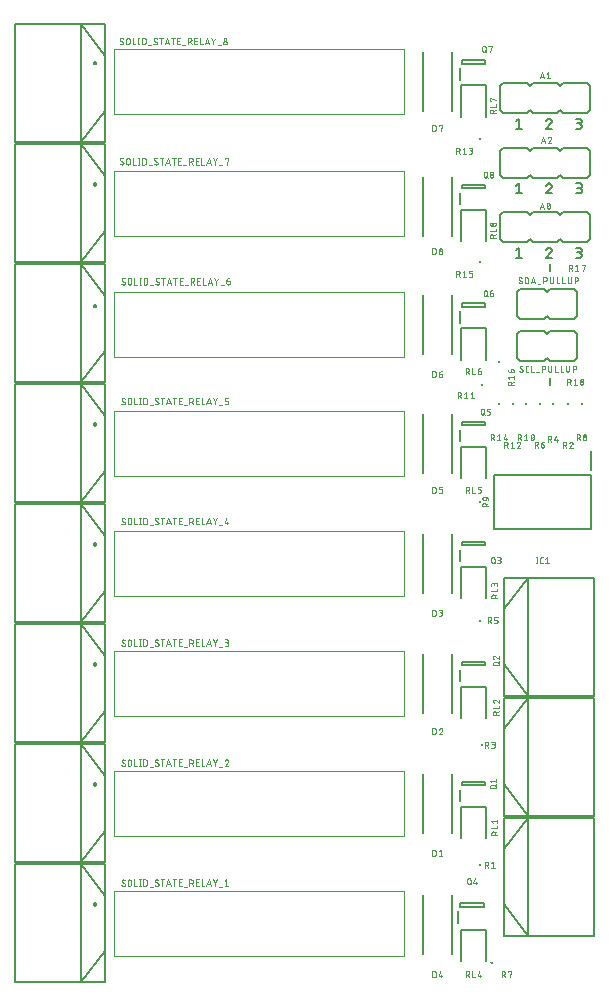
<source format=gbr>
G04 EAGLE Gerber RS-274X export*
G75*
%MOMM*%
%FSLAX34Y34*%
%LPD*%
%INSilkscreen Top*%
%IPPOS*%
%AMOC8*
5,1,8,0,0,1.08239X$1,22.5*%
G01*
%ADD10C,0.200000*%
%ADD11C,0.101600*%
%ADD12C,0.050800*%
%ADD13C,0.100000*%
%ADD14C,0.200000*%
%ADD15C,0.100000*%
%ADD16C,0.127000*%
%ADD17C,0.152400*%


D10*
X345720Y178690D02*
X345720Y128650D01*
X370560Y128650D02*
X370560Y178690D01*
D11*
X353966Y114252D02*
X353966Y109268D01*
X353966Y114252D02*
X355350Y114252D01*
X355422Y114250D01*
X355495Y114244D01*
X355567Y114235D01*
X355638Y114222D01*
X355708Y114205D01*
X355778Y114184D01*
X355846Y114160D01*
X355913Y114132D01*
X355978Y114101D01*
X356042Y114067D01*
X356104Y114029D01*
X356163Y113988D01*
X356221Y113944D01*
X356276Y113897D01*
X356329Y113847D01*
X356379Y113794D01*
X356426Y113739D01*
X356470Y113681D01*
X356511Y113622D01*
X356549Y113560D01*
X356583Y113496D01*
X356614Y113431D01*
X356642Y113364D01*
X356666Y113296D01*
X356687Y113226D01*
X356704Y113156D01*
X356717Y113085D01*
X356726Y113013D01*
X356732Y112940D01*
X356734Y112868D01*
X356734Y110652D01*
X356732Y110580D01*
X356726Y110507D01*
X356717Y110435D01*
X356704Y110364D01*
X356687Y110294D01*
X356666Y110224D01*
X356642Y110156D01*
X356614Y110089D01*
X356583Y110024D01*
X356549Y109960D01*
X356511Y109898D01*
X356470Y109839D01*
X356426Y109781D01*
X356379Y109726D01*
X356329Y109673D01*
X356276Y109623D01*
X356221Y109576D01*
X356163Y109532D01*
X356104Y109491D01*
X356042Y109453D01*
X355978Y109419D01*
X355913Y109388D01*
X355846Y109360D01*
X355778Y109336D01*
X355708Y109315D01*
X355638Y109298D01*
X355567Y109285D01*
X355495Y109276D01*
X355422Y109270D01*
X355350Y109268D01*
X353966Y109268D01*
X359546Y113144D02*
X360930Y114252D01*
X360930Y109268D01*
X359546Y109268D02*
X362314Y109268D01*
D10*
X345720Y230250D02*
X345720Y280290D01*
X370560Y280290D02*
X370560Y230250D01*
D11*
X353966Y217122D02*
X353966Y212138D01*
X353966Y217122D02*
X355350Y217122D01*
X355422Y217120D01*
X355495Y217114D01*
X355567Y217105D01*
X355638Y217092D01*
X355708Y217075D01*
X355778Y217054D01*
X355846Y217030D01*
X355913Y217002D01*
X355978Y216971D01*
X356042Y216937D01*
X356104Y216899D01*
X356163Y216858D01*
X356221Y216814D01*
X356276Y216767D01*
X356329Y216717D01*
X356379Y216664D01*
X356426Y216609D01*
X356470Y216551D01*
X356511Y216492D01*
X356549Y216430D01*
X356583Y216366D01*
X356614Y216301D01*
X356642Y216234D01*
X356666Y216166D01*
X356687Y216096D01*
X356704Y216026D01*
X356717Y215955D01*
X356726Y215883D01*
X356732Y215810D01*
X356734Y215738D01*
X356734Y213522D01*
X356732Y213450D01*
X356726Y213377D01*
X356717Y213305D01*
X356704Y213234D01*
X356687Y213164D01*
X356666Y213094D01*
X356642Y213026D01*
X356614Y212959D01*
X356583Y212894D01*
X356549Y212830D01*
X356511Y212768D01*
X356470Y212709D01*
X356426Y212651D01*
X356379Y212596D01*
X356329Y212543D01*
X356276Y212493D01*
X356221Y212446D01*
X356163Y212402D01*
X356104Y212361D01*
X356042Y212323D01*
X355978Y212289D01*
X355913Y212258D01*
X355846Y212230D01*
X355778Y212206D01*
X355708Y212185D01*
X355638Y212168D01*
X355567Y212155D01*
X355495Y212146D01*
X355422Y212140D01*
X355350Y212138D01*
X353966Y212138D01*
X361068Y217122D02*
X361138Y217120D01*
X361208Y217114D01*
X361277Y217104D01*
X361345Y217091D01*
X361413Y217073D01*
X361480Y217052D01*
X361545Y217027D01*
X361609Y216999D01*
X361671Y216967D01*
X361731Y216931D01*
X361789Y216892D01*
X361845Y216850D01*
X361898Y216805D01*
X361949Y216757D01*
X361997Y216706D01*
X362042Y216653D01*
X362084Y216597D01*
X362123Y216539D01*
X362159Y216479D01*
X362191Y216417D01*
X362219Y216353D01*
X362244Y216288D01*
X362265Y216221D01*
X362283Y216153D01*
X362296Y216085D01*
X362306Y216016D01*
X362312Y215946D01*
X362314Y215876D01*
X361068Y217122D02*
X360991Y217120D01*
X360913Y217115D01*
X360836Y217105D01*
X360760Y217092D01*
X360685Y217075D01*
X360610Y217055D01*
X360536Y217031D01*
X360464Y217004D01*
X360393Y216973D01*
X360323Y216938D01*
X360256Y216901D01*
X360190Y216860D01*
X360126Y216816D01*
X360065Y216769D01*
X360006Y216719D01*
X359949Y216666D01*
X359895Y216611D01*
X359844Y216553D01*
X359795Y216492D01*
X359750Y216429D01*
X359707Y216365D01*
X359668Y216298D01*
X359632Y216229D01*
X359600Y216159D01*
X359571Y216087D01*
X359545Y216014D01*
X361899Y214907D02*
X361950Y214958D01*
X361998Y215012D01*
X362043Y215069D01*
X362085Y215127D01*
X362124Y215188D01*
X362159Y215251D01*
X362191Y215316D01*
X362220Y215382D01*
X362244Y215450D01*
X362266Y215519D01*
X362283Y215589D01*
X362296Y215660D01*
X362306Y215732D01*
X362312Y215804D01*
X362314Y215876D01*
X361899Y214907D02*
X359546Y212138D01*
X362314Y212138D01*
D10*
X345720Y331850D02*
X345720Y381890D01*
X370560Y381890D02*
X370560Y331850D01*
D11*
X353966Y317452D02*
X353966Y312468D01*
X353966Y317452D02*
X355350Y317452D01*
X355422Y317450D01*
X355495Y317444D01*
X355567Y317435D01*
X355638Y317422D01*
X355708Y317405D01*
X355778Y317384D01*
X355846Y317360D01*
X355913Y317332D01*
X355978Y317301D01*
X356042Y317267D01*
X356104Y317229D01*
X356163Y317188D01*
X356221Y317144D01*
X356276Y317097D01*
X356329Y317047D01*
X356379Y316994D01*
X356426Y316939D01*
X356470Y316881D01*
X356511Y316822D01*
X356549Y316760D01*
X356583Y316696D01*
X356614Y316631D01*
X356642Y316564D01*
X356666Y316496D01*
X356687Y316426D01*
X356704Y316356D01*
X356717Y316285D01*
X356726Y316213D01*
X356732Y316140D01*
X356734Y316068D01*
X356734Y313852D01*
X356732Y313780D01*
X356726Y313707D01*
X356717Y313635D01*
X356704Y313564D01*
X356687Y313494D01*
X356666Y313424D01*
X356642Y313356D01*
X356614Y313289D01*
X356583Y313224D01*
X356549Y313160D01*
X356511Y313098D01*
X356470Y313039D01*
X356426Y312981D01*
X356379Y312926D01*
X356329Y312873D01*
X356276Y312823D01*
X356221Y312776D01*
X356163Y312732D01*
X356104Y312691D01*
X356042Y312653D01*
X355978Y312619D01*
X355913Y312588D01*
X355846Y312560D01*
X355778Y312536D01*
X355708Y312515D01*
X355638Y312498D01*
X355567Y312485D01*
X355495Y312476D01*
X355422Y312470D01*
X355350Y312468D01*
X353966Y312468D01*
X359546Y312468D02*
X360930Y312468D01*
X361004Y312470D01*
X361077Y312476D01*
X361150Y312486D01*
X361223Y312499D01*
X361294Y312517D01*
X361365Y312538D01*
X361434Y312563D01*
X361502Y312592D01*
X361568Y312624D01*
X361633Y312660D01*
X361695Y312699D01*
X361755Y312741D01*
X361813Y312787D01*
X361869Y312835D01*
X361922Y312886D01*
X361972Y312941D01*
X362019Y312997D01*
X362063Y313056D01*
X362103Y313118D01*
X362141Y313181D01*
X362175Y313247D01*
X362205Y313314D01*
X362232Y313382D01*
X362255Y313452D01*
X362274Y313524D01*
X362290Y313596D01*
X362302Y313668D01*
X362310Y313742D01*
X362314Y313815D01*
X362314Y313889D01*
X362310Y313962D01*
X362302Y314036D01*
X362290Y314108D01*
X362274Y314180D01*
X362255Y314252D01*
X362232Y314322D01*
X362205Y314390D01*
X362175Y314457D01*
X362141Y314523D01*
X362103Y314586D01*
X362063Y314648D01*
X362019Y314707D01*
X361972Y314763D01*
X361922Y314818D01*
X361869Y314869D01*
X361813Y314917D01*
X361755Y314963D01*
X361695Y315005D01*
X361633Y315044D01*
X361568Y315080D01*
X361502Y315112D01*
X361434Y315141D01*
X361365Y315166D01*
X361294Y315187D01*
X361223Y315205D01*
X361150Y315218D01*
X361077Y315228D01*
X361004Y315234D01*
X360930Y315236D01*
X361207Y317452D02*
X359546Y317452D01*
X361207Y317452D02*
X361273Y317450D01*
X361338Y317444D01*
X361403Y317435D01*
X361467Y317421D01*
X361531Y317404D01*
X361593Y317383D01*
X361654Y317358D01*
X361713Y317330D01*
X361770Y317298D01*
X361826Y317263D01*
X361879Y317225D01*
X361930Y317183D01*
X361979Y317139D01*
X362025Y317092D01*
X362067Y317042D01*
X362107Y316990D01*
X362144Y316935D01*
X362177Y316879D01*
X362207Y316821D01*
X362234Y316760D01*
X362257Y316699D01*
X362276Y316636D01*
X362291Y316572D01*
X362303Y316508D01*
X362311Y316442D01*
X362315Y316377D01*
X362315Y316311D01*
X362311Y316246D01*
X362303Y316180D01*
X362291Y316116D01*
X362276Y316052D01*
X362257Y315989D01*
X362234Y315928D01*
X362207Y315867D01*
X362177Y315809D01*
X362144Y315753D01*
X362107Y315698D01*
X362067Y315646D01*
X362025Y315596D01*
X361979Y315549D01*
X361930Y315505D01*
X361879Y315463D01*
X361826Y315425D01*
X361770Y315390D01*
X361713Y315358D01*
X361654Y315330D01*
X361593Y315305D01*
X361531Y315284D01*
X361467Y315267D01*
X361403Y315253D01*
X361338Y315244D01*
X361273Y315238D01*
X361207Y315236D01*
X361207Y315237D02*
X360099Y315237D01*
D10*
X345720Y75820D02*
X345720Y25780D01*
X370560Y25780D02*
X370560Y75820D01*
D12*
X353824Y11636D02*
X353824Y6144D01*
X353824Y11636D02*
X355350Y11636D01*
X355427Y11634D01*
X355504Y11628D01*
X355581Y11618D01*
X355657Y11605D01*
X355732Y11587D01*
X355807Y11566D01*
X355880Y11541D01*
X355952Y11512D01*
X356022Y11480D01*
X356091Y11444D01*
X356157Y11405D01*
X356222Y11362D01*
X356284Y11317D01*
X356344Y11268D01*
X356401Y11216D01*
X356456Y11161D01*
X356508Y11104D01*
X356557Y11044D01*
X356602Y10982D01*
X356645Y10917D01*
X356684Y10851D01*
X356720Y10782D01*
X356752Y10712D01*
X356781Y10640D01*
X356806Y10567D01*
X356827Y10492D01*
X356845Y10417D01*
X356858Y10341D01*
X356868Y10264D01*
X356874Y10187D01*
X356876Y10110D01*
X356876Y7670D01*
X356874Y7593D01*
X356868Y7516D01*
X356858Y7439D01*
X356845Y7363D01*
X356827Y7287D01*
X356806Y7213D01*
X356781Y7140D01*
X356752Y7068D01*
X356720Y6998D01*
X356684Y6929D01*
X356645Y6863D01*
X356602Y6798D01*
X356557Y6736D01*
X356508Y6676D01*
X356456Y6619D01*
X356401Y6564D01*
X356344Y6512D01*
X356284Y6463D01*
X356222Y6418D01*
X356157Y6375D01*
X356091Y6336D01*
X356022Y6300D01*
X355952Y6268D01*
X355880Y6239D01*
X355807Y6214D01*
X355732Y6193D01*
X355657Y6175D01*
X355581Y6162D01*
X355504Y6152D01*
X355427Y6146D01*
X355350Y6144D01*
X353824Y6144D01*
X359404Y7364D02*
X360625Y11636D01*
X359404Y7364D02*
X362456Y7364D01*
X361540Y6144D02*
X361540Y8585D01*
D10*
X345720Y433450D02*
X345720Y483490D01*
X370560Y483490D02*
X370560Y433450D01*
D11*
X353966Y421592D02*
X353966Y416608D01*
X353966Y421592D02*
X355350Y421592D01*
X355422Y421590D01*
X355495Y421584D01*
X355567Y421575D01*
X355638Y421562D01*
X355708Y421545D01*
X355778Y421524D01*
X355846Y421500D01*
X355913Y421472D01*
X355978Y421441D01*
X356042Y421407D01*
X356104Y421369D01*
X356163Y421328D01*
X356221Y421284D01*
X356276Y421237D01*
X356329Y421187D01*
X356379Y421134D01*
X356426Y421079D01*
X356470Y421021D01*
X356511Y420962D01*
X356549Y420900D01*
X356583Y420836D01*
X356614Y420771D01*
X356642Y420704D01*
X356666Y420636D01*
X356687Y420566D01*
X356704Y420496D01*
X356717Y420425D01*
X356726Y420353D01*
X356732Y420280D01*
X356734Y420208D01*
X356734Y417992D01*
X356732Y417920D01*
X356726Y417847D01*
X356717Y417775D01*
X356704Y417704D01*
X356687Y417634D01*
X356666Y417564D01*
X356642Y417496D01*
X356614Y417429D01*
X356583Y417364D01*
X356549Y417300D01*
X356511Y417238D01*
X356470Y417179D01*
X356426Y417121D01*
X356379Y417066D01*
X356329Y417013D01*
X356276Y416963D01*
X356221Y416916D01*
X356163Y416872D01*
X356104Y416831D01*
X356042Y416793D01*
X355978Y416759D01*
X355913Y416728D01*
X355846Y416700D01*
X355778Y416676D01*
X355708Y416655D01*
X355638Y416638D01*
X355567Y416625D01*
X355495Y416616D01*
X355422Y416610D01*
X355350Y416608D01*
X353966Y416608D01*
X359546Y416608D02*
X361207Y416608D01*
X361271Y416610D01*
X361336Y416615D01*
X361399Y416625D01*
X361463Y416638D01*
X361525Y416655D01*
X361586Y416675D01*
X361646Y416699D01*
X361704Y416726D01*
X361761Y416756D01*
X361816Y416790D01*
X361869Y416827D01*
X361919Y416867D01*
X361967Y416910D01*
X362013Y416956D01*
X362056Y417004D01*
X362096Y417054D01*
X362133Y417107D01*
X362167Y417162D01*
X362197Y417219D01*
X362224Y417277D01*
X362248Y417337D01*
X362268Y417398D01*
X362285Y417460D01*
X362298Y417524D01*
X362308Y417587D01*
X362313Y417652D01*
X362315Y417716D01*
X362314Y417716D02*
X362314Y418269D01*
X362315Y418269D02*
X362313Y418333D01*
X362308Y418398D01*
X362298Y418461D01*
X362285Y418525D01*
X362268Y418587D01*
X362248Y418648D01*
X362224Y418708D01*
X362197Y418766D01*
X362167Y418823D01*
X362133Y418878D01*
X362096Y418931D01*
X362056Y418981D01*
X362013Y419029D01*
X361967Y419075D01*
X361919Y419118D01*
X361869Y419158D01*
X361816Y419195D01*
X361761Y419229D01*
X361704Y419259D01*
X361646Y419286D01*
X361586Y419310D01*
X361525Y419330D01*
X361463Y419347D01*
X361399Y419360D01*
X361336Y419370D01*
X361271Y419375D01*
X361207Y419377D01*
X359546Y419377D01*
X359546Y421592D01*
X362314Y421592D01*
D10*
X345720Y533780D02*
X345720Y583820D01*
X370560Y583820D02*
X370560Y533780D01*
D11*
X353966Y519382D02*
X353966Y514398D01*
X353966Y519382D02*
X355350Y519382D01*
X355422Y519380D01*
X355495Y519374D01*
X355567Y519365D01*
X355638Y519352D01*
X355708Y519335D01*
X355778Y519314D01*
X355846Y519290D01*
X355913Y519262D01*
X355978Y519231D01*
X356042Y519197D01*
X356104Y519159D01*
X356163Y519118D01*
X356221Y519074D01*
X356276Y519027D01*
X356329Y518977D01*
X356379Y518924D01*
X356426Y518869D01*
X356470Y518811D01*
X356511Y518752D01*
X356549Y518690D01*
X356583Y518626D01*
X356614Y518561D01*
X356642Y518494D01*
X356666Y518426D01*
X356687Y518356D01*
X356704Y518286D01*
X356717Y518215D01*
X356726Y518143D01*
X356732Y518070D01*
X356734Y517998D01*
X356734Y515782D01*
X356732Y515710D01*
X356726Y515637D01*
X356717Y515565D01*
X356704Y515494D01*
X356687Y515424D01*
X356666Y515354D01*
X356642Y515286D01*
X356614Y515219D01*
X356583Y515154D01*
X356549Y515090D01*
X356511Y515028D01*
X356470Y514969D01*
X356426Y514911D01*
X356379Y514856D01*
X356329Y514803D01*
X356276Y514753D01*
X356221Y514706D01*
X356163Y514662D01*
X356104Y514621D01*
X356042Y514583D01*
X355978Y514549D01*
X355913Y514518D01*
X355846Y514490D01*
X355778Y514466D01*
X355708Y514445D01*
X355638Y514428D01*
X355567Y514415D01*
X355495Y514406D01*
X355422Y514400D01*
X355350Y514398D01*
X353966Y514398D01*
X359546Y517167D02*
X361207Y517167D01*
X361271Y517165D01*
X361336Y517160D01*
X361399Y517150D01*
X361463Y517137D01*
X361525Y517120D01*
X361586Y517100D01*
X361646Y517076D01*
X361704Y517049D01*
X361761Y517019D01*
X361816Y516985D01*
X361869Y516948D01*
X361919Y516908D01*
X361967Y516865D01*
X362013Y516819D01*
X362056Y516771D01*
X362096Y516721D01*
X362133Y516668D01*
X362167Y516613D01*
X362197Y516556D01*
X362224Y516498D01*
X362248Y516438D01*
X362268Y516377D01*
X362285Y516315D01*
X362298Y516251D01*
X362308Y516188D01*
X362313Y516123D01*
X362315Y516059D01*
X362314Y516059D02*
X362314Y515782D01*
X362312Y515708D01*
X362306Y515635D01*
X362296Y515562D01*
X362283Y515489D01*
X362265Y515418D01*
X362244Y515347D01*
X362219Y515278D01*
X362190Y515210D01*
X362158Y515144D01*
X362122Y515079D01*
X362083Y515017D01*
X362041Y514957D01*
X361995Y514899D01*
X361947Y514843D01*
X361896Y514790D01*
X361841Y514740D01*
X361785Y514693D01*
X361726Y514649D01*
X361664Y514609D01*
X361601Y514571D01*
X361535Y514537D01*
X361468Y514507D01*
X361400Y514480D01*
X361330Y514457D01*
X361258Y514438D01*
X361186Y514422D01*
X361114Y514410D01*
X361040Y514402D01*
X360967Y514398D01*
X360893Y514398D01*
X360820Y514402D01*
X360746Y514410D01*
X360674Y514422D01*
X360602Y514438D01*
X360530Y514457D01*
X360460Y514480D01*
X360392Y514507D01*
X360325Y514537D01*
X360259Y514571D01*
X360196Y514609D01*
X360134Y514649D01*
X360075Y514693D01*
X360019Y514740D01*
X359964Y514790D01*
X359913Y514843D01*
X359865Y514899D01*
X359819Y514957D01*
X359777Y515017D01*
X359738Y515079D01*
X359702Y515144D01*
X359670Y515210D01*
X359641Y515278D01*
X359616Y515347D01*
X359595Y515418D01*
X359577Y515489D01*
X359564Y515562D01*
X359554Y515635D01*
X359548Y515708D01*
X359546Y515782D01*
X359546Y517167D01*
X359548Y517261D01*
X359554Y517355D01*
X359564Y517448D01*
X359578Y517541D01*
X359596Y517634D01*
X359617Y517725D01*
X359643Y517816D01*
X359673Y517905D01*
X359706Y517993D01*
X359743Y518079D01*
X359783Y518164D01*
X359827Y518247D01*
X359875Y518328D01*
X359926Y518407D01*
X359980Y518484D01*
X360038Y518558D01*
X360098Y518630D01*
X360162Y518700D01*
X360228Y518766D01*
X360298Y518830D01*
X360369Y518890D01*
X360444Y518948D01*
X360521Y519002D01*
X360600Y519053D01*
X360681Y519101D01*
X360764Y519145D01*
X360849Y519185D01*
X360935Y519222D01*
X361023Y519255D01*
X361112Y519285D01*
X361203Y519311D01*
X361294Y519332D01*
X361387Y519350D01*
X361480Y519364D01*
X361573Y519374D01*
X361667Y519380D01*
X361761Y519382D01*
D10*
X345720Y739520D02*
X345720Y789560D01*
X370560Y789560D02*
X370560Y739520D01*
D11*
X353966Y727662D02*
X353966Y722678D01*
X353966Y727662D02*
X355350Y727662D01*
X355422Y727660D01*
X355495Y727654D01*
X355567Y727645D01*
X355638Y727632D01*
X355708Y727615D01*
X355778Y727594D01*
X355846Y727570D01*
X355913Y727542D01*
X355978Y727511D01*
X356042Y727477D01*
X356104Y727439D01*
X356163Y727398D01*
X356221Y727354D01*
X356276Y727307D01*
X356329Y727257D01*
X356379Y727204D01*
X356426Y727149D01*
X356470Y727091D01*
X356511Y727032D01*
X356549Y726970D01*
X356583Y726906D01*
X356614Y726841D01*
X356642Y726774D01*
X356666Y726706D01*
X356687Y726636D01*
X356704Y726566D01*
X356717Y726495D01*
X356726Y726423D01*
X356732Y726350D01*
X356734Y726278D01*
X356734Y724062D01*
X356732Y723990D01*
X356726Y723917D01*
X356717Y723845D01*
X356704Y723774D01*
X356687Y723704D01*
X356666Y723634D01*
X356642Y723566D01*
X356614Y723499D01*
X356583Y723434D01*
X356549Y723370D01*
X356511Y723308D01*
X356470Y723249D01*
X356426Y723191D01*
X356379Y723136D01*
X356329Y723083D01*
X356276Y723033D01*
X356221Y722986D01*
X356163Y722942D01*
X356104Y722901D01*
X356042Y722863D01*
X355978Y722829D01*
X355913Y722798D01*
X355846Y722770D01*
X355778Y722746D01*
X355708Y722725D01*
X355638Y722708D01*
X355567Y722695D01*
X355495Y722686D01*
X355422Y722680D01*
X355350Y722678D01*
X353966Y722678D01*
X359546Y727108D02*
X359546Y727662D01*
X362314Y727662D01*
X360930Y722678D01*
D10*
X345720Y684150D02*
X345720Y634110D01*
X370560Y634110D02*
X370560Y684150D01*
D11*
X353966Y623522D02*
X353966Y618538D01*
X353966Y623522D02*
X355350Y623522D01*
X355422Y623520D01*
X355495Y623514D01*
X355567Y623505D01*
X355638Y623492D01*
X355708Y623475D01*
X355778Y623454D01*
X355846Y623430D01*
X355913Y623402D01*
X355978Y623371D01*
X356042Y623337D01*
X356104Y623299D01*
X356163Y623258D01*
X356221Y623214D01*
X356276Y623167D01*
X356329Y623117D01*
X356379Y623064D01*
X356426Y623009D01*
X356470Y622951D01*
X356511Y622892D01*
X356549Y622830D01*
X356583Y622766D01*
X356614Y622701D01*
X356642Y622634D01*
X356666Y622566D01*
X356687Y622496D01*
X356704Y622426D01*
X356717Y622355D01*
X356726Y622283D01*
X356732Y622210D01*
X356734Y622138D01*
X356734Y619922D01*
X356732Y619850D01*
X356726Y619777D01*
X356717Y619705D01*
X356704Y619634D01*
X356687Y619564D01*
X356666Y619494D01*
X356642Y619426D01*
X356614Y619359D01*
X356583Y619294D01*
X356549Y619230D01*
X356511Y619168D01*
X356470Y619109D01*
X356426Y619051D01*
X356379Y618996D01*
X356329Y618943D01*
X356276Y618893D01*
X356221Y618846D01*
X356163Y618802D01*
X356104Y618761D01*
X356042Y618723D01*
X355978Y618689D01*
X355913Y618658D01*
X355846Y618630D01*
X355778Y618606D01*
X355708Y618585D01*
X355638Y618568D01*
X355567Y618555D01*
X355495Y618546D01*
X355422Y618540D01*
X355350Y618538D01*
X353966Y618538D01*
X359546Y619922D02*
X359548Y619996D01*
X359554Y620069D01*
X359564Y620142D01*
X359577Y620215D01*
X359595Y620286D01*
X359616Y620357D01*
X359641Y620426D01*
X359670Y620494D01*
X359702Y620560D01*
X359738Y620625D01*
X359777Y620687D01*
X359819Y620747D01*
X359865Y620805D01*
X359913Y620861D01*
X359964Y620914D01*
X360019Y620964D01*
X360075Y621011D01*
X360134Y621055D01*
X360196Y621095D01*
X360259Y621133D01*
X360325Y621167D01*
X360392Y621197D01*
X360460Y621224D01*
X360530Y621247D01*
X360602Y621266D01*
X360674Y621282D01*
X360746Y621294D01*
X360820Y621302D01*
X360893Y621306D01*
X360967Y621306D01*
X361040Y621302D01*
X361114Y621294D01*
X361186Y621282D01*
X361258Y621266D01*
X361330Y621247D01*
X361400Y621224D01*
X361468Y621197D01*
X361535Y621167D01*
X361601Y621133D01*
X361664Y621095D01*
X361726Y621055D01*
X361785Y621011D01*
X361841Y620964D01*
X361896Y620914D01*
X361947Y620861D01*
X361995Y620805D01*
X362041Y620747D01*
X362083Y620687D01*
X362122Y620625D01*
X362158Y620560D01*
X362190Y620494D01*
X362219Y620426D01*
X362244Y620357D01*
X362265Y620286D01*
X362283Y620215D01*
X362296Y620142D01*
X362306Y620069D01*
X362312Y619996D01*
X362314Y619922D01*
X362312Y619848D01*
X362306Y619775D01*
X362296Y619702D01*
X362283Y619629D01*
X362265Y619558D01*
X362244Y619487D01*
X362219Y619418D01*
X362190Y619350D01*
X362158Y619284D01*
X362122Y619219D01*
X362083Y619157D01*
X362041Y619097D01*
X361995Y619039D01*
X361947Y618983D01*
X361896Y618930D01*
X361841Y618880D01*
X361785Y618833D01*
X361726Y618789D01*
X361664Y618749D01*
X361601Y618711D01*
X361535Y618677D01*
X361468Y618647D01*
X361400Y618620D01*
X361330Y618597D01*
X361258Y618578D01*
X361186Y618562D01*
X361114Y618550D01*
X361040Y618542D01*
X360967Y618538D01*
X360893Y618538D01*
X360820Y618542D01*
X360746Y618550D01*
X360674Y618562D01*
X360602Y618578D01*
X360530Y618597D01*
X360460Y618620D01*
X360392Y618647D01*
X360325Y618677D01*
X360259Y618711D01*
X360196Y618749D01*
X360134Y618789D01*
X360075Y618833D01*
X360019Y618880D01*
X359964Y618930D01*
X359913Y618983D01*
X359865Y619039D01*
X359819Y619097D01*
X359777Y619157D01*
X359738Y619219D01*
X359702Y619284D01*
X359670Y619350D01*
X359641Y619418D01*
X359616Y619487D01*
X359595Y619558D01*
X359577Y619629D01*
X359564Y619702D01*
X359554Y619775D01*
X359548Y619848D01*
X359546Y619922D01*
X359822Y622414D02*
X359824Y622480D01*
X359830Y622545D01*
X359839Y622610D01*
X359853Y622674D01*
X359870Y622738D01*
X359891Y622800D01*
X359916Y622861D01*
X359944Y622920D01*
X359976Y622977D01*
X360011Y623033D01*
X360049Y623086D01*
X360091Y623137D01*
X360135Y623186D01*
X360182Y623232D01*
X360232Y623274D01*
X360284Y623314D01*
X360339Y623351D01*
X360395Y623384D01*
X360453Y623414D01*
X360514Y623441D01*
X360575Y623464D01*
X360638Y623483D01*
X360702Y623498D01*
X360766Y623510D01*
X360832Y623518D01*
X360897Y623522D01*
X360963Y623522D01*
X361028Y623518D01*
X361094Y623510D01*
X361158Y623498D01*
X361222Y623483D01*
X361285Y623464D01*
X361346Y623441D01*
X361407Y623414D01*
X361465Y623384D01*
X361521Y623351D01*
X361576Y623314D01*
X361628Y623274D01*
X361678Y623232D01*
X361725Y623186D01*
X361769Y623137D01*
X361811Y623086D01*
X361849Y623033D01*
X361884Y622977D01*
X361916Y622920D01*
X361944Y622861D01*
X361969Y622800D01*
X361990Y622738D01*
X362007Y622674D01*
X362021Y622610D01*
X362030Y622545D01*
X362036Y622480D01*
X362038Y622414D01*
X362036Y622348D01*
X362030Y622283D01*
X362021Y622218D01*
X362007Y622154D01*
X361990Y622090D01*
X361969Y622028D01*
X361944Y621967D01*
X361916Y621908D01*
X361884Y621851D01*
X361849Y621795D01*
X361811Y621742D01*
X361769Y621691D01*
X361725Y621642D01*
X361678Y621596D01*
X361628Y621554D01*
X361576Y621514D01*
X361521Y621477D01*
X361465Y621444D01*
X361407Y621414D01*
X361346Y621387D01*
X361285Y621364D01*
X361222Y621345D01*
X361158Y621330D01*
X361094Y621318D01*
X361028Y621310D01*
X360963Y621306D01*
X360897Y621306D01*
X360832Y621310D01*
X360766Y621318D01*
X360702Y621330D01*
X360638Y621345D01*
X360575Y621364D01*
X360514Y621387D01*
X360453Y621414D01*
X360395Y621444D01*
X360339Y621477D01*
X360284Y621514D01*
X360232Y621554D01*
X360182Y621596D01*
X360135Y621642D01*
X360091Y621691D01*
X360049Y621742D01*
X360011Y621795D01*
X359976Y621851D01*
X359944Y621908D01*
X359916Y621967D01*
X359891Y622028D01*
X359870Y622090D01*
X359853Y622154D01*
X359839Y622218D01*
X359830Y622283D01*
X359824Y622348D01*
X359822Y622414D01*
D10*
X488040Y431940D02*
X488040Y385940D01*
X406040Y385940D01*
X406040Y431940D01*
X488040Y431940D01*
X488540Y435440D02*
X488540Y452190D01*
D11*
X442215Y361902D02*
X442215Y356918D01*
X442768Y356918D02*
X441661Y356918D01*
X441661Y361902D02*
X442768Y361902D01*
X446233Y356918D02*
X447341Y356918D01*
X446233Y356918D02*
X446169Y356920D01*
X446104Y356925D01*
X446041Y356935D01*
X445977Y356948D01*
X445915Y356965D01*
X445854Y356985D01*
X445794Y357009D01*
X445736Y357036D01*
X445679Y357066D01*
X445624Y357100D01*
X445571Y357137D01*
X445521Y357177D01*
X445473Y357220D01*
X445427Y357266D01*
X445384Y357314D01*
X445344Y357364D01*
X445307Y357417D01*
X445273Y357472D01*
X445243Y357529D01*
X445216Y357587D01*
X445192Y357647D01*
X445172Y357708D01*
X445155Y357770D01*
X445142Y357834D01*
X445132Y357897D01*
X445127Y357962D01*
X445125Y358026D01*
X445126Y358026D02*
X445126Y360794D01*
X445125Y360794D02*
X445127Y360858D01*
X445132Y360923D01*
X445142Y360986D01*
X445155Y361050D01*
X445172Y361112D01*
X445192Y361173D01*
X445216Y361233D01*
X445243Y361291D01*
X445273Y361348D01*
X445307Y361403D01*
X445344Y361456D01*
X445384Y361506D01*
X445427Y361554D01*
X445473Y361600D01*
X445521Y361643D01*
X445571Y361683D01*
X445624Y361720D01*
X445679Y361754D01*
X445736Y361784D01*
X445794Y361811D01*
X445854Y361835D01*
X445915Y361855D01*
X445977Y361872D01*
X446041Y361885D01*
X446104Y361895D01*
X446169Y361900D01*
X446233Y361902D01*
X447341Y361902D01*
X449650Y360794D02*
X451035Y361902D01*
X451035Y356918D01*
X452419Y356918D02*
X449650Y356918D01*
D13*
X329510Y181140D02*
X84510Y181140D01*
X84510Y126140D01*
X329510Y126140D01*
X329510Y181140D01*
D14*
X67010Y169640D03*
D10*
X67012Y169578D01*
X67018Y169517D01*
X67027Y169456D01*
X67040Y169396D01*
X67057Y169337D01*
X67078Y169279D01*
X67102Y169222D01*
X67129Y169167D01*
X67160Y169114D01*
X67194Y169062D01*
X67231Y169013D01*
X67271Y168966D01*
X67314Y168922D01*
X67359Y168881D01*
X67407Y168842D01*
X67458Y168806D01*
X67510Y168774D01*
X67564Y168745D01*
X67620Y168719D01*
X67678Y168697D01*
X67736Y168678D01*
X67796Y168663D01*
X67857Y168652D01*
X67918Y168644D01*
X67979Y168640D01*
X68041Y168640D01*
X68102Y168644D01*
X68163Y168652D01*
X68224Y168663D01*
X68284Y168678D01*
X68342Y168697D01*
X68400Y168719D01*
X68456Y168745D01*
X68510Y168774D01*
X68562Y168806D01*
X68613Y168842D01*
X68661Y168881D01*
X68706Y168922D01*
X68749Y168966D01*
X68789Y169013D01*
X68826Y169062D01*
X68860Y169114D01*
X68891Y169167D01*
X68918Y169222D01*
X68942Y169279D01*
X68963Y169337D01*
X68980Y169396D01*
X68993Y169456D01*
X69002Y169517D01*
X69008Y169578D01*
X69010Y169640D01*
D14*
X69010Y169640D03*
D10*
X69008Y169702D01*
X69002Y169763D01*
X68993Y169824D01*
X68980Y169884D01*
X68963Y169943D01*
X68942Y170001D01*
X68918Y170058D01*
X68891Y170113D01*
X68860Y170166D01*
X68826Y170218D01*
X68789Y170267D01*
X68749Y170314D01*
X68706Y170358D01*
X68661Y170399D01*
X68613Y170438D01*
X68562Y170474D01*
X68510Y170506D01*
X68456Y170535D01*
X68400Y170561D01*
X68342Y170583D01*
X68284Y170602D01*
X68224Y170617D01*
X68163Y170628D01*
X68102Y170636D01*
X68041Y170640D01*
X67979Y170640D01*
X67918Y170636D01*
X67857Y170628D01*
X67796Y170617D01*
X67736Y170602D01*
X67678Y170583D01*
X67620Y170561D01*
X67564Y170535D01*
X67510Y170506D01*
X67458Y170474D01*
X67407Y170438D01*
X67359Y170399D01*
X67314Y170358D01*
X67271Y170314D01*
X67231Y170267D01*
X67194Y170218D01*
X67160Y170166D01*
X67129Y170113D01*
X67102Y170058D01*
X67078Y170001D01*
X67057Y169943D01*
X67040Y169884D01*
X67027Y169824D01*
X67018Y169763D01*
X67012Y169702D01*
X67010Y169640D01*
D12*
X92395Y185184D02*
X92463Y185186D01*
X92532Y185192D01*
X92599Y185201D01*
X92666Y185215D01*
X92733Y185232D01*
X92798Y185252D01*
X92862Y185277D01*
X92924Y185305D01*
X92985Y185336D01*
X93044Y185371D01*
X93101Y185409D01*
X93156Y185450D01*
X93208Y185494D01*
X93258Y185541D01*
X93305Y185591D01*
X93349Y185643D01*
X93390Y185698D01*
X93428Y185755D01*
X93463Y185814D01*
X93494Y185875D01*
X93522Y185937D01*
X93547Y186001D01*
X93567Y186066D01*
X93584Y186133D01*
X93598Y186200D01*
X93607Y186267D01*
X93613Y186336D01*
X93615Y186404D01*
X92395Y185184D02*
X92298Y185186D01*
X92201Y185191D01*
X92105Y185200D01*
X92009Y185213D01*
X91913Y185229D01*
X91818Y185249D01*
X91724Y185273D01*
X91631Y185300D01*
X91539Y185330D01*
X91448Y185364D01*
X91359Y185401D01*
X91271Y185442D01*
X91185Y185486D01*
X91100Y185533D01*
X91017Y185583D01*
X90936Y185637D01*
X90857Y185693D01*
X90780Y185752D01*
X90706Y185814D01*
X90634Y185879D01*
X90565Y185947D01*
X90717Y189456D02*
X90719Y189524D01*
X90725Y189593D01*
X90734Y189660D01*
X90748Y189727D01*
X90765Y189794D01*
X90785Y189859D01*
X90810Y189923D01*
X90838Y189985D01*
X90869Y190046D01*
X90904Y190105D01*
X90942Y190162D01*
X90983Y190217D01*
X91027Y190269D01*
X91074Y190319D01*
X91124Y190366D01*
X91176Y190410D01*
X91231Y190451D01*
X91288Y190489D01*
X91347Y190524D01*
X91408Y190555D01*
X91470Y190583D01*
X91534Y190608D01*
X91599Y190628D01*
X91666Y190645D01*
X91733Y190659D01*
X91800Y190668D01*
X91869Y190674D01*
X91937Y190676D01*
X92029Y190674D01*
X92121Y190669D01*
X92212Y190659D01*
X92304Y190646D01*
X92394Y190630D01*
X92484Y190610D01*
X92573Y190586D01*
X92661Y190559D01*
X92747Y190528D01*
X92833Y190493D01*
X92917Y190456D01*
X92999Y190415D01*
X93080Y190370D01*
X93158Y190323D01*
X93235Y190272D01*
X93310Y190218D01*
X91327Y188389D02*
X91270Y188424D01*
X91214Y188464D01*
X91161Y188506D01*
X91110Y188550D01*
X91062Y188598D01*
X91017Y188648D01*
X90974Y188700D01*
X90934Y188755D01*
X90897Y188812D01*
X90864Y188871D01*
X90834Y188931D01*
X90807Y188994D01*
X90783Y189057D01*
X90763Y189122D01*
X90746Y189187D01*
X90734Y189254D01*
X90724Y189321D01*
X90719Y189388D01*
X90717Y189456D01*
X93006Y187472D02*
X93063Y187436D01*
X93118Y187397D01*
X93171Y187355D01*
X93222Y187310D01*
X93270Y187263D01*
X93316Y187213D01*
X93359Y187160D01*
X93399Y187105D01*
X93435Y187048D01*
X93469Y186990D01*
X93499Y186929D01*
X93526Y186867D01*
X93550Y186803D01*
X93570Y186739D01*
X93586Y186673D01*
X93599Y186606D01*
X93609Y186539D01*
X93614Y186472D01*
X93616Y186404D01*
X93005Y187472D02*
X91327Y188388D01*
X95784Y189150D02*
X95784Y186710D01*
X95784Y189150D02*
X95786Y189227D01*
X95792Y189304D01*
X95802Y189381D01*
X95815Y189457D01*
X95833Y189532D01*
X95854Y189607D01*
X95879Y189680D01*
X95908Y189752D01*
X95940Y189822D01*
X95976Y189891D01*
X96015Y189957D01*
X96058Y190022D01*
X96103Y190084D01*
X96152Y190144D01*
X96204Y190201D01*
X96259Y190256D01*
X96316Y190308D01*
X96376Y190357D01*
X96438Y190402D01*
X96503Y190445D01*
X96569Y190484D01*
X96638Y190520D01*
X96708Y190552D01*
X96780Y190581D01*
X96853Y190606D01*
X96928Y190627D01*
X97003Y190645D01*
X97079Y190658D01*
X97156Y190668D01*
X97233Y190674D01*
X97310Y190676D01*
X97387Y190674D01*
X97464Y190668D01*
X97541Y190658D01*
X97617Y190645D01*
X97692Y190627D01*
X97767Y190606D01*
X97840Y190581D01*
X97912Y190552D01*
X97982Y190520D01*
X98051Y190484D01*
X98117Y190445D01*
X98182Y190402D01*
X98244Y190357D01*
X98304Y190308D01*
X98361Y190256D01*
X98416Y190201D01*
X98468Y190144D01*
X98517Y190084D01*
X98562Y190022D01*
X98605Y189957D01*
X98644Y189891D01*
X98680Y189822D01*
X98712Y189752D01*
X98741Y189680D01*
X98766Y189607D01*
X98787Y189532D01*
X98805Y189457D01*
X98818Y189381D01*
X98828Y189304D01*
X98834Y189227D01*
X98836Y189150D01*
X98835Y189150D02*
X98835Y186710D01*
X98836Y186710D02*
X98834Y186633D01*
X98828Y186556D01*
X98818Y186479D01*
X98805Y186403D01*
X98787Y186328D01*
X98766Y186253D01*
X98741Y186180D01*
X98712Y186108D01*
X98680Y186038D01*
X98644Y185969D01*
X98605Y185903D01*
X98562Y185838D01*
X98517Y185776D01*
X98468Y185716D01*
X98416Y185659D01*
X98361Y185604D01*
X98304Y185552D01*
X98244Y185503D01*
X98182Y185458D01*
X98117Y185415D01*
X98051Y185376D01*
X97982Y185340D01*
X97912Y185308D01*
X97840Y185279D01*
X97767Y185254D01*
X97692Y185233D01*
X97617Y185215D01*
X97541Y185202D01*
X97464Y185192D01*
X97387Y185186D01*
X97310Y185184D01*
X97233Y185186D01*
X97156Y185192D01*
X97079Y185202D01*
X97003Y185215D01*
X96928Y185233D01*
X96853Y185254D01*
X96780Y185279D01*
X96708Y185308D01*
X96638Y185340D01*
X96569Y185376D01*
X96503Y185415D01*
X96438Y185458D01*
X96376Y185503D01*
X96316Y185552D01*
X96259Y185604D01*
X96204Y185659D01*
X96152Y185716D01*
X96103Y185776D01*
X96058Y185838D01*
X96015Y185903D01*
X95976Y185969D01*
X95940Y186038D01*
X95908Y186108D01*
X95879Y186180D01*
X95854Y186253D01*
X95833Y186328D01*
X95815Y186403D01*
X95802Y186479D01*
X95792Y186556D01*
X95786Y186633D01*
X95784Y186710D01*
X101375Y185184D02*
X101375Y190676D01*
X101375Y185184D02*
X103816Y185184D01*
X106309Y185184D02*
X106309Y190676D01*
X105699Y185184D02*
X106920Y185184D01*
X106920Y190676D02*
X105699Y190676D01*
X109284Y190676D02*
X109284Y185184D01*
X109284Y190676D02*
X110809Y190676D01*
X110886Y190674D01*
X110963Y190668D01*
X111040Y190658D01*
X111116Y190645D01*
X111191Y190627D01*
X111266Y190606D01*
X111339Y190581D01*
X111411Y190552D01*
X111481Y190520D01*
X111550Y190484D01*
X111616Y190445D01*
X111681Y190402D01*
X111743Y190357D01*
X111803Y190308D01*
X111860Y190256D01*
X111915Y190201D01*
X111967Y190144D01*
X112016Y190084D01*
X112061Y190022D01*
X112104Y189957D01*
X112143Y189891D01*
X112179Y189822D01*
X112211Y189752D01*
X112240Y189680D01*
X112265Y189607D01*
X112286Y189532D01*
X112304Y189457D01*
X112317Y189381D01*
X112327Y189304D01*
X112333Y189227D01*
X112335Y189150D01*
X112335Y186710D01*
X112333Y186633D01*
X112327Y186556D01*
X112317Y186479D01*
X112304Y186403D01*
X112286Y186327D01*
X112265Y186253D01*
X112240Y186180D01*
X112211Y186108D01*
X112179Y186038D01*
X112143Y185969D01*
X112104Y185903D01*
X112061Y185838D01*
X112016Y185776D01*
X111967Y185716D01*
X111915Y185659D01*
X111860Y185604D01*
X111803Y185552D01*
X111743Y185503D01*
X111681Y185458D01*
X111616Y185415D01*
X111550Y185376D01*
X111481Y185340D01*
X111411Y185308D01*
X111339Y185279D01*
X111266Y185254D01*
X111191Y185233D01*
X111116Y185215D01*
X111040Y185202D01*
X110963Y185192D01*
X110886Y185186D01*
X110809Y185184D01*
X109284Y185184D01*
X114629Y184574D02*
X117070Y184574D01*
X120835Y185184D02*
X120903Y185186D01*
X120972Y185192D01*
X121039Y185201D01*
X121106Y185215D01*
X121173Y185232D01*
X121238Y185252D01*
X121302Y185277D01*
X121364Y185305D01*
X121425Y185336D01*
X121484Y185371D01*
X121541Y185409D01*
X121596Y185450D01*
X121648Y185494D01*
X121698Y185541D01*
X121745Y185591D01*
X121789Y185643D01*
X121830Y185698D01*
X121868Y185755D01*
X121903Y185814D01*
X121934Y185875D01*
X121962Y185937D01*
X121987Y186001D01*
X122007Y186066D01*
X122024Y186133D01*
X122038Y186200D01*
X122047Y186267D01*
X122053Y186336D01*
X122055Y186404D01*
X120835Y185184D02*
X120738Y185186D01*
X120641Y185191D01*
X120545Y185200D01*
X120449Y185213D01*
X120353Y185229D01*
X120258Y185249D01*
X120164Y185273D01*
X120071Y185300D01*
X119979Y185330D01*
X119888Y185364D01*
X119799Y185401D01*
X119711Y185442D01*
X119625Y185486D01*
X119540Y185533D01*
X119457Y185583D01*
X119376Y185637D01*
X119297Y185693D01*
X119220Y185752D01*
X119146Y185814D01*
X119074Y185879D01*
X119005Y185947D01*
X119157Y189456D02*
X119159Y189524D01*
X119165Y189593D01*
X119174Y189660D01*
X119188Y189727D01*
X119205Y189794D01*
X119225Y189859D01*
X119250Y189923D01*
X119278Y189985D01*
X119309Y190046D01*
X119344Y190105D01*
X119382Y190162D01*
X119423Y190217D01*
X119467Y190269D01*
X119514Y190319D01*
X119564Y190366D01*
X119616Y190410D01*
X119671Y190451D01*
X119728Y190489D01*
X119787Y190524D01*
X119848Y190555D01*
X119910Y190583D01*
X119974Y190608D01*
X120039Y190628D01*
X120106Y190645D01*
X120173Y190659D01*
X120240Y190668D01*
X120309Y190674D01*
X120377Y190676D01*
X120469Y190674D01*
X120561Y190669D01*
X120652Y190659D01*
X120744Y190646D01*
X120834Y190630D01*
X120924Y190610D01*
X121013Y190586D01*
X121101Y190559D01*
X121187Y190528D01*
X121273Y190493D01*
X121357Y190456D01*
X121439Y190415D01*
X121520Y190370D01*
X121598Y190323D01*
X121675Y190272D01*
X121750Y190218D01*
X119767Y188389D02*
X119710Y188424D01*
X119654Y188464D01*
X119601Y188506D01*
X119550Y188550D01*
X119502Y188598D01*
X119457Y188648D01*
X119414Y188700D01*
X119374Y188755D01*
X119337Y188812D01*
X119304Y188871D01*
X119274Y188931D01*
X119247Y188994D01*
X119223Y189057D01*
X119203Y189122D01*
X119186Y189187D01*
X119174Y189254D01*
X119164Y189321D01*
X119159Y189388D01*
X119157Y189456D01*
X121445Y187472D02*
X121502Y187436D01*
X121557Y187397D01*
X121610Y187355D01*
X121661Y187310D01*
X121709Y187263D01*
X121755Y187213D01*
X121798Y187160D01*
X121838Y187105D01*
X121874Y187048D01*
X121908Y186990D01*
X121938Y186929D01*
X121965Y186867D01*
X121989Y186803D01*
X122009Y186739D01*
X122025Y186673D01*
X122038Y186606D01*
X122048Y186539D01*
X122053Y186472D01*
X122055Y186404D01*
X121445Y187472D02*
X119767Y188388D01*
X125389Y190676D02*
X125389Y185184D01*
X123864Y190676D02*
X126915Y190676D01*
X130429Y190676D02*
X128599Y185184D01*
X132260Y185184D02*
X130429Y190676D01*
X131802Y186557D02*
X129056Y186557D01*
X135469Y185184D02*
X135469Y190676D01*
X133944Y190676D02*
X136995Y190676D01*
X139175Y185184D02*
X141616Y185184D01*
X139175Y185184D02*
X139175Y190676D01*
X141616Y190676D01*
X141005Y188235D02*
X139175Y188235D01*
X143429Y184574D02*
X145870Y184574D01*
X148200Y185184D02*
X148200Y190676D01*
X149725Y190676D01*
X149802Y190674D01*
X149879Y190668D01*
X149956Y190658D01*
X150032Y190645D01*
X150107Y190627D01*
X150182Y190606D01*
X150255Y190581D01*
X150327Y190552D01*
X150397Y190520D01*
X150466Y190484D01*
X150532Y190445D01*
X150597Y190402D01*
X150659Y190357D01*
X150719Y190308D01*
X150776Y190256D01*
X150831Y190201D01*
X150883Y190144D01*
X150932Y190084D01*
X150977Y190022D01*
X151020Y189957D01*
X151059Y189891D01*
X151095Y189822D01*
X151127Y189752D01*
X151156Y189680D01*
X151181Y189607D01*
X151202Y189532D01*
X151220Y189457D01*
X151233Y189381D01*
X151243Y189304D01*
X151249Y189227D01*
X151251Y189150D01*
X151249Y189073D01*
X151243Y188996D01*
X151233Y188919D01*
X151220Y188843D01*
X151202Y188768D01*
X151181Y188693D01*
X151156Y188620D01*
X151127Y188548D01*
X151095Y188478D01*
X151059Y188409D01*
X151020Y188343D01*
X150977Y188278D01*
X150932Y188216D01*
X150883Y188156D01*
X150831Y188099D01*
X150776Y188044D01*
X150719Y187992D01*
X150659Y187943D01*
X150597Y187898D01*
X150532Y187855D01*
X150466Y187816D01*
X150397Y187780D01*
X150327Y187748D01*
X150255Y187719D01*
X150182Y187694D01*
X150107Y187673D01*
X150032Y187655D01*
X149956Y187642D01*
X149879Y187632D01*
X149802Y187626D01*
X149725Y187624D01*
X149725Y187625D02*
X148200Y187625D01*
X150030Y187625D02*
X151251Y185184D01*
X153755Y185184D02*
X156196Y185184D01*
X153755Y185184D02*
X153755Y190676D01*
X156196Y190676D01*
X155585Y188235D02*
X153755Y188235D01*
X158435Y190676D02*
X158435Y185184D01*
X160876Y185184D01*
X162619Y185184D02*
X164449Y190676D01*
X166280Y185184D01*
X165822Y186557D02*
X163076Y186557D01*
X168019Y190676D02*
X169849Y188083D01*
X171680Y190676D01*
X169849Y188083D02*
X169849Y185184D01*
X173489Y184574D02*
X175930Y184574D01*
X181095Y189303D02*
X181093Y189375D01*
X181087Y189447D01*
X181078Y189518D01*
X181065Y189588D01*
X181048Y189658D01*
X181028Y189727D01*
X181004Y189795D01*
X180976Y189861D01*
X180945Y189926D01*
X180911Y189990D01*
X180873Y190051D01*
X180833Y190110D01*
X180789Y190167D01*
X180742Y190222D01*
X180693Y190274D01*
X180641Y190323D01*
X180586Y190370D01*
X180529Y190414D01*
X180470Y190454D01*
X180409Y190492D01*
X180345Y190526D01*
X180280Y190557D01*
X180214Y190585D01*
X180146Y190609D01*
X180077Y190629D01*
X180007Y190646D01*
X179937Y190659D01*
X179866Y190668D01*
X179794Y190674D01*
X179722Y190676D01*
X179640Y190674D01*
X179558Y190668D01*
X179476Y190659D01*
X179395Y190645D01*
X179315Y190628D01*
X179235Y190608D01*
X179157Y190583D01*
X179080Y190555D01*
X179004Y190523D01*
X178930Y190488D01*
X178857Y190449D01*
X178787Y190408D01*
X178718Y190362D01*
X178652Y190314D01*
X178587Y190263D01*
X178526Y190208D01*
X178467Y190151D01*
X178410Y190092D01*
X178357Y190029D01*
X178306Y189964D01*
X178259Y189897D01*
X178215Y189828D01*
X178174Y189757D01*
X178136Y189684D01*
X178102Y189609D01*
X178071Y189533D01*
X178044Y189455D01*
X180637Y188235D02*
X180690Y188288D01*
X180740Y188343D01*
X180787Y188401D01*
X180831Y188461D01*
X180872Y188524D01*
X180910Y188588D01*
X180945Y188654D01*
X180976Y188722D01*
X181003Y188791D01*
X181028Y188862D01*
X181048Y188934D01*
X181065Y189006D01*
X181078Y189080D01*
X181087Y189154D01*
X181093Y189228D01*
X181095Y189303D01*
X180637Y188235D02*
X178044Y185184D01*
X181095Y185184D01*
D13*
X84510Y282740D02*
X329510Y282740D01*
X84510Y282740D02*
X84510Y227740D01*
X329510Y227740D01*
X329510Y282740D01*
D14*
X67010Y271240D03*
D10*
X67012Y271178D01*
X67018Y271117D01*
X67027Y271056D01*
X67040Y270996D01*
X67057Y270937D01*
X67078Y270879D01*
X67102Y270822D01*
X67129Y270767D01*
X67160Y270714D01*
X67194Y270662D01*
X67231Y270613D01*
X67271Y270566D01*
X67314Y270522D01*
X67359Y270481D01*
X67407Y270442D01*
X67458Y270406D01*
X67510Y270374D01*
X67564Y270345D01*
X67620Y270319D01*
X67678Y270297D01*
X67736Y270278D01*
X67796Y270263D01*
X67857Y270252D01*
X67918Y270244D01*
X67979Y270240D01*
X68041Y270240D01*
X68102Y270244D01*
X68163Y270252D01*
X68224Y270263D01*
X68284Y270278D01*
X68342Y270297D01*
X68400Y270319D01*
X68456Y270345D01*
X68510Y270374D01*
X68562Y270406D01*
X68613Y270442D01*
X68661Y270481D01*
X68706Y270522D01*
X68749Y270566D01*
X68789Y270613D01*
X68826Y270662D01*
X68860Y270714D01*
X68891Y270767D01*
X68918Y270822D01*
X68942Y270879D01*
X68963Y270937D01*
X68980Y270996D01*
X68993Y271056D01*
X69002Y271117D01*
X69008Y271178D01*
X69010Y271240D01*
D14*
X69010Y271240D03*
D10*
X69008Y271302D01*
X69002Y271363D01*
X68993Y271424D01*
X68980Y271484D01*
X68963Y271543D01*
X68942Y271601D01*
X68918Y271658D01*
X68891Y271713D01*
X68860Y271766D01*
X68826Y271818D01*
X68789Y271867D01*
X68749Y271914D01*
X68706Y271958D01*
X68661Y271999D01*
X68613Y272038D01*
X68562Y272074D01*
X68510Y272106D01*
X68456Y272135D01*
X68400Y272161D01*
X68342Y272183D01*
X68284Y272202D01*
X68224Y272217D01*
X68163Y272228D01*
X68102Y272236D01*
X68041Y272240D01*
X67979Y272240D01*
X67918Y272236D01*
X67857Y272228D01*
X67796Y272217D01*
X67736Y272202D01*
X67678Y272183D01*
X67620Y272161D01*
X67564Y272135D01*
X67510Y272106D01*
X67458Y272074D01*
X67407Y272038D01*
X67359Y271999D01*
X67314Y271958D01*
X67271Y271914D01*
X67231Y271867D01*
X67194Y271818D01*
X67160Y271766D01*
X67129Y271713D01*
X67102Y271658D01*
X67078Y271601D01*
X67057Y271543D01*
X67040Y271484D01*
X67027Y271424D01*
X67018Y271363D01*
X67012Y271302D01*
X67010Y271240D01*
D12*
X92395Y286784D02*
X92463Y286786D01*
X92532Y286792D01*
X92599Y286801D01*
X92666Y286815D01*
X92733Y286832D01*
X92798Y286852D01*
X92862Y286877D01*
X92924Y286905D01*
X92985Y286936D01*
X93044Y286971D01*
X93101Y287009D01*
X93156Y287050D01*
X93208Y287094D01*
X93258Y287141D01*
X93305Y287191D01*
X93349Y287243D01*
X93390Y287298D01*
X93428Y287355D01*
X93463Y287414D01*
X93494Y287475D01*
X93522Y287537D01*
X93547Y287601D01*
X93567Y287666D01*
X93584Y287733D01*
X93598Y287800D01*
X93607Y287867D01*
X93613Y287936D01*
X93615Y288004D01*
X92395Y286784D02*
X92298Y286786D01*
X92201Y286791D01*
X92105Y286800D01*
X92009Y286813D01*
X91913Y286829D01*
X91818Y286849D01*
X91724Y286873D01*
X91631Y286900D01*
X91539Y286930D01*
X91448Y286964D01*
X91359Y287001D01*
X91271Y287042D01*
X91185Y287086D01*
X91100Y287133D01*
X91017Y287183D01*
X90936Y287237D01*
X90857Y287293D01*
X90780Y287352D01*
X90706Y287414D01*
X90634Y287479D01*
X90565Y287547D01*
X90717Y291056D02*
X90719Y291124D01*
X90725Y291193D01*
X90734Y291260D01*
X90748Y291327D01*
X90765Y291394D01*
X90785Y291459D01*
X90810Y291523D01*
X90838Y291585D01*
X90869Y291646D01*
X90904Y291705D01*
X90942Y291762D01*
X90983Y291817D01*
X91027Y291869D01*
X91074Y291919D01*
X91124Y291966D01*
X91176Y292010D01*
X91231Y292051D01*
X91288Y292089D01*
X91347Y292124D01*
X91408Y292155D01*
X91470Y292183D01*
X91534Y292208D01*
X91599Y292228D01*
X91666Y292245D01*
X91733Y292259D01*
X91800Y292268D01*
X91869Y292274D01*
X91937Y292276D01*
X92029Y292274D01*
X92121Y292269D01*
X92212Y292259D01*
X92304Y292246D01*
X92394Y292230D01*
X92484Y292210D01*
X92573Y292186D01*
X92661Y292159D01*
X92747Y292128D01*
X92833Y292093D01*
X92917Y292056D01*
X92999Y292015D01*
X93080Y291970D01*
X93158Y291923D01*
X93235Y291872D01*
X93310Y291818D01*
X91327Y289989D02*
X91270Y290024D01*
X91214Y290064D01*
X91161Y290106D01*
X91110Y290150D01*
X91062Y290198D01*
X91017Y290248D01*
X90974Y290300D01*
X90934Y290355D01*
X90897Y290412D01*
X90864Y290471D01*
X90834Y290531D01*
X90807Y290594D01*
X90783Y290657D01*
X90763Y290722D01*
X90746Y290787D01*
X90734Y290854D01*
X90724Y290921D01*
X90719Y290988D01*
X90717Y291056D01*
X93006Y289072D02*
X93063Y289036D01*
X93118Y288997D01*
X93171Y288955D01*
X93222Y288910D01*
X93270Y288863D01*
X93316Y288813D01*
X93359Y288760D01*
X93399Y288705D01*
X93435Y288648D01*
X93469Y288590D01*
X93499Y288529D01*
X93526Y288467D01*
X93550Y288403D01*
X93570Y288339D01*
X93586Y288273D01*
X93599Y288206D01*
X93609Y288139D01*
X93614Y288072D01*
X93616Y288004D01*
X93005Y289072D02*
X91327Y289988D01*
X95784Y290750D02*
X95784Y288310D01*
X95784Y290750D02*
X95786Y290827D01*
X95792Y290904D01*
X95802Y290981D01*
X95815Y291057D01*
X95833Y291132D01*
X95854Y291207D01*
X95879Y291280D01*
X95908Y291352D01*
X95940Y291422D01*
X95976Y291491D01*
X96015Y291557D01*
X96058Y291622D01*
X96103Y291684D01*
X96152Y291744D01*
X96204Y291801D01*
X96259Y291856D01*
X96316Y291908D01*
X96376Y291957D01*
X96438Y292002D01*
X96503Y292045D01*
X96569Y292084D01*
X96638Y292120D01*
X96708Y292152D01*
X96780Y292181D01*
X96853Y292206D01*
X96928Y292227D01*
X97003Y292245D01*
X97079Y292258D01*
X97156Y292268D01*
X97233Y292274D01*
X97310Y292276D01*
X97387Y292274D01*
X97464Y292268D01*
X97541Y292258D01*
X97617Y292245D01*
X97692Y292227D01*
X97767Y292206D01*
X97840Y292181D01*
X97912Y292152D01*
X97982Y292120D01*
X98051Y292084D01*
X98117Y292045D01*
X98182Y292002D01*
X98244Y291957D01*
X98304Y291908D01*
X98361Y291856D01*
X98416Y291801D01*
X98468Y291744D01*
X98517Y291684D01*
X98562Y291622D01*
X98605Y291557D01*
X98644Y291491D01*
X98680Y291422D01*
X98712Y291352D01*
X98741Y291280D01*
X98766Y291207D01*
X98787Y291132D01*
X98805Y291057D01*
X98818Y290981D01*
X98828Y290904D01*
X98834Y290827D01*
X98836Y290750D01*
X98835Y290750D02*
X98835Y288310D01*
X98836Y288310D02*
X98834Y288233D01*
X98828Y288156D01*
X98818Y288079D01*
X98805Y288003D01*
X98787Y287928D01*
X98766Y287853D01*
X98741Y287780D01*
X98712Y287708D01*
X98680Y287638D01*
X98644Y287569D01*
X98605Y287503D01*
X98562Y287438D01*
X98517Y287376D01*
X98468Y287316D01*
X98416Y287259D01*
X98361Y287204D01*
X98304Y287152D01*
X98244Y287103D01*
X98182Y287058D01*
X98117Y287015D01*
X98051Y286976D01*
X97982Y286940D01*
X97912Y286908D01*
X97840Y286879D01*
X97767Y286854D01*
X97692Y286833D01*
X97617Y286815D01*
X97541Y286802D01*
X97464Y286792D01*
X97387Y286786D01*
X97310Y286784D01*
X97233Y286786D01*
X97156Y286792D01*
X97079Y286802D01*
X97003Y286815D01*
X96928Y286833D01*
X96853Y286854D01*
X96780Y286879D01*
X96708Y286908D01*
X96638Y286940D01*
X96569Y286976D01*
X96503Y287015D01*
X96438Y287058D01*
X96376Y287103D01*
X96316Y287152D01*
X96259Y287204D01*
X96204Y287259D01*
X96152Y287316D01*
X96103Y287376D01*
X96058Y287438D01*
X96015Y287503D01*
X95976Y287569D01*
X95940Y287638D01*
X95908Y287708D01*
X95879Y287780D01*
X95854Y287853D01*
X95833Y287928D01*
X95815Y288003D01*
X95802Y288079D01*
X95792Y288156D01*
X95786Y288233D01*
X95784Y288310D01*
X101375Y286784D02*
X101375Y292276D01*
X101375Y286784D02*
X103816Y286784D01*
X106309Y286784D02*
X106309Y292276D01*
X105699Y286784D02*
X106920Y286784D01*
X106920Y292276D02*
X105699Y292276D01*
X109284Y292276D02*
X109284Y286784D01*
X109284Y292276D02*
X110809Y292276D01*
X110886Y292274D01*
X110963Y292268D01*
X111040Y292258D01*
X111116Y292245D01*
X111191Y292227D01*
X111266Y292206D01*
X111339Y292181D01*
X111411Y292152D01*
X111481Y292120D01*
X111550Y292084D01*
X111616Y292045D01*
X111681Y292002D01*
X111743Y291957D01*
X111803Y291908D01*
X111860Y291856D01*
X111915Y291801D01*
X111967Y291744D01*
X112016Y291684D01*
X112061Y291622D01*
X112104Y291557D01*
X112143Y291491D01*
X112179Y291422D01*
X112211Y291352D01*
X112240Y291280D01*
X112265Y291207D01*
X112286Y291132D01*
X112304Y291057D01*
X112317Y290981D01*
X112327Y290904D01*
X112333Y290827D01*
X112335Y290750D01*
X112335Y288310D01*
X112333Y288233D01*
X112327Y288156D01*
X112317Y288079D01*
X112304Y288003D01*
X112286Y287927D01*
X112265Y287853D01*
X112240Y287780D01*
X112211Y287708D01*
X112179Y287638D01*
X112143Y287569D01*
X112104Y287503D01*
X112061Y287438D01*
X112016Y287376D01*
X111967Y287316D01*
X111915Y287259D01*
X111860Y287204D01*
X111803Y287152D01*
X111743Y287103D01*
X111681Y287058D01*
X111616Y287015D01*
X111550Y286976D01*
X111481Y286940D01*
X111411Y286908D01*
X111339Y286879D01*
X111266Y286854D01*
X111191Y286833D01*
X111116Y286815D01*
X111040Y286802D01*
X110963Y286792D01*
X110886Y286786D01*
X110809Y286784D01*
X109284Y286784D01*
X114629Y286174D02*
X117070Y286174D01*
X120835Y286784D02*
X120903Y286786D01*
X120972Y286792D01*
X121039Y286801D01*
X121106Y286815D01*
X121173Y286832D01*
X121238Y286852D01*
X121302Y286877D01*
X121364Y286905D01*
X121425Y286936D01*
X121484Y286971D01*
X121541Y287009D01*
X121596Y287050D01*
X121648Y287094D01*
X121698Y287141D01*
X121745Y287191D01*
X121789Y287243D01*
X121830Y287298D01*
X121868Y287355D01*
X121903Y287414D01*
X121934Y287475D01*
X121962Y287537D01*
X121987Y287601D01*
X122007Y287666D01*
X122024Y287733D01*
X122038Y287800D01*
X122047Y287867D01*
X122053Y287936D01*
X122055Y288004D01*
X120835Y286784D02*
X120738Y286786D01*
X120641Y286791D01*
X120545Y286800D01*
X120449Y286813D01*
X120353Y286829D01*
X120258Y286849D01*
X120164Y286873D01*
X120071Y286900D01*
X119979Y286930D01*
X119888Y286964D01*
X119799Y287001D01*
X119711Y287042D01*
X119625Y287086D01*
X119540Y287133D01*
X119457Y287183D01*
X119376Y287237D01*
X119297Y287293D01*
X119220Y287352D01*
X119146Y287414D01*
X119074Y287479D01*
X119005Y287547D01*
X119157Y291056D02*
X119159Y291124D01*
X119165Y291193D01*
X119174Y291260D01*
X119188Y291327D01*
X119205Y291394D01*
X119225Y291459D01*
X119250Y291523D01*
X119278Y291585D01*
X119309Y291646D01*
X119344Y291705D01*
X119382Y291762D01*
X119423Y291817D01*
X119467Y291869D01*
X119514Y291919D01*
X119564Y291966D01*
X119616Y292010D01*
X119671Y292051D01*
X119728Y292089D01*
X119787Y292124D01*
X119848Y292155D01*
X119910Y292183D01*
X119974Y292208D01*
X120039Y292228D01*
X120106Y292245D01*
X120173Y292259D01*
X120240Y292268D01*
X120309Y292274D01*
X120377Y292276D01*
X120469Y292274D01*
X120561Y292269D01*
X120652Y292259D01*
X120744Y292246D01*
X120834Y292230D01*
X120924Y292210D01*
X121013Y292186D01*
X121101Y292159D01*
X121187Y292128D01*
X121273Y292093D01*
X121357Y292056D01*
X121439Y292015D01*
X121520Y291970D01*
X121598Y291923D01*
X121675Y291872D01*
X121750Y291818D01*
X119767Y289989D02*
X119710Y290024D01*
X119654Y290064D01*
X119601Y290106D01*
X119550Y290150D01*
X119502Y290198D01*
X119457Y290248D01*
X119414Y290300D01*
X119374Y290355D01*
X119337Y290412D01*
X119304Y290471D01*
X119274Y290531D01*
X119247Y290594D01*
X119223Y290657D01*
X119203Y290722D01*
X119186Y290787D01*
X119174Y290854D01*
X119164Y290921D01*
X119159Y290988D01*
X119157Y291056D01*
X121445Y289072D02*
X121502Y289036D01*
X121557Y288997D01*
X121610Y288955D01*
X121661Y288910D01*
X121709Y288863D01*
X121755Y288813D01*
X121798Y288760D01*
X121838Y288705D01*
X121874Y288648D01*
X121908Y288590D01*
X121938Y288529D01*
X121965Y288467D01*
X121989Y288403D01*
X122009Y288339D01*
X122025Y288273D01*
X122038Y288206D01*
X122048Y288139D01*
X122053Y288072D01*
X122055Y288004D01*
X121445Y289072D02*
X119767Y289988D01*
X125389Y292276D02*
X125389Y286784D01*
X123864Y292276D02*
X126915Y292276D01*
X130429Y292276D02*
X128599Y286784D01*
X132260Y286784D02*
X130429Y292276D01*
X131802Y288157D02*
X129056Y288157D01*
X135469Y286784D02*
X135469Y292276D01*
X133944Y292276D02*
X136995Y292276D01*
X139175Y286784D02*
X141616Y286784D01*
X139175Y286784D02*
X139175Y292276D01*
X141616Y292276D01*
X141005Y289835D02*
X139175Y289835D01*
X143429Y286174D02*
X145870Y286174D01*
X148200Y286784D02*
X148200Y292276D01*
X149725Y292276D01*
X149802Y292274D01*
X149879Y292268D01*
X149956Y292258D01*
X150032Y292245D01*
X150107Y292227D01*
X150182Y292206D01*
X150255Y292181D01*
X150327Y292152D01*
X150397Y292120D01*
X150466Y292084D01*
X150532Y292045D01*
X150597Y292002D01*
X150659Y291957D01*
X150719Y291908D01*
X150776Y291856D01*
X150831Y291801D01*
X150883Y291744D01*
X150932Y291684D01*
X150977Y291622D01*
X151020Y291557D01*
X151059Y291491D01*
X151095Y291422D01*
X151127Y291352D01*
X151156Y291280D01*
X151181Y291207D01*
X151202Y291132D01*
X151220Y291057D01*
X151233Y290981D01*
X151243Y290904D01*
X151249Y290827D01*
X151251Y290750D01*
X151249Y290673D01*
X151243Y290596D01*
X151233Y290519D01*
X151220Y290443D01*
X151202Y290368D01*
X151181Y290293D01*
X151156Y290220D01*
X151127Y290148D01*
X151095Y290078D01*
X151059Y290009D01*
X151020Y289943D01*
X150977Y289878D01*
X150932Y289816D01*
X150883Y289756D01*
X150831Y289699D01*
X150776Y289644D01*
X150719Y289592D01*
X150659Y289543D01*
X150597Y289498D01*
X150532Y289455D01*
X150466Y289416D01*
X150397Y289380D01*
X150327Y289348D01*
X150255Y289319D01*
X150182Y289294D01*
X150107Y289273D01*
X150032Y289255D01*
X149956Y289242D01*
X149879Y289232D01*
X149802Y289226D01*
X149725Y289224D01*
X149725Y289225D02*
X148200Y289225D01*
X150030Y289225D02*
X151251Y286784D01*
X153755Y286784D02*
X156196Y286784D01*
X153755Y286784D02*
X153755Y292276D01*
X156196Y292276D01*
X155585Y289835D02*
X153755Y289835D01*
X158435Y292276D02*
X158435Y286784D01*
X160876Y286784D01*
X162619Y286784D02*
X164449Y292276D01*
X166280Y286784D01*
X165822Y288157D02*
X163076Y288157D01*
X168019Y292276D02*
X169849Y289683D01*
X171680Y292276D01*
X169849Y289683D02*
X169849Y286784D01*
X173489Y286174D02*
X175930Y286174D01*
X178044Y286784D02*
X179569Y286784D01*
X179646Y286786D01*
X179723Y286792D01*
X179800Y286802D01*
X179876Y286815D01*
X179951Y286833D01*
X180026Y286854D01*
X180099Y286879D01*
X180171Y286908D01*
X180241Y286940D01*
X180310Y286976D01*
X180376Y287015D01*
X180441Y287058D01*
X180503Y287103D01*
X180563Y287152D01*
X180620Y287204D01*
X180675Y287259D01*
X180727Y287316D01*
X180776Y287376D01*
X180821Y287438D01*
X180864Y287503D01*
X180903Y287569D01*
X180939Y287638D01*
X180971Y287708D01*
X181000Y287780D01*
X181025Y287853D01*
X181046Y287928D01*
X181064Y288003D01*
X181077Y288079D01*
X181087Y288156D01*
X181093Y288233D01*
X181095Y288310D01*
X181093Y288387D01*
X181087Y288464D01*
X181077Y288541D01*
X181064Y288617D01*
X181046Y288692D01*
X181025Y288767D01*
X181000Y288840D01*
X180971Y288912D01*
X180939Y288982D01*
X180903Y289051D01*
X180864Y289117D01*
X180821Y289182D01*
X180776Y289244D01*
X180727Y289304D01*
X180675Y289361D01*
X180620Y289416D01*
X180563Y289468D01*
X180503Y289517D01*
X180441Y289562D01*
X180376Y289605D01*
X180310Y289644D01*
X180241Y289680D01*
X180171Y289712D01*
X180099Y289741D01*
X180026Y289766D01*
X179951Y289787D01*
X179876Y289805D01*
X179800Y289818D01*
X179723Y289828D01*
X179646Y289834D01*
X179569Y289836D01*
X179874Y292276D02*
X178044Y292276D01*
X179874Y292276D02*
X179942Y292274D01*
X180011Y292268D01*
X180078Y292259D01*
X180145Y292245D01*
X180212Y292228D01*
X180277Y292208D01*
X180341Y292183D01*
X180403Y292155D01*
X180464Y292124D01*
X180523Y292089D01*
X180580Y292051D01*
X180635Y292010D01*
X180687Y291966D01*
X180737Y291919D01*
X180784Y291869D01*
X180828Y291817D01*
X180869Y291762D01*
X180907Y291705D01*
X180942Y291646D01*
X180973Y291585D01*
X181001Y291523D01*
X181026Y291459D01*
X181046Y291394D01*
X181063Y291327D01*
X181077Y291260D01*
X181086Y291193D01*
X181092Y291124D01*
X181094Y291056D01*
X181092Y290988D01*
X181086Y290919D01*
X181077Y290852D01*
X181063Y290785D01*
X181046Y290718D01*
X181026Y290653D01*
X181001Y290589D01*
X180973Y290527D01*
X180942Y290466D01*
X180907Y290407D01*
X180869Y290350D01*
X180828Y290295D01*
X180784Y290243D01*
X180737Y290193D01*
X180687Y290146D01*
X180635Y290102D01*
X180580Y290061D01*
X180523Y290023D01*
X180464Y289988D01*
X180403Y289957D01*
X180341Y289929D01*
X180277Y289904D01*
X180212Y289884D01*
X180145Y289867D01*
X180078Y289853D01*
X180011Y289844D01*
X179942Y289838D01*
X179874Y289836D01*
X179874Y289835D02*
X178654Y289835D01*
D13*
X84510Y384340D02*
X329510Y384340D01*
X84510Y384340D02*
X84510Y329340D01*
X329510Y329340D01*
X329510Y384340D01*
D14*
X67010Y372840D03*
D10*
X67012Y372778D01*
X67018Y372717D01*
X67027Y372656D01*
X67040Y372596D01*
X67057Y372537D01*
X67078Y372479D01*
X67102Y372422D01*
X67129Y372367D01*
X67160Y372314D01*
X67194Y372262D01*
X67231Y372213D01*
X67271Y372166D01*
X67314Y372122D01*
X67359Y372081D01*
X67407Y372042D01*
X67458Y372006D01*
X67510Y371974D01*
X67564Y371945D01*
X67620Y371919D01*
X67678Y371897D01*
X67736Y371878D01*
X67796Y371863D01*
X67857Y371852D01*
X67918Y371844D01*
X67979Y371840D01*
X68041Y371840D01*
X68102Y371844D01*
X68163Y371852D01*
X68224Y371863D01*
X68284Y371878D01*
X68342Y371897D01*
X68400Y371919D01*
X68456Y371945D01*
X68510Y371974D01*
X68562Y372006D01*
X68613Y372042D01*
X68661Y372081D01*
X68706Y372122D01*
X68749Y372166D01*
X68789Y372213D01*
X68826Y372262D01*
X68860Y372314D01*
X68891Y372367D01*
X68918Y372422D01*
X68942Y372479D01*
X68963Y372537D01*
X68980Y372596D01*
X68993Y372656D01*
X69002Y372717D01*
X69008Y372778D01*
X69010Y372840D01*
D14*
X69010Y372840D03*
D10*
X69008Y372902D01*
X69002Y372963D01*
X68993Y373024D01*
X68980Y373084D01*
X68963Y373143D01*
X68942Y373201D01*
X68918Y373258D01*
X68891Y373313D01*
X68860Y373366D01*
X68826Y373418D01*
X68789Y373467D01*
X68749Y373514D01*
X68706Y373558D01*
X68661Y373599D01*
X68613Y373638D01*
X68562Y373674D01*
X68510Y373706D01*
X68456Y373735D01*
X68400Y373761D01*
X68342Y373783D01*
X68284Y373802D01*
X68224Y373817D01*
X68163Y373828D01*
X68102Y373836D01*
X68041Y373840D01*
X67979Y373840D01*
X67918Y373836D01*
X67857Y373828D01*
X67796Y373817D01*
X67736Y373802D01*
X67678Y373783D01*
X67620Y373761D01*
X67564Y373735D01*
X67510Y373706D01*
X67458Y373674D01*
X67407Y373638D01*
X67359Y373599D01*
X67314Y373558D01*
X67271Y373514D01*
X67231Y373467D01*
X67194Y373418D01*
X67160Y373366D01*
X67129Y373313D01*
X67102Y373258D01*
X67078Y373201D01*
X67057Y373143D01*
X67040Y373084D01*
X67027Y373024D01*
X67018Y372963D01*
X67012Y372902D01*
X67010Y372840D01*
D12*
X92395Y389654D02*
X92463Y389656D01*
X92532Y389662D01*
X92599Y389671D01*
X92666Y389685D01*
X92733Y389702D01*
X92798Y389722D01*
X92862Y389747D01*
X92924Y389775D01*
X92985Y389806D01*
X93044Y389841D01*
X93101Y389879D01*
X93156Y389920D01*
X93208Y389964D01*
X93258Y390011D01*
X93305Y390061D01*
X93349Y390113D01*
X93390Y390168D01*
X93428Y390225D01*
X93463Y390284D01*
X93494Y390345D01*
X93522Y390407D01*
X93547Y390471D01*
X93567Y390536D01*
X93584Y390603D01*
X93598Y390670D01*
X93607Y390737D01*
X93613Y390806D01*
X93615Y390874D01*
X92395Y389654D02*
X92298Y389656D01*
X92201Y389661D01*
X92105Y389670D01*
X92009Y389683D01*
X91913Y389699D01*
X91818Y389719D01*
X91724Y389743D01*
X91631Y389770D01*
X91539Y389800D01*
X91448Y389834D01*
X91359Y389871D01*
X91271Y389912D01*
X91185Y389956D01*
X91100Y390003D01*
X91017Y390053D01*
X90936Y390107D01*
X90857Y390163D01*
X90780Y390222D01*
X90706Y390284D01*
X90634Y390349D01*
X90565Y390417D01*
X90717Y393926D02*
X90719Y393994D01*
X90725Y394063D01*
X90734Y394130D01*
X90748Y394197D01*
X90765Y394264D01*
X90785Y394329D01*
X90810Y394393D01*
X90838Y394455D01*
X90869Y394516D01*
X90904Y394575D01*
X90942Y394632D01*
X90983Y394687D01*
X91027Y394739D01*
X91074Y394789D01*
X91124Y394836D01*
X91176Y394880D01*
X91231Y394921D01*
X91288Y394959D01*
X91347Y394994D01*
X91408Y395025D01*
X91470Y395053D01*
X91534Y395078D01*
X91599Y395098D01*
X91666Y395115D01*
X91733Y395129D01*
X91800Y395138D01*
X91869Y395144D01*
X91937Y395146D01*
X92029Y395144D01*
X92121Y395139D01*
X92212Y395129D01*
X92304Y395116D01*
X92394Y395100D01*
X92484Y395080D01*
X92573Y395056D01*
X92661Y395029D01*
X92747Y394998D01*
X92833Y394963D01*
X92917Y394926D01*
X92999Y394885D01*
X93080Y394840D01*
X93158Y394793D01*
X93235Y394742D01*
X93310Y394688D01*
X91327Y392859D02*
X91270Y392894D01*
X91214Y392934D01*
X91161Y392976D01*
X91110Y393020D01*
X91062Y393068D01*
X91017Y393118D01*
X90974Y393170D01*
X90934Y393225D01*
X90897Y393282D01*
X90864Y393341D01*
X90834Y393401D01*
X90807Y393464D01*
X90783Y393527D01*
X90763Y393592D01*
X90746Y393657D01*
X90734Y393724D01*
X90724Y393791D01*
X90719Y393858D01*
X90717Y393926D01*
X93006Y391942D02*
X93063Y391906D01*
X93118Y391867D01*
X93171Y391825D01*
X93222Y391780D01*
X93270Y391733D01*
X93316Y391683D01*
X93359Y391630D01*
X93399Y391575D01*
X93435Y391518D01*
X93469Y391460D01*
X93499Y391399D01*
X93526Y391337D01*
X93550Y391273D01*
X93570Y391209D01*
X93586Y391143D01*
X93599Y391076D01*
X93609Y391009D01*
X93614Y390942D01*
X93616Y390874D01*
X93005Y391942D02*
X91327Y392858D01*
X95784Y393620D02*
X95784Y391180D01*
X95784Y393620D02*
X95786Y393697D01*
X95792Y393774D01*
X95802Y393851D01*
X95815Y393927D01*
X95833Y394002D01*
X95854Y394077D01*
X95879Y394150D01*
X95908Y394222D01*
X95940Y394292D01*
X95976Y394361D01*
X96015Y394427D01*
X96058Y394492D01*
X96103Y394554D01*
X96152Y394614D01*
X96204Y394671D01*
X96259Y394726D01*
X96316Y394778D01*
X96376Y394827D01*
X96438Y394872D01*
X96503Y394915D01*
X96569Y394954D01*
X96638Y394990D01*
X96708Y395022D01*
X96780Y395051D01*
X96853Y395076D01*
X96928Y395097D01*
X97003Y395115D01*
X97079Y395128D01*
X97156Y395138D01*
X97233Y395144D01*
X97310Y395146D01*
X97387Y395144D01*
X97464Y395138D01*
X97541Y395128D01*
X97617Y395115D01*
X97692Y395097D01*
X97767Y395076D01*
X97840Y395051D01*
X97912Y395022D01*
X97982Y394990D01*
X98051Y394954D01*
X98117Y394915D01*
X98182Y394872D01*
X98244Y394827D01*
X98304Y394778D01*
X98361Y394726D01*
X98416Y394671D01*
X98468Y394614D01*
X98517Y394554D01*
X98562Y394492D01*
X98605Y394427D01*
X98644Y394361D01*
X98680Y394292D01*
X98712Y394222D01*
X98741Y394150D01*
X98766Y394077D01*
X98787Y394002D01*
X98805Y393927D01*
X98818Y393851D01*
X98828Y393774D01*
X98834Y393697D01*
X98836Y393620D01*
X98835Y393620D02*
X98835Y391180D01*
X98836Y391180D02*
X98834Y391103D01*
X98828Y391026D01*
X98818Y390949D01*
X98805Y390873D01*
X98787Y390798D01*
X98766Y390723D01*
X98741Y390650D01*
X98712Y390578D01*
X98680Y390508D01*
X98644Y390439D01*
X98605Y390373D01*
X98562Y390308D01*
X98517Y390246D01*
X98468Y390186D01*
X98416Y390129D01*
X98361Y390074D01*
X98304Y390022D01*
X98244Y389973D01*
X98182Y389928D01*
X98117Y389885D01*
X98051Y389846D01*
X97982Y389810D01*
X97912Y389778D01*
X97840Y389749D01*
X97767Y389724D01*
X97692Y389703D01*
X97617Y389685D01*
X97541Y389672D01*
X97464Y389662D01*
X97387Y389656D01*
X97310Y389654D01*
X97233Y389656D01*
X97156Y389662D01*
X97079Y389672D01*
X97003Y389685D01*
X96928Y389703D01*
X96853Y389724D01*
X96780Y389749D01*
X96708Y389778D01*
X96638Y389810D01*
X96569Y389846D01*
X96503Y389885D01*
X96438Y389928D01*
X96376Y389973D01*
X96316Y390022D01*
X96259Y390074D01*
X96204Y390129D01*
X96152Y390186D01*
X96103Y390246D01*
X96058Y390308D01*
X96015Y390373D01*
X95976Y390439D01*
X95940Y390508D01*
X95908Y390578D01*
X95879Y390650D01*
X95854Y390723D01*
X95833Y390798D01*
X95815Y390873D01*
X95802Y390949D01*
X95792Y391026D01*
X95786Y391103D01*
X95784Y391180D01*
X101375Y389654D02*
X101375Y395146D01*
X101375Y389654D02*
X103816Y389654D01*
X106309Y389654D02*
X106309Y395146D01*
X105699Y389654D02*
X106920Y389654D01*
X106920Y395146D02*
X105699Y395146D01*
X109284Y395146D02*
X109284Y389654D01*
X109284Y395146D02*
X110809Y395146D01*
X110886Y395144D01*
X110963Y395138D01*
X111040Y395128D01*
X111116Y395115D01*
X111191Y395097D01*
X111266Y395076D01*
X111339Y395051D01*
X111411Y395022D01*
X111481Y394990D01*
X111550Y394954D01*
X111616Y394915D01*
X111681Y394872D01*
X111743Y394827D01*
X111803Y394778D01*
X111860Y394726D01*
X111915Y394671D01*
X111967Y394614D01*
X112016Y394554D01*
X112061Y394492D01*
X112104Y394427D01*
X112143Y394361D01*
X112179Y394292D01*
X112211Y394222D01*
X112240Y394150D01*
X112265Y394077D01*
X112286Y394002D01*
X112304Y393927D01*
X112317Y393851D01*
X112327Y393774D01*
X112333Y393697D01*
X112335Y393620D01*
X112335Y391180D01*
X112333Y391103D01*
X112327Y391026D01*
X112317Y390949D01*
X112304Y390873D01*
X112286Y390797D01*
X112265Y390723D01*
X112240Y390650D01*
X112211Y390578D01*
X112179Y390508D01*
X112143Y390439D01*
X112104Y390373D01*
X112061Y390308D01*
X112016Y390246D01*
X111967Y390186D01*
X111915Y390129D01*
X111860Y390074D01*
X111803Y390022D01*
X111743Y389973D01*
X111681Y389928D01*
X111616Y389885D01*
X111550Y389846D01*
X111481Y389810D01*
X111411Y389778D01*
X111339Y389749D01*
X111266Y389724D01*
X111191Y389703D01*
X111116Y389685D01*
X111040Y389672D01*
X110963Y389662D01*
X110886Y389656D01*
X110809Y389654D01*
X109284Y389654D01*
X114629Y389044D02*
X117070Y389044D01*
X120835Y389654D02*
X120903Y389656D01*
X120972Y389662D01*
X121039Y389671D01*
X121106Y389685D01*
X121173Y389702D01*
X121238Y389722D01*
X121302Y389747D01*
X121364Y389775D01*
X121425Y389806D01*
X121484Y389841D01*
X121541Y389879D01*
X121596Y389920D01*
X121648Y389964D01*
X121698Y390011D01*
X121745Y390061D01*
X121789Y390113D01*
X121830Y390168D01*
X121868Y390225D01*
X121903Y390284D01*
X121934Y390345D01*
X121962Y390407D01*
X121987Y390471D01*
X122007Y390536D01*
X122024Y390603D01*
X122038Y390670D01*
X122047Y390737D01*
X122053Y390806D01*
X122055Y390874D01*
X120835Y389654D02*
X120738Y389656D01*
X120641Y389661D01*
X120545Y389670D01*
X120449Y389683D01*
X120353Y389699D01*
X120258Y389719D01*
X120164Y389743D01*
X120071Y389770D01*
X119979Y389800D01*
X119888Y389834D01*
X119799Y389871D01*
X119711Y389912D01*
X119625Y389956D01*
X119540Y390003D01*
X119457Y390053D01*
X119376Y390107D01*
X119297Y390163D01*
X119220Y390222D01*
X119146Y390284D01*
X119074Y390349D01*
X119005Y390417D01*
X119157Y393926D02*
X119159Y393994D01*
X119165Y394063D01*
X119174Y394130D01*
X119188Y394197D01*
X119205Y394264D01*
X119225Y394329D01*
X119250Y394393D01*
X119278Y394455D01*
X119309Y394516D01*
X119344Y394575D01*
X119382Y394632D01*
X119423Y394687D01*
X119467Y394739D01*
X119514Y394789D01*
X119564Y394836D01*
X119616Y394880D01*
X119671Y394921D01*
X119728Y394959D01*
X119787Y394994D01*
X119848Y395025D01*
X119910Y395053D01*
X119974Y395078D01*
X120039Y395098D01*
X120106Y395115D01*
X120173Y395129D01*
X120240Y395138D01*
X120309Y395144D01*
X120377Y395146D01*
X120469Y395144D01*
X120561Y395139D01*
X120652Y395129D01*
X120744Y395116D01*
X120834Y395100D01*
X120924Y395080D01*
X121013Y395056D01*
X121101Y395029D01*
X121187Y394998D01*
X121273Y394963D01*
X121357Y394926D01*
X121439Y394885D01*
X121520Y394840D01*
X121598Y394793D01*
X121675Y394742D01*
X121750Y394688D01*
X119767Y392859D02*
X119710Y392894D01*
X119654Y392934D01*
X119601Y392976D01*
X119550Y393020D01*
X119502Y393068D01*
X119457Y393118D01*
X119414Y393170D01*
X119374Y393225D01*
X119337Y393282D01*
X119304Y393341D01*
X119274Y393401D01*
X119247Y393464D01*
X119223Y393527D01*
X119203Y393592D01*
X119186Y393657D01*
X119174Y393724D01*
X119164Y393791D01*
X119159Y393858D01*
X119157Y393926D01*
X121445Y391942D02*
X121502Y391906D01*
X121557Y391867D01*
X121610Y391825D01*
X121661Y391780D01*
X121709Y391733D01*
X121755Y391683D01*
X121798Y391630D01*
X121838Y391575D01*
X121874Y391518D01*
X121908Y391460D01*
X121938Y391399D01*
X121965Y391337D01*
X121989Y391273D01*
X122009Y391209D01*
X122025Y391143D01*
X122038Y391076D01*
X122048Y391009D01*
X122053Y390942D01*
X122055Y390874D01*
X121445Y391942D02*
X119767Y392858D01*
X125389Y395146D02*
X125389Y389654D01*
X123864Y395146D02*
X126915Y395146D01*
X130429Y395146D02*
X128599Y389654D01*
X132260Y389654D02*
X130429Y395146D01*
X131802Y391027D02*
X129056Y391027D01*
X135469Y389654D02*
X135469Y395146D01*
X133944Y395146D02*
X136995Y395146D01*
X139175Y389654D02*
X141616Y389654D01*
X139175Y389654D02*
X139175Y395146D01*
X141616Y395146D01*
X141005Y392705D02*
X139175Y392705D01*
X143429Y389044D02*
X145870Y389044D01*
X148200Y389654D02*
X148200Y395146D01*
X149725Y395146D01*
X149802Y395144D01*
X149879Y395138D01*
X149956Y395128D01*
X150032Y395115D01*
X150107Y395097D01*
X150182Y395076D01*
X150255Y395051D01*
X150327Y395022D01*
X150397Y394990D01*
X150466Y394954D01*
X150532Y394915D01*
X150597Y394872D01*
X150659Y394827D01*
X150719Y394778D01*
X150776Y394726D01*
X150831Y394671D01*
X150883Y394614D01*
X150932Y394554D01*
X150977Y394492D01*
X151020Y394427D01*
X151059Y394361D01*
X151095Y394292D01*
X151127Y394222D01*
X151156Y394150D01*
X151181Y394077D01*
X151202Y394002D01*
X151220Y393927D01*
X151233Y393851D01*
X151243Y393774D01*
X151249Y393697D01*
X151251Y393620D01*
X151249Y393543D01*
X151243Y393466D01*
X151233Y393389D01*
X151220Y393313D01*
X151202Y393238D01*
X151181Y393163D01*
X151156Y393090D01*
X151127Y393018D01*
X151095Y392948D01*
X151059Y392879D01*
X151020Y392813D01*
X150977Y392748D01*
X150932Y392686D01*
X150883Y392626D01*
X150831Y392569D01*
X150776Y392514D01*
X150719Y392462D01*
X150659Y392413D01*
X150597Y392368D01*
X150532Y392325D01*
X150466Y392286D01*
X150397Y392250D01*
X150327Y392218D01*
X150255Y392189D01*
X150182Y392164D01*
X150107Y392143D01*
X150032Y392125D01*
X149956Y392112D01*
X149879Y392102D01*
X149802Y392096D01*
X149725Y392094D01*
X149725Y392095D02*
X148200Y392095D01*
X150030Y392095D02*
X151251Y389654D01*
X153755Y389654D02*
X156196Y389654D01*
X153755Y389654D02*
X153755Y395146D01*
X156196Y395146D01*
X155585Y392705D02*
X153755Y392705D01*
X158435Y395146D02*
X158435Y389654D01*
X160876Y389654D01*
X162619Y389654D02*
X164449Y395146D01*
X166280Y389654D01*
X165822Y391027D02*
X163076Y391027D01*
X168019Y395146D02*
X169849Y392553D01*
X171680Y395146D01*
X169849Y392553D02*
X169849Y389654D01*
X173489Y389044D02*
X175930Y389044D01*
X178044Y390874D02*
X179264Y395146D01*
X178044Y390874D02*
X181095Y390874D01*
X180179Y389654D02*
X180179Y392095D01*
D13*
X84510Y485940D02*
X329510Y485940D01*
X84510Y485940D02*
X84510Y430940D01*
X329510Y430940D01*
X329510Y485940D01*
D14*
X67010Y474440D03*
D10*
X67012Y474378D01*
X67018Y474317D01*
X67027Y474256D01*
X67040Y474196D01*
X67057Y474137D01*
X67078Y474079D01*
X67102Y474022D01*
X67129Y473967D01*
X67160Y473914D01*
X67194Y473862D01*
X67231Y473813D01*
X67271Y473766D01*
X67314Y473722D01*
X67359Y473681D01*
X67407Y473642D01*
X67458Y473606D01*
X67510Y473574D01*
X67564Y473545D01*
X67620Y473519D01*
X67678Y473497D01*
X67736Y473478D01*
X67796Y473463D01*
X67857Y473452D01*
X67918Y473444D01*
X67979Y473440D01*
X68041Y473440D01*
X68102Y473444D01*
X68163Y473452D01*
X68224Y473463D01*
X68284Y473478D01*
X68342Y473497D01*
X68400Y473519D01*
X68456Y473545D01*
X68510Y473574D01*
X68562Y473606D01*
X68613Y473642D01*
X68661Y473681D01*
X68706Y473722D01*
X68749Y473766D01*
X68789Y473813D01*
X68826Y473862D01*
X68860Y473914D01*
X68891Y473967D01*
X68918Y474022D01*
X68942Y474079D01*
X68963Y474137D01*
X68980Y474196D01*
X68993Y474256D01*
X69002Y474317D01*
X69008Y474378D01*
X69010Y474440D01*
D14*
X69010Y474440D03*
D10*
X69008Y474502D01*
X69002Y474563D01*
X68993Y474624D01*
X68980Y474684D01*
X68963Y474743D01*
X68942Y474801D01*
X68918Y474858D01*
X68891Y474913D01*
X68860Y474966D01*
X68826Y475018D01*
X68789Y475067D01*
X68749Y475114D01*
X68706Y475158D01*
X68661Y475199D01*
X68613Y475238D01*
X68562Y475274D01*
X68510Y475306D01*
X68456Y475335D01*
X68400Y475361D01*
X68342Y475383D01*
X68284Y475402D01*
X68224Y475417D01*
X68163Y475428D01*
X68102Y475436D01*
X68041Y475440D01*
X67979Y475440D01*
X67918Y475436D01*
X67857Y475428D01*
X67796Y475417D01*
X67736Y475402D01*
X67678Y475383D01*
X67620Y475361D01*
X67564Y475335D01*
X67510Y475306D01*
X67458Y475274D01*
X67407Y475238D01*
X67359Y475199D01*
X67314Y475158D01*
X67271Y475114D01*
X67231Y475067D01*
X67194Y475018D01*
X67160Y474966D01*
X67129Y474913D01*
X67102Y474858D01*
X67078Y474801D01*
X67057Y474743D01*
X67040Y474684D01*
X67027Y474624D01*
X67018Y474563D01*
X67012Y474502D01*
X67010Y474440D01*
D12*
X92395Y491254D02*
X92463Y491256D01*
X92532Y491262D01*
X92599Y491271D01*
X92666Y491285D01*
X92733Y491302D01*
X92798Y491322D01*
X92862Y491347D01*
X92924Y491375D01*
X92985Y491406D01*
X93044Y491441D01*
X93101Y491479D01*
X93156Y491520D01*
X93208Y491564D01*
X93258Y491611D01*
X93305Y491661D01*
X93349Y491713D01*
X93390Y491768D01*
X93428Y491825D01*
X93463Y491884D01*
X93494Y491945D01*
X93522Y492007D01*
X93547Y492071D01*
X93567Y492136D01*
X93584Y492203D01*
X93598Y492270D01*
X93607Y492337D01*
X93613Y492406D01*
X93615Y492474D01*
X92395Y491254D02*
X92298Y491256D01*
X92201Y491261D01*
X92105Y491270D01*
X92009Y491283D01*
X91913Y491299D01*
X91818Y491319D01*
X91724Y491343D01*
X91631Y491370D01*
X91539Y491400D01*
X91448Y491434D01*
X91359Y491471D01*
X91271Y491512D01*
X91185Y491556D01*
X91100Y491603D01*
X91017Y491653D01*
X90936Y491707D01*
X90857Y491763D01*
X90780Y491822D01*
X90706Y491884D01*
X90634Y491949D01*
X90565Y492017D01*
X90717Y495526D02*
X90719Y495594D01*
X90725Y495663D01*
X90734Y495730D01*
X90748Y495797D01*
X90765Y495864D01*
X90785Y495929D01*
X90810Y495993D01*
X90838Y496055D01*
X90869Y496116D01*
X90904Y496175D01*
X90942Y496232D01*
X90983Y496287D01*
X91027Y496339D01*
X91074Y496389D01*
X91124Y496436D01*
X91176Y496480D01*
X91231Y496521D01*
X91288Y496559D01*
X91347Y496594D01*
X91408Y496625D01*
X91470Y496653D01*
X91534Y496678D01*
X91599Y496698D01*
X91666Y496715D01*
X91733Y496729D01*
X91800Y496738D01*
X91869Y496744D01*
X91937Y496746D01*
X92029Y496744D01*
X92121Y496739D01*
X92212Y496729D01*
X92304Y496716D01*
X92394Y496700D01*
X92484Y496680D01*
X92573Y496656D01*
X92661Y496629D01*
X92747Y496598D01*
X92833Y496563D01*
X92917Y496526D01*
X92999Y496485D01*
X93080Y496440D01*
X93158Y496393D01*
X93235Y496342D01*
X93310Y496288D01*
X91327Y494459D02*
X91270Y494494D01*
X91214Y494534D01*
X91161Y494576D01*
X91110Y494620D01*
X91062Y494668D01*
X91017Y494718D01*
X90974Y494770D01*
X90934Y494825D01*
X90897Y494882D01*
X90864Y494941D01*
X90834Y495001D01*
X90807Y495064D01*
X90783Y495127D01*
X90763Y495192D01*
X90746Y495257D01*
X90734Y495324D01*
X90724Y495391D01*
X90719Y495458D01*
X90717Y495526D01*
X93006Y493542D02*
X93063Y493506D01*
X93118Y493467D01*
X93171Y493425D01*
X93222Y493380D01*
X93270Y493333D01*
X93316Y493283D01*
X93359Y493230D01*
X93399Y493175D01*
X93435Y493118D01*
X93469Y493060D01*
X93499Y492999D01*
X93526Y492937D01*
X93550Y492873D01*
X93570Y492809D01*
X93586Y492743D01*
X93599Y492676D01*
X93609Y492609D01*
X93614Y492542D01*
X93616Y492474D01*
X93005Y493542D02*
X91327Y494458D01*
X95784Y495220D02*
X95784Y492780D01*
X95784Y495220D02*
X95786Y495297D01*
X95792Y495374D01*
X95802Y495451D01*
X95815Y495527D01*
X95833Y495602D01*
X95854Y495677D01*
X95879Y495750D01*
X95908Y495822D01*
X95940Y495892D01*
X95976Y495961D01*
X96015Y496027D01*
X96058Y496092D01*
X96103Y496154D01*
X96152Y496214D01*
X96204Y496271D01*
X96259Y496326D01*
X96316Y496378D01*
X96376Y496427D01*
X96438Y496472D01*
X96503Y496515D01*
X96569Y496554D01*
X96638Y496590D01*
X96708Y496622D01*
X96780Y496651D01*
X96853Y496676D01*
X96928Y496697D01*
X97003Y496715D01*
X97079Y496728D01*
X97156Y496738D01*
X97233Y496744D01*
X97310Y496746D01*
X97387Y496744D01*
X97464Y496738D01*
X97541Y496728D01*
X97617Y496715D01*
X97692Y496697D01*
X97767Y496676D01*
X97840Y496651D01*
X97912Y496622D01*
X97982Y496590D01*
X98051Y496554D01*
X98117Y496515D01*
X98182Y496472D01*
X98244Y496427D01*
X98304Y496378D01*
X98361Y496326D01*
X98416Y496271D01*
X98468Y496214D01*
X98517Y496154D01*
X98562Y496092D01*
X98605Y496027D01*
X98644Y495961D01*
X98680Y495892D01*
X98712Y495822D01*
X98741Y495750D01*
X98766Y495677D01*
X98787Y495602D01*
X98805Y495527D01*
X98818Y495451D01*
X98828Y495374D01*
X98834Y495297D01*
X98836Y495220D01*
X98835Y495220D02*
X98835Y492780D01*
X98836Y492780D02*
X98834Y492703D01*
X98828Y492626D01*
X98818Y492549D01*
X98805Y492473D01*
X98787Y492398D01*
X98766Y492323D01*
X98741Y492250D01*
X98712Y492178D01*
X98680Y492108D01*
X98644Y492039D01*
X98605Y491973D01*
X98562Y491908D01*
X98517Y491846D01*
X98468Y491786D01*
X98416Y491729D01*
X98361Y491674D01*
X98304Y491622D01*
X98244Y491573D01*
X98182Y491528D01*
X98117Y491485D01*
X98051Y491446D01*
X97982Y491410D01*
X97912Y491378D01*
X97840Y491349D01*
X97767Y491324D01*
X97692Y491303D01*
X97617Y491285D01*
X97541Y491272D01*
X97464Y491262D01*
X97387Y491256D01*
X97310Y491254D01*
X97233Y491256D01*
X97156Y491262D01*
X97079Y491272D01*
X97003Y491285D01*
X96928Y491303D01*
X96853Y491324D01*
X96780Y491349D01*
X96708Y491378D01*
X96638Y491410D01*
X96569Y491446D01*
X96503Y491485D01*
X96438Y491528D01*
X96376Y491573D01*
X96316Y491622D01*
X96259Y491674D01*
X96204Y491729D01*
X96152Y491786D01*
X96103Y491846D01*
X96058Y491908D01*
X96015Y491973D01*
X95976Y492039D01*
X95940Y492108D01*
X95908Y492178D01*
X95879Y492250D01*
X95854Y492323D01*
X95833Y492398D01*
X95815Y492473D01*
X95802Y492549D01*
X95792Y492626D01*
X95786Y492703D01*
X95784Y492780D01*
X101375Y491254D02*
X101375Y496746D01*
X101375Y491254D02*
X103816Y491254D01*
X106309Y491254D02*
X106309Y496746D01*
X105699Y491254D02*
X106920Y491254D01*
X106920Y496746D02*
X105699Y496746D01*
X109284Y496746D02*
X109284Y491254D01*
X109284Y496746D02*
X110809Y496746D01*
X110886Y496744D01*
X110963Y496738D01*
X111040Y496728D01*
X111116Y496715D01*
X111191Y496697D01*
X111266Y496676D01*
X111339Y496651D01*
X111411Y496622D01*
X111481Y496590D01*
X111550Y496554D01*
X111616Y496515D01*
X111681Y496472D01*
X111743Y496427D01*
X111803Y496378D01*
X111860Y496326D01*
X111915Y496271D01*
X111967Y496214D01*
X112016Y496154D01*
X112061Y496092D01*
X112104Y496027D01*
X112143Y495961D01*
X112179Y495892D01*
X112211Y495822D01*
X112240Y495750D01*
X112265Y495677D01*
X112286Y495602D01*
X112304Y495527D01*
X112317Y495451D01*
X112327Y495374D01*
X112333Y495297D01*
X112335Y495220D01*
X112335Y492780D01*
X112333Y492703D01*
X112327Y492626D01*
X112317Y492549D01*
X112304Y492473D01*
X112286Y492397D01*
X112265Y492323D01*
X112240Y492250D01*
X112211Y492178D01*
X112179Y492108D01*
X112143Y492039D01*
X112104Y491973D01*
X112061Y491908D01*
X112016Y491846D01*
X111967Y491786D01*
X111915Y491729D01*
X111860Y491674D01*
X111803Y491622D01*
X111743Y491573D01*
X111681Y491528D01*
X111616Y491485D01*
X111550Y491446D01*
X111481Y491410D01*
X111411Y491378D01*
X111339Y491349D01*
X111266Y491324D01*
X111191Y491303D01*
X111116Y491285D01*
X111040Y491272D01*
X110963Y491262D01*
X110886Y491256D01*
X110809Y491254D01*
X109284Y491254D01*
X114629Y490644D02*
X117070Y490644D01*
X120835Y491254D02*
X120903Y491256D01*
X120972Y491262D01*
X121039Y491271D01*
X121106Y491285D01*
X121173Y491302D01*
X121238Y491322D01*
X121302Y491347D01*
X121364Y491375D01*
X121425Y491406D01*
X121484Y491441D01*
X121541Y491479D01*
X121596Y491520D01*
X121648Y491564D01*
X121698Y491611D01*
X121745Y491661D01*
X121789Y491713D01*
X121830Y491768D01*
X121868Y491825D01*
X121903Y491884D01*
X121934Y491945D01*
X121962Y492007D01*
X121987Y492071D01*
X122007Y492136D01*
X122024Y492203D01*
X122038Y492270D01*
X122047Y492337D01*
X122053Y492406D01*
X122055Y492474D01*
X120835Y491254D02*
X120738Y491256D01*
X120641Y491261D01*
X120545Y491270D01*
X120449Y491283D01*
X120353Y491299D01*
X120258Y491319D01*
X120164Y491343D01*
X120071Y491370D01*
X119979Y491400D01*
X119888Y491434D01*
X119799Y491471D01*
X119711Y491512D01*
X119625Y491556D01*
X119540Y491603D01*
X119457Y491653D01*
X119376Y491707D01*
X119297Y491763D01*
X119220Y491822D01*
X119146Y491884D01*
X119074Y491949D01*
X119005Y492017D01*
X119157Y495526D02*
X119159Y495594D01*
X119165Y495663D01*
X119174Y495730D01*
X119188Y495797D01*
X119205Y495864D01*
X119225Y495929D01*
X119250Y495993D01*
X119278Y496055D01*
X119309Y496116D01*
X119344Y496175D01*
X119382Y496232D01*
X119423Y496287D01*
X119467Y496339D01*
X119514Y496389D01*
X119564Y496436D01*
X119616Y496480D01*
X119671Y496521D01*
X119728Y496559D01*
X119787Y496594D01*
X119848Y496625D01*
X119910Y496653D01*
X119974Y496678D01*
X120039Y496698D01*
X120106Y496715D01*
X120173Y496729D01*
X120240Y496738D01*
X120309Y496744D01*
X120377Y496746D01*
X120469Y496744D01*
X120561Y496739D01*
X120652Y496729D01*
X120744Y496716D01*
X120834Y496700D01*
X120924Y496680D01*
X121013Y496656D01*
X121101Y496629D01*
X121187Y496598D01*
X121273Y496563D01*
X121357Y496526D01*
X121439Y496485D01*
X121520Y496440D01*
X121598Y496393D01*
X121675Y496342D01*
X121750Y496288D01*
X119767Y494459D02*
X119710Y494494D01*
X119654Y494534D01*
X119601Y494576D01*
X119550Y494620D01*
X119502Y494668D01*
X119457Y494718D01*
X119414Y494770D01*
X119374Y494825D01*
X119337Y494882D01*
X119304Y494941D01*
X119274Y495001D01*
X119247Y495064D01*
X119223Y495127D01*
X119203Y495192D01*
X119186Y495257D01*
X119174Y495324D01*
X119164Y495391D01*
X119159Y495458D01*
X119157Y495526D01*
X121445Y493542D02*
X121502Y493506D01*
X121557Y493467D01*
X121610Y493425D01*
X121661Y493380D01*
X121709Y493333D01*
X121755Y493283D01*
X121798Y493230D01*
X121838Y493175D01*
X121874Y493118D01*
X121908Y493060D01*
X121938Y492999D01*
X121965Y492937D01*
X121989Y492873D01*
X122009Y492809D01*
X122025Y492743D01*
X122038Y492676D01*
X122048Y492609D01*
X122053Y492542D01*
X122055Y492474D01*
X121445Y493542D02*
X119767Y494458D01*
X125389Y496746D02*
X125389Y491254D01*
X123864Y496746D02*
X126915Y496746D01*
X130429Y496746D02*
X128599Y491254D01*
X132260Y491254D02*
X130429Y496746D01*
X131802Y492627D02*
X129056Y492627D01*
X135469Y491254D02*
X135469Y496746D01*
X133944Y496746D02*
X136995Y496746D01*
X139175Y491254D02*
X141616Y491254D01*
X139175Y491254D02*
X139175Y496746D01*
X141616Y496746D01*
X141005Y494305D02*
X139175Y494305D01*
X143429Y490644D02*
X145870Y490644D01*
X148200Y491254D02*
X148200Y496746D01*
X149725Y496746D01*
X149802Y496744D01*
X149879Y496738D01*
X149956Y496728D01*
X150032Y496715D01*
X150107Y496697D01*
X150182Y496676D01*
X150255Y496651D01*
X150327Y496622D01*
X150397Y496590D01*
X150466Y496554D01*
X150532Y496515D01*
X150597Y496472D01*
X150659Y496427D01*
X150719Y496378D01*
X150776Y496326D01*
X150831Y496271D01*
X150883Y496214D01*
X150932Y496154D01*
X150977Y496092D01*
X151020Y496027D01*
X151059Y495961D01*
X151095Y495892D01*
X151127Y495822D01*
X151156Y495750D01*
X151181Y495677D01*
X151202Y495602D01*
X151220Y495527D01*
X151233Y495451D01*
X151243Y495374D01*
X151249Y495297D01*
X151251Y495220D01*
X151249Y495143D01*
X151243Y495066D01*
X151233Y494989D01*
X151220Y494913D01*
X151202Y494838D01*
X151181Y494763D01*
X151156Y494690D01*
X151127Y494618D01*
X151095Y494548D01*
X151059Y494479D01*
X151020Y494413D01*
X150977Y494348D01*
X150932Y494286D01*
X150883Y494226D01*
X150831Y494169D01*
X150776Y494114D01*
X150719Y494062D01*
X150659Y494013D01*
X150597Y493968D01*
X150532Y493925D01*
X150466Y493886D01*
X150397Y493850D01*
X150327Y493818D01*
X150255Y493789D01*
X150182Y493764D01*
X150107Y493743D01*
X150032Y493725D01*
X149956Y493712D01*
X149879Y493702D01*
X149802Y493696D01*
X149725Y493694D01*
X149725Y493695D02*
X148200Y493695D01*
X150030Y493695D02*
X151251Y491254D01*
X153755Y491254D02*
X156196Y491254D01*
X153755Y491254D02*
X153755Y496746D01*
X156196Y496746D01*
X155585Y494305D02*
X153755Y494305D01*
X158435Y496746D02*
X158435Y491254D01*
X160876Y491254D01*
X162619Y491254D02*
X164449Y496746D01*
X166280Y491254D01*
X165822Y492627D02*
X163076Y492627D01*
X168019Y496746D02*
X169849Y494153D01*
X171680Y496746D01*
X169849Y494153D02*
X169849Y491254D01*
X173489Y490644D02*
X175930Y490644D01*
X178044Y491254D02*
X179874Y491254D01*
X179942Y491256D01*
X180011Y491262D01*
X180078Y491271D01*
X180145Y491285D01*
X180212Y491302D01*
X180277Y491322D01*
X180341Y491347D01*
X180403Y491375D01*
X180464Y491406D01*
X180523Y491441D01*
X180580Y491479D01*
X180635Y491520D01*
X180687Y491564D01*
X180737Y491611D01*
X180784Y491661D01*
X180828Y491713D01*
X180869Y491768D01*
X180907Y491825D01*
X180942Y491884D01*
X180973Y491945D01*
X181001Y492007D01*
X181026Y492071D01*
X181046Y492136D01*
X181063Y492203D01*
X181077Y492270D01*
X181086Y492337D01*
X181092Y492406D01*
X181094Y492474D01*
X181095Y492474D02*
X181095Y493085D01*
X181094Y493085D02*
X181092Y493153D01*
X181086Y493222D01*
X181077Y493289D01*
X181063Y493356D01*
X181046Y493423D01*
X181026Y493488D01*
X181001Y493552D01*
X180973Y493614D01*
X180942Y493675D01*
X180907Y493734D01*
X180869Y493791D01*
X180828Y493846D01*
X180784Y493898D01*
X180737Y493948D01*
X180687Y493995D01*
X180635Y494039D01*
X180580Y494080D01*
X180523Y494118D01*
X180464Y494153D01*
X180403Y494184D01*
X180341Y494212D01*
X180277Y494237D01*
X180212Y494257D01*
X180145Y494274D01*
X180078Y494288D01*
X180011Y494297D01*
X179942Y494303D01*
X179874Y494305D01*
X178044Y494305D01*
X178044Y496746D01*
X181095Y496746D01*
D13*
X84510Y79540D02*
X329510Y79540D01*
X84510Y79540D02*
X84510Y24540D01*
X329510Y24540D01*
X329510Y79540D01*
D14*
X67010Y68040D03*
D10*
X67012Y67978D01*
X67018Y67917D01*
X67027Y67856D01*
X67040Y67796D01*
X67057Y67737D01*
X67078Y67679D01*
X67102Y67622D01*
X67129Y67567D01*
X67160Y67514D01*
X67194Y67462D01*
X67231Y67413D01*
X67271Y67366D01*
X67314Y67322D01*
X67359Y67281D01*
X67407Y67242D01*
X67458Y67206D01*
X67510Y67174D01*
X67564Y67145D01*
X67620Y67119D01*
X67678Y67097D01*
X67736Y67078D01*
X67796Y67063D01*
X67857Y67052D01*
X67918Y67044D01*
X67979Y67040D01*
X68041Y67040D01*
X68102Y67044D01*
X68163Y67052D01*
X68224Y67063D01*
X68284Y67078D01*
X68342Y67097D01*
X68400Y67119D01*
X68456Y67145D01*
X68510Y67174D01*
X68562Y67206D01*
X68613Y67242D01*
X68661Y67281D01*
X68706Y67322D01*
X68749Y67366D01*
X68789Y67413D01*
X68826Y67462D01*
X68860Y67514D01*
X68891Y67567D01*
X68918Y67622D01*
X68942Y67679D01*
X68963Y67737D01*
X68980Y67796D01*
X68993Y67856D01*
X69002Y67917D01*
X69008Y67978D01*
X69010Y68040D01*
D14*
X69010Y68040D03*
D10*
X69008Y68102D01*
X69002Y68163D01*
X68993Y68224D01*
X68980Y68284D01*
X68963Y68343D01*
X68942Y68401D01*
X68918Y68458D01*
X68891Y68513D01*
X68860Y68566D01*
X68826Y68618D01*
X68789Y68667D01*
X68749Y68714D01*
X68706Y68758D01*
X68661Y68799D01*
X68613Y68838D01*
X68562Y68874D01*
X68510Y68906D01*
X68456Y68935D01*
X68400Y68961D01*
X68342Y68983D01*
X68284Y69002D01*
X68224Y69017D01*
X68163Y69028D01*
X68102Y69036D01*
X68041Y69040D01*
X67979Y69040D01*
X67918Y69036D01*
X67857Y69028D01*
X67796Y69017D01*
X67736Y69002D01*
X67678Y68983D01*
X67620Y68961D01*
X67564Y68935D01*
X67510Y68906D01*
X67458Y68874D01*
X67407Y68838D01*
X67359Y68799D01*
X67314Y68758D01*
X67271Y68714D01*
X67231Y68667D01*
X67194Y68618D01*
X67160Y68566D01*
X67129Y68513D01*
X67102Y68458D01*
X67078Y68401D01*
X67057Y68343D01*
X67040Y68284D01*
X67027Y68224D01*
X67018Y68163D01*
X67012Y68102D01*
X67010Y68040D01*
D12*
X92395Y83584D02*
X92463Y83586D01*
X92532Y83592D01*
X92599Y83601D01*
X92666Y83615D01*
X92733Y83632D01*
X92798Y83652D01*
X92862Y83677D01*
X92924Y83705D01*
X92985Y83736D01*
X93044Y83771D01*
X93101Y83809D01*
X93156Y83850D01*
X93208Y83894D01*
X93258Y83941D01*
X93305Y83991D01*
X93349Y84043D01*
X93390Y84098D01*
X93428Y84155D01*
X93463Y84214D01*
X93494Y84275D01*
X93522Y84337D01*
X93547Y84401D01*
X93567Y84466D01*
X93584Y84533D01*
X93598Y84600D01*
X93607Y84667D01*
X93613Y84736D01*
X93615Y84804D01*
X92395Y83584D02*
X92298Y83586D01*
X92201Y83591D01*
X92105Y83600D01*
X92009Y83613D01*
X91913Y83629D01*
X91818Y83649D01*
X91724Y83673D01*
X91631Y83700D01*
X91539Y83730D01*
X91448Y83764D01*
X91359Y83801D01*
X91271Y83842D01*
X91185Y83886D01*
X91100Y83933D01*
X91017Y83983D01*
X90936Y84037D01*
X90857Y84093D01*
X90780Y84152D01*
X90706Y84214D01*
X90634Y84279D01*
X90565Y84347D01*
X90717Y87856D02*
X90719Y87924D01*
X90725Y87993D01*
X90734Y88060D01*
X90748Y88127D01*
X90765Y88194D01*
X90785Y88259D01*
X90810Y88323D01*
X90838Y88385D01*
X90869Y88446D01*
X90904Y88505D01*
X90942Y88562D01*
X90983Y88617D01*
X91027Y88669D01*
X91074Y88719D01*
X91124Y88766D01*
X91176Y88810D01*
X91231Y88851D01*
X91288Y88889D01*
X91347Y88924D01*
X91408Y88955D01*
X91470Y88983D01*
X91534Y89008D01*
X91599Y89028D01*
X91666Y89045D01*
X91733Y89059D01*
X91800Y89068D01*
X91869Y89074D01*
X91937Y89076D01*
X92029Y89074D01*
X92121Y89069D01*
X92212Y89059D01*
X92304Y89046D01*
X92394Y89030D01*
X92484Y89010D01*
X92573Y88986D01*
X92661Y88959D01*
X92747Y88928D01*
X92833Y88893D01*
X92917Y88856D01*
X92999Y88815D01*
X93080Y88770D01*
X93158Y88723D01*
X93235Y88672D01*
X93310Y88618D01*
X91327Y86789D02*
X91270Y86824D01*
X91214Y86864D01*
X91161Y86906D01*
X91110Y86950D01*
X91062Y86998D01*
X91017Y87048D01*
X90974Y87100D01*
X90934Y87155D01*
X90897Y87212D01*
X90864Y87271D01*
X90834Y87331D01*
X90807Y87394D01*
X90783Y87457D01*
X90763Y87522D01*
X90746Y87587D01*
X90734Y87654D01*
X90724Y87721D01*
X90719Y87788D01*
X90717Y87856D01*
X93006Y85872D02*
X93063Y85836D01*
X93118Y85797D01*
X93171Y85755D01*
X93222Y85710D01*
X93270Y85663D01*
X93316Y85613D01*
X93359Y85560D01*
X93399Y85505D01*
X93435Y85448D01*
X93469Y85390D01*
X93499Y85329D01*
X93526Y85267D01*
X93550Y85203D01*
X93570Y85139D01*
X93586Y85073D01*
X93599Y85006D01*
X93609Y84939D01*
X93614Y84872D01*
X93616Y84804D01*
X93005Y85872D02*
X91327Y86788D01*
X95784Y87550D02*
X95784Y85110D01*
X95784Y87550D02*
X95786Y87627D01*
X95792Y87704D01*
X95802Y87781D01*
X95815Y87857D01*
X95833Y87932D01*
X95854Y88007D01*
X95879Y88080D01*
X95908Y88152D01*
X95940Y88222D01*
X95976Y88291D01*
X96015Y88357D01*
X96058Y88422D01*
X96103Y88484D01*
X96152Y88544D01*
X96204Y88601D01*
X96259Y88656D01*
X96316Y88708D01*
X96376Y88757D01*
X96438Y88802D01*
X96503Y88845D01*
X96569Y88884D01*
X96638Y88920D01*
X96708Y88952D01*
X96780Y88981D01*
X96853Y89006D01*
X96928Y89027D01*
X97003Y89045D01*
X97079Y89058D01*
X97156Y89068D01*
X97233Y89074D01*
X97310Y89076D01*
X97387Y89074D01*
X97464Y89068D01*
X97541Y89058D01*
X97617Y89045D01*
X97692Y89027D01*
X97767Y89006D01*
X97840Y88981D01*
X97912Y88952D01*
X97982Y88920D01*
X98051Y88884D01*
X98117Y88845D01*
X98182Y88802D01*
X98244Y88757D01*
X98304Y88708D01*
X98361Y88656D01*
X98416Y88601D01*
X98468Y88544D01*
X98517Y88484D01*
X98562Y88422D01*
X98605Y88357D01*
X98644Y88291D01*
X98680Y88222D01*
X98712Y88152D01*
X98741Y88080D01*
X98766Y88007D01*
X98787Y87932D01*
X98805Y87857D01*
X98818Y87781D01*
X98828Y87704D01*
X98834Y87627D01*
X98836Y87550D01*
X98835Y87550D02*
X98835Y85110D01*
X98836Y85110D02*
X98834Y85033D01*
X98828Y84956D01*
X98818Y84879D01*
X98805Y84803D01*
X98787Y84728D01*
X98766Y84653D01*
X98741Y84580D01*
X98712Y84508D01*
X98680Y84438D01*
X98644Y84369D01*
X98605Y84303D01*
X98562Y84238D01*
X98517Y84176D01*
X98468Y84116D01*
X98416Y84059D01*
X98361Y84004D01*
X98304Y83952D01*
X98244Y83903D01*
X98182Y83858D01*
X98117Y83815D01*
X98051Y83776D01*
X97982Y83740D01*
X97912Y83708D01*
X97840Y83679D01*
X97767Y83654D01*
X97692Y83633D01*
X97617Y83615D01*
X97541Y83602D01*
X97464Y83592D01*
X97387Y83586D01*
X97310Y83584D01*
X97233Y83586D01*
X97156Y83592D01*
X97079Y83602D01*
X97003Y83615D01*
X96928Y83633D01*
X96853Y83654D01*
X96780Y83679D01*
X96708Y83708D01*
X96638Y83740D01*
X96569Y83776D01*
X96503Y83815D01*
X96438Y83858D01*
X96376Y83903D01*
X96316Y83952D01*
X96259Y84004D01*
X96204Y84059D01*
X96152Y84116D01*
X96103Y84176D01*
X96058Y84238D01*
X96015Y84303D01*
X95976Y84369D01*
X95940Y84438D01*
X95908Y84508D01*
X95879Y84580D01*
X95854Y84653D01*
X95833Y84728D01*
X95815Y84803D01*
X95802Y84879D01*
X95792Y84956D01*
X95786Y85033D01*
X95784Y85110D01*
X101375Y83584D02*
X101375Y89076D01*
X101375Y83584D02*
X103816Y83584D01*
X106309Y83584D02*
X106309Y89076D01*
X105699Y83584D02*
X106920Y83584D01*
X106920Y89076D02*
X105699Y89076D01*
X109284Y89076D02*
X109284Y83584D01*
X109284Y89076D02*
X110809Y89076D01*
X110886Y89074D01*
X110963Y89068D01*
X111040Y89058D01*
X111116Y89045D01*
X111191Y89027D01*
X111266Y89006D01*
X111339Y88981D01*
X111411Y88952D01*
X111481Y88920D01*
X111550Y88884D01*
X111616Y88845D01*
X111681Y88802D01*
X111743Y88757D01*
X111803Y88708D01*
X111860Y88656D01*
X111915Y88601D01*
X111967Y88544D01*
X112016Y88484D01*
X112061Y88422D01*
X112104Y88357D01*
X112143Y88291D01*
X112179Y88222D01*
X112211Y88152D01*
X112240Y88080D01*
X112265Y88007D01*
X112286Y87932D01*
X112304Y87857D01*
X112317Y87781D01*
X112327Y87704D01*
X112333Y87627D01*
X112335Y87550D01*
X112335Y85110D01*
X112333Y85033D01*
X112327Y84956D01*
X112317Y84879D01*
X112304Y84803D01*
X112286Y84727D01*
X112265Y84653D01*
X112240Y84580D01*
X112211Y84508D01*
X112179Y84438D01*
X112143Y84369D01*
X112104Y84303D01*
X112061Y84238D01*
X112016Y84176D01*
X111967Y84116D01*
X111915Y84059D01*
X111860Y84004D01*
X111803Y83952D01*
X111743Y83903D01*
X111681Y83858D01*
X111616Y83815D01*
X111550Y83776D01*
X111481Y83740D01*
X111411Y83708D01*
X111339Y83679D01*
X111266Y83654D01*
X111191Y83633D01*
X111116Y83615D01*
X111040Y83602D01*
X110963Y83592D01*
X110886Y83586D01*
X110809Y83584D01*
X109284Y83584D01*
X114629Y82974D02*
X117070Y82974D01*
X120835Y83584D02*
X120903Y83586D01*
X120972Y83592D01*
X121039Y83601D01*
X121106Y83615D01*
X121173Y83632D01*
X121238Y83652D01*
X121302Y83677D01*
X121364Y83705D01*
X121425Y83736D01*
X121484Y83771D01*
X121541Y83809D01*
X121596Y83850D01*
X121648Y83894D01*
X121698Y83941D01*
X121745Y83991D01*
X121789Y84043D01*
X121830Y84098D01*
X121868Y84155D01*
X121903Y84214D01*
X121934Y84275D01*
X121962Y84337D01*
X121987Y84401D01*
X122007Y84466D01*
X122024Y84533D01*
X122038Y84600D01*
X122047Y84667D01*
X122053Y84736D01*
X122055Y84804D01*
X120835Y83584D02*
X120738Y83586D01*
X120641Y83591D01*
X120545Y83600D01*
X120449Y83613D01*
X120353Y83629D01*
X120258Y83649D01*
X120164Y83673D01*
X120071Y83700D01*
X119979Y83730D01*
X119888Y83764D01*
X119799Y83801D01*
X119711Y83842D01*
X119625Y83886D01*
X119540Y83933D01*
X119457Y83983D01*
X119376Y84037D01*
X119297Y84093D01*
X119220Y84152D01*
X119146Y84214D01*
X119074Y84279D01*
X119005Y84347D01*
X119157Y87856D02*
X119159Y87924D01*
X119165Y87993D01*
X119174Y88060D01*
X119188Y88127D01*
X119205Y88194D01*
X119225Y88259D01*
X119250Y88323D01*
X119278Y88385D01*
X119309Y88446D01*
X119344Y88505D01*
X119382Y88562D01*
X119423Y88617D01*
X119467Y88669D01*
X119514Y88719D01*
X119564Y88766D01*
X119616Y88810D01*
X119671Y88851D01*
X119728Y88889D01*
X119787Y88924D01*
X119848Y88955D01*
X119910Y88983D01*
X119974Y89008D01*
X120039Y89028D01*
X120106Y89045D01*
X120173Y89059D01*
X120240Y89068D01*
X120309Y89074D01*
X120377Y89076D01*
X120469Y89074D01*
X120561Y89069D01*
X120652Y89059D01*
X120744Y89046D01*
X120834Y89030D01*
X120924Y89010D01*
X121013Y88986D01*
X121101Y88959D01*
X121187Y88928D01*
X121273Y88893D01*
X121357Y88856D01*
X121439Y88815D01*
X121520Y88770D01*
X121598Y88723D01*
X121675Y88672D01*
X121750Y88618D01*
X119767Y86789D02*
X119710Y86824D01*
X119654Y86864D01*
X119601Y86906D01*
X119550Y86950D01*
X119502Y86998D01*
X119457Y87048D01*
X119414Y87100D01*
X119374Y87155D01*
X119337Y87212D01*
X119304Y87271D01*
X119274Y87331D01*
X119247Y87394D01*
X119223Y87457D01*
X119203Y87522D01*
X119186Y87587D01*
X119174Y87654D01*
X119164Y87721D01*
X119159Y87788D01*
X119157Y87856D01*
X121445Y85872D02*
X121502Y85836D01*
X121557Y85797D01*
X121610Y85755D01*
X121661Y85710D01*
X121709Y85663D01*
X121755Y85613D01*
X121798Y85560D01*
X121838Y85505D01*
X121874Y85448D01*
X121908Y85390D01*
X121938Y85329D01*
X121965Y85267D01*
X121989Y85203D01*
X122009Y85139D01*
X122025Y85073D01*
X122038Y85006D01*
X122048Y84939D01*
X122053Y84872D01*
X122055Y84804D01*
X121445Y85872D02*
X119767Y86788D01*
X125389Y89076D02*
X125389Y83584D01*
X123864Y89076D02*
X126915Y89076D01*
X130429Y89076D02*
X128599Y83584D01*
X132260Y83584D02*
X130429Y89076D01*
X131802Y84957D02*
X129056Y84957D01*
X135469Y83584D02*
X135469Y89076D01*
X133944Y89076D02*
X136995Y89076D01*
X139175Y83584D02*
X141616Y83584D01*
X139175Y83584D02*
X139175Y89076D01*
X141616Y89076D01*
X141005Y86635D02*
X139175Y86635D01*
X143429Y82974D02*
X145870Y82974D01*
X148200Y83584D02*
X148200Y89076D01*
X149725Y89076D01*
X149802Y89074D01*
X149879Y89068D01*
X149956Y89058D01*
X150032Y89045D01*
X150107Y89027D01*
X150182Y89006D01*
X150255Y88981D01*
X150327Y88952D01*
X150397Y88920D01*
X150466Y88884D01*
X150532Y88845D01*
X150597Y88802D01*
X150659Y88757D01*
X150719Y88708D01*
X150776Y88656D01*
X150831Y88601D01*
X150883Y88544D01*
X150932Y88484D01*
X150977Y88422D01*
X151020Y88357D01*
X151059Y88291D01*
X151095Y88222D01*
X151127Y88152D01*
X151156Y88080D01*
X151181Y88007D01*
X151202Y87932D01*
X151220Y87857D01*
X151233Y87781D01*
X151243Y87704D01*
X151249Y87627D01*
X151251Y87550D01*
X151249Y87473D01*
X151243Y87396D01*
X151233Y87319D01*
X151220Y87243D01*
X151202Y87168D01*
X151181Y87093D01*
X151156Y87020D01*
X151127Y86948D01*
X151095Y86878D01*
X151059Y86809D01*
X151020Y86743D01*
X150977Y86678D01*
X150932Y86616D01*
X150883Y86556D01*
X150831Y86499D01*
X150776Y86444D01*
X150719Y86392D01*
X150659Y86343D01*
X150597Y86298D01*
X150532Y86255D01*
X150466Y86216D01*
X150397Y86180D01*
X150327Y86148D01*
X150255Y86119D01*
X150182Y86094D01*
X150107Y86073D01*
X150032Y86055D01*
X149956Y86042D01*
X149879Y86032D01*
X149802Y86026D01*
X149725Y86024D01*
X149725Y86025D02*
X148200Y86025D01*
X150030Y86025D02*
X151251Y83584D01*
X153755Y83584D02*
X156196Y83584D01*
X153755Y83584D02*
X153755Y89076D01*
X156196Y89076D01*
X155585Y86635D02*
X153755Y86635D01*
X158435Y89076D02*
X158435Y83584D01*
X160876Y83584D01*
X162619Y83584D02*
X164449Y89076D01*
X166280Y83584D01*
X165822Y84957D02*
X163076Y84957D01*
X168019Y89076D02*
X169849Y86483D01*
X171680Y89076D01*
X169849Y86483D02*
X169849Y83584D01*
X173489Y82974D02*
X175930Y82974D01*
X178044Y87856D02*
X179569Y89076D01*
X179569Y83584D01*
X178044Y83584D02*
X181095Y83584D01*
D13*
X84510Y586270D02*
X329510Y586270D01*
X84510Y586270D02*
X84510Y531270D01*
X329510Y531270D01*
X329510Y586270D01*
D14*
X67010Y574770D03*
D10*
X67012Y574708D01*
X67018Y574647D01*
X67027Y574586D01*
X67040Y574526D01*
X67057Y574467D01*
X67078Y574409D01*
X67102Y574352D01*
X67129Y574297D01*
X67160Y574244D01*
X67194Y574192D01*
X67231Y574143D01*
X67271Y574096D01*
X67314Y574052D01*
X67359Y574011D01*
X67407Y573972D01*
X67458Y573936D01*
X67510Y573904D01*
X67564Y573875D01*
X67620Y573849D01*
X67678Y573827D01*
X67736Y573808D01*
X67796Y573793D01*
X67857Y573782D01*
X67918Y573774D01*
X67979Y573770D01*
X68041Y573770D01*
X68102Y573774D01*
X68163Y573782D01*
X68224Y573793D01*
X68284Y573808D01*
X68342Y573827D01*
X68400Y573849D01*
X68456Y573875D01*
X68510Y573904D01*
X68562Y573936D01*
X68613Y573972D01*
X68661Y574011D01*
X68706Y574052D01*
X68749Y574096D01*
X68789Y574143D01*
X68826Y574192D01*
X68860Y574244D01*
X68891Y574297D01*
X68918Y574352D01*
X68942Y574409D01*
X68963Y574467D01*
X68980Y574526D01*
X68993Y574586D01*
X69002Y574647D01*
X69008Y574708D01*
X69010Y574770D01*
D14*
X69010Y574770D03*
D10*
X69008Y574832D01*
X69002Y574893D01*
X68993Y574954D01*
X68980Y575014D01*
X68963Y575073D01*
X68942Y575131D01*
X68918Y575188D01*
X68891Y575243D01*
X68860Y575296D01*
X68826Y575348D01*
X68789Y575397D01*
X68749Y575444D01*
X68706Y575488D01*
X68661Y575529D01*
X68613Y575568D01*
X68562Y575604D01*
X68510Y575636D01*
X68456Y575665D01*
X68400Y575691D01*
X68342Y575713D01*
X68284Y575732D01*
X68224Y575747D01*
X68163Y575758D01*
X68102Y575766D01*
X68041Y575770D01*
X67979Y575770D01*
X67918Y575766D01*
X67857Y575758D01*
X67796Y575747D01*
X67736Y575732D01*
X67678Y575713D01*
X67620Y575691D01*
X67564Y575665D01*
X67510Y575636D01*
X67458Y575604D01*
X67407Y575568D01*
X67359Y575529D01*
X67314Y575488D01*
X67271Y575444D01*
X67231Y575397D01*
X67194Y575348D01*
X67160Y575296D01*
X67129Y575243D01*
X67102Y575188D01*
X67078Y575131D01*
X67057Y575073D01*
X67040Y575014D01*
X67027Y574954D01*
X67018Y574893D01*
X67012Y574832D01*
X67010Y574770D01*
D12*
X92427Y592806D02*
X92497Y592808D01*
X92566Y592814D01*
X92635Y592824D01*
X92703Y592837D01*
X92771Y592855D01*
X92837Y592876D01*
X92902Y592901D01*
X92966Y592929D01*
X93028Y592961D01*
X93088Y592996D01*
X93146Y593035D01*
X93201Y593077D01*
X93255Y593122D01*
X93305Y593170D01*
X93353Y593220D01*
X93398Y593274D01*
X93440Y593329D01*
X93479Y593387D01*
X93514Y593447D01*
X93546Y593509D01*
X93574Y593573D01*
X93599Y593638D01*
X93620Y593704D01*
X93638Y593772D01*
X93651Y593840D01*
X93661Y593909D01*
X93667Y593978D01*
X93669Y594048D01*
X92427Y592806D02*
X92328Y592808D01*
X92230Y592813D01*
X92132Y592823D01*
X92034Y592836D01*
X91937Y592852D01*
X91840Y592872D01*
X91745Y592896D01*
X91650Y592924D01*
X91556Y592955D01*
X91464Y592989D01*
X91373Y593027D01*
X91283Y593068D01*
X91195Y593113D01*
X91109Y593161D01*
X91025Y593212D01*
X90943Y593266D01*
X90862Y593324D01*
X90784Y593384D01*
X90709Y593447D01*
X90635Y593513D01*
X90565Y593582D01*
X90719Y597152D02*
X90721Y597222D01*
X90727Y597291D01*
X90737Y597360D01*
X90750Y597428D01*
X90768Y597496D01*
X90789Y597562D01*
X90814Y597627D01*
X90842Y597691D01*
X90874Y597753D01*
X90909Y597813D01*
X90948Y597871D01*
X90990Y597926D01*
X91035Y597980D01*
X91083Y598030D01*
X91133Y598078D01*
X91187Y598123D01*
X91242Y598165D01*
X91300Y598204D01*
X91360Y598239D01*
X91422Y598271D01*
X91486Y598299D01*
X91551Y598324D01*
X91617Y598345D01*
X91685Y598363D01*
X91753Y598376D01*
X91822Y598386D01*
X91891Y598392D01*
X91961Y598394D01*
X92055Y598392D01*
X92148Y598386D01*
X92241Y598377D01*
X92334Y598364D01*
X92426Y598347D01*
X92517Y598327D01*
X92608Y598302D01*
X92697Y598275D01*
X92785Y598243D01*
X92872Y598208D01*
X92958Y598170D01*
X93041Y598128D01*
X93123Y598083D01*
X93204Y598035D01*
X93282Y597983D01*
X93358Y597928D01*
X91340Y596066D02*
X91281Y596102D01*
X91225Y596142D01*
X91171Y596185D01*
X91119Y596230D01*
X91070Y596279D01*
X91024Y596330D01*
X90981Y596383D01*
X90940Y596439D01*
X90903Y596497D01*
X90868Y596557D01*
X90838Y596618D01*
X90810Y596681D01*
X90786Y596746D01*
X90766Y596812D01*
X90749Y596879D01*
X90736Y596946D01*
X90727Y597014D01*
X90721Y597083D01*
X90719Y597152D01*
X93047Y595134D02*
X93106Y595098D01*
X93162Y595058D01*
X93216Y595015D01*
X93268Y594970D01*
X93317Y594921D01*
X93363Y594870D01*
X93406Y594817D01*
X93447Y594761D01*
X93484Y594703D01*
X93519Y594643D01*
X93549Y594582D01*
X93577Y594519D01*
X93601Y594454D01*
X93621Y594388D01*
X93638Y594321D01*
X93651Y594254D01*
X93660Y594186D01*
X93666Y594117D01*
X93668Y594048D01*
X93048Y595134D02*
X91340Y596066D01*
X95868Y596842D02*
X95868Y594358D01*
X95868Y596842D02*
X95870Y596919D01*
X95876Y596997D01*
X95885Y597073D01*
X95899Y597150D01*
X95916Y597225D01*
X95937Y597299D01*
X95962Y597373D01*
X95990Y597445D01*
X96022Y597515D01*
X96057Y597584D01*
X96096Y597651D01*
X96138Y597716D01*
X96183Y597779D01*
X96231Y597840D01*
X96282Y597898D01*
X96336Y597953D01*
X96393Y598006D01*
X96452Y598055D01*
X96514Y598102D01*
X96578Y598146D01*
X96644Y598186D01*
X96712Y598223D01*
X96782Y598257D01*
X96853Y598287D01*
X96926Y598313D01*
X97000Y598336D01*
X97075Y598355D01*
X97150Y598370D01*
X97227Y598382D01*
X97304Y598390D01*
X97381Y598394D01*
X97459Y598394D01*
X97536Y598390D01*
X97613Y598382D01*
X97690Y598370D01*
X97765Y598355D01*
X97840Y598336D01*
X97914Y598313D01*
X97987Y598287D01*
X98058Y598257D01*
X98128Y598223D01*
X98196Y598186D01*
X98262Y598146D01*
X98326Y598102D01*
X98388Y598055D01*
X98447Y598006D01*
X98504Y597953D01*
X98558Y597898D01*
X98609Y597840D01*
X98657Y597779D01*
X98702Y597716D01*
X98744Y597651D01*
X98783Y597584D01*
X98818Y597515D01*
X98850Y597445D01*
X98878Y597373D01*
X98903Y597299D01*
X98924Y597225D01*
X98941Y597150D01*
X98955Y597073D01*
X98964Y596997D01*
X98970Y596919D01*
X98972Y596842D01*
X98972Y594358D01*
X98970Y594281D01*
X98964Y594203D01*
X98955Y594127D01*
X98941Y594050D01*
X98924Y593975D01*
X98903Y593901D01*
X98878Y593827D01*
X98850Y593755D01*
X98818Y593685D01*
X98783Y593616D01*
X98744Y593549D01*
X98702Y593484D01*
X98657Y593421D01*
X98609Y593360D01*
X98558Y593302D01*
X98504Y593247D01*
X98447Y593194D01*
X98388Y593145D01*
X98326Y593098D01*
X98262Y593054D01*
X98196Y593014D01*
X98128Y592977D01*
X98058Y592943D01*
X97987Y592913D01*
X97914Y592887D01*
X97840Y592864D01*
X97765Y592845D01*
X97690Y592830D01*
X97613Y592818D01*
X97536Y592810D01*
X97459Y592806D01*
X97381Y592806D01*
X97304Y592810D01*
X97227Y592818D01*
X97150Y592830D01*
X97075Y592845D01*
X97000Y592864D01*
X96926Y592887D01*
X96853Y592913D01*
X96782Y592943D01*
X96712Y592977D01*
X96644Y593014D01*
X96578Y593054D01*
X96514Y593098D01*
X96452Y593145D01*
X96393Y593194D01*
X96336Y593247D01*
X96282Y593302D01*
X96231Y593360D01*
X96183Y593421D01*
X96138Y593484D01*
X96096Y593549D01*
X96057Y593616D01*
X96022Y593685D01*
X95990Y593755D01*
X95962Y593827D01*
X95937Y593901D01*
X95916Y593975D01*
X95899Y594050D01*
X95885Y594127D01*
X95876Y594203D01*
X95870Y594281D01*
X95868Y594358D01*
X101548Y592806D02*
X101548Y598394D01*
X101548Y592806D02*
X104031Y592806D01*
X106564Y592806D02*
X106564Y598394D01*
X105943Y592806D02*
X107185Y592806D01*
X107185Y598394D02*
X105943Y598394D01*
X109583Y598394D02*
X109583Y592806D01*
X109583Y598394D02*
X111136Y598394D01*
X111212Y598392D01*
X111288Y598387D01*
X111364Y598377D01*
X111439Y598364D01*
X111513Y598347D01*
X111587Y598327D01*
X111659Y598303D01*
X111730Y598276D01*
X111800Y598245D01*
X111868Y598211D01*
X111934Y598173D01*
X111998Y598132D01*
X112061Y598089D01*
X112121Y598042D01*
X112178Y597992D01*
X112233Y597939D01*
X112286Y597884D01*
X112336Y597827D01*
X112383Y597767D01*
X112426Y597704D01*
X112467Y597640D01*
X112505Y597574D01*
X112539Y597506D01*
X112570Y597436D01*
X112597Y597365D01*
X112621Y597292D01*
X112641Y597219D01*
X112658Y597145D01*
X112671Y597070D01*
X112681Y596994D01*
X112686Y596918D01*
X112688Y596842D01*
X112688Y594358D01*
X112686Y594279D01*
X112680Y594201D01*
X112670Y594123D01*
X112656Y594046D01*
X112638Y593969D01*
X112617Y593893D01*
X112591Y593819D01*
X112562Y593746D01*
X112529Y593675D01*
X112493Y593605D01*
X112453Y593537D01*
X112410Y593471D01*
X112363Y593408D01*
X112314Y593347D01*
X112261Y593289D01*
X112205Y593233D01*
X112147Y593180D01*
X112086Y593131D01*
X112023Y593084D01*
X111957Y593041D01*
X111889Y593001D01*
X111820Y592965D01*
X111748Y592932D01*
X111675Y592903D01*
X111601Y592877D01*
X111525Y592856D01*
X111448Y592838D01*
X111371Y592824D01*
X111293Y592814D01*
X111215Y592808D01*
X111136Y592806D01*
X109583Y592806D01*
X115014Y592185D02*
X117498Y592185D01*
X121322Y592806D02*
X121392Y592808D01*
X121461Y592814D01*
X121530Y592824D01*
X121598Y592837D01*
X121666Y592855D01*
X121732Y592876D01*
X121797Y592901D01*
X121861Y592929D01*
X121923Y592961D01*
X121983Y592996D01*
X122041Y593035D01*
X122096Y593077D01*
X122150Y593122D01*
X122200Y593170D01*
X122248Y593220D01*
X122293Y593274D01*
X122335Y593329D01*
X122374Y593387D01*
X122409Y593447D01*
X122441Y593509D01*
X122469Y593573D01*
X122494Y593638D01*
X122515Y593704D01*
X122533Y593772D01*
X122546Y593840D01*
X122556Y593909D01*
X122562Y593978D01*
X122564Y594048D01*
X121322Y592806D02*
X121223Y592808D01*
X121125Y592813D01*
X121027Y592823D01*
X120929Y592836D01*
X120832Y592852D01*
X120735Y592872D01*
X120640Y592896D01*
X120545Y592924D01*
X120451Y592955D01*
X120359Y592989D01*
X120268Y593027D01*
X120178Y593068D01*
X120090Y593113D01*
X120004Y593161D01*
X119920Y593212D01*
X119838Y593266D01*
X119757Y593324D01*
X119679Y593384D01*
X119604Y593447D01*
X119530Y593513D01*
X119460Y593582D01*
X119614Y597152D02*
X119616Y597222D01*
X119622Y597291D01*
X119632Y597360D01*
X119645Y597428D01*
X119663Y597496D01*
X119684Y597562D01*
X119709Y597627D01*
X119737Y597691D01*
X119769Y597753D01*
X119804Y597813D01*
X119843Y597871D01*
X119885Y597926D01*
X119930Y597980D01*
X119978Y598030D01*
X120028Y598078D01*
X120082Y598123D01*
X120137Y598165D01*
X120195Y598204D01*
X120255Y598239D01*
X120317Y598271D01*
X120381Y598299D01*
X120446Y598324D01*
X120512Y598345D01*
X120580Y598363D01*
X120648Y598376D01*
X120717Y598386D01*
X120786Y598392D01*
X120856Y598394D01*
X120950Y598392D01*
X121043Y598386D01*
X121136Y598377D01*
X121229Y598364D01*
X121321Y598347D01*
X121412Y598327D01*
X121503Y598302D01*
X121592Y598275D01*
X121680Y598243D01*
X121767Y598208D01*
X121853Y598170D01*
X121936Y598128D01*
X122018Y598083D01*
X122099Y598035D01*
X122177Y597983D01*
X122253Y597928D01*
X120235Y596066D02*
X120176Y596102D01*
X120120Y596142D01*
X120066Y596185D01*
X120014Y596230D01*
X119965Y596279D01*
X119919Y596330D01*
X119876Y596383D01*
X119835Y596439D01*
X119798Y596497D01*
X119763Y596557D01*
X119733Y596618D01*
X119705Y596681D01*
X119681Y596746D01*
X119661Y596812D01*
X119644Y596879D01*
X119631Y596946D01*
X119622Y597014D01*
X119616Y597083D01*
X119614Y597152D01*
X121942Y595134D02*
X122001Y595098D01*
X122057Y595058D01*
X122111Y595015D01*
X122163Y594970D01*
X122212Y594921D01*
X122258Y594870D01*
X122301Y594817D01*
X122342Y594761D01*
X122379Y594703D01*
X122414Y594643D01*
X122444Y594582D01*
X122472Y594519D01*
X122496Y594454D01*
X122516Y594388D01*
X122533Y594321D01*
X122546Y594254D01*
X122555Y594186D01*
X122561Y594117D01*
X122563Y594048D01*
X121942Y595134D02*
X120235Y596066D01*
X125949Y598394D02*
X125949Y592806D01*
X124397Y598394D02*
X127501Y598394D01*
X131069Y598394D02*
X129207Y592806D01*
X132932Y592806D02*
X131069Y598394D01*
X132466Y594203D02*
X129672Y594203D01*
X136190Y592806D02*
X136190Y598394D01*
X134638Y598394D02*
X137742Y598394D01*
X139952Y592806D02*
X142436Y592806D01*
X139952Y592806D02*
X139952Y598394D01*
X142436Y598394D01*
X141815Y595910D02*
X139952Y595910D01*
X144275Y592185D02*
X146759Y592185D01*
X149121Y592806D02*
X149121Y598394D01*
X150674Y598394D01*
X150751Y598392D01*
X150829Y598386D01*
X150905Y598377D01*
X150982Y598363D01*
X151057Y598346D01*
X151131Y598325D01*
X151205Y598300D01*
X151277Y598272D01*
X151347Y598240D01*
X151416Y598205D01*
X151483Y598166D01*
X151548Y598124D01*
X151611Y598079D01*
X151672Y598031D01*
X151730Y597980D01*
X151785Y597926D01*
X151838Y597869D01*
X151887Y597810D01*
X151934Y597748D01*
X151978Y597684D01*
X152018Y597618D01*
X152055Y597550D01*
X152089Y597480D01*
X152119Y597409D01*
X152145Y597336D01*
X152168Y597262D01*
X152187Y597187D01*
X152202Y597112D01*
X152214Y597035D01*
X152222Y596958D01*
X152226Y596881D01*
X152226Y596803D01*
X152222Y596726D01*
X152214Y596649D01*
X152202Y596572D01*
X152187Y596497D01*
X152168Y596422D01*
X152145Y596348D01*
X152119Y596275D01*
X152089Y596204D01*
X152055Y596134D01*
X152018Y596066D01*
X151978Y596000D01*
X151934Y595936D01*
X151887Y595874D01*
X151838Y595815D01*
X151785Y595758D01*
X151730Y595704D01*
X151672Y595653D01*
X151611Y595605D01*
X151548Y595560D01*
X151483Y595518D01*
X151416Y595479D01*
X151347Y595444D01*
X151277Y595412D01*
X151205Y595384D01*
X151131Y595359D01*
X151057Y595338D01*
X150982Y595321D01*
X150905Y595307D01*
X150829Y595298D01*
X150751Y595292D01*
X150674Y595290D01*
X149121Y595290D01*
X150984Y595290D02*
X152226Y592806D01*
X154766Y592806D02*
X157249Y592806D01*
X154766Y592806D02*
X154766Y598394D01*
X157249Y598394D01*
X156628Y595910D02*
X154766Y595910D01*
X159520Y598394D02*
X159520Y592806D01*
X162004Y592806D01*
X163771Y592806D02*
X165633Y598394D01*
X167496Y592806D01*
X167030Y594203D02*
X164236Y594203D01*
X169257Y598394D02*
X171120Y595755D01*
X172983Y598394D01*
X171120Y595755D02*
X171120Y592806D01*
X174816Y592185D02*
X177299Y592185D01*
X179443Y595910D02*
X181306Y595910D01*
X181306Y595911D02*
X181376Y595909D01*
X181445Y595903D01*
X181514Y595893D01*
X181582Y595880D01*
X181650Y595862D01*
X181716Y595841D01*
X181781Y595816D01*
X181845Y595788D01*
X181907Y595756D01*
X181967Y595721D01*
X182025Y595682D01*
X182080Y595640D01*
X182134Y595595D01*
X182184Y595547D01*
X182232Y595497D01*
X182277Y595443D01*
X182319Y595388D01*
X182358Y595330D01*
X182393Y595270D01*
X182425Y595208D01*
X182453Y595144D01*
X182478Y595079D01*
X182499Y595013D01*
X182517Y594945D01*
X182530Y594877D01*
X182540Y594808D01*
X182546Y594739D01*
X182548Y594669D01*
X182548Y594358D01*
X182547Y594358D02*
X182545Y594281D01*
X182539Y594203D01*
X182530Y594127D01*
X182516Y594050D01*
X182499Y593975D01*
X182478Y593901D01*
X182453Y593827D01*
X182425Y593755D01*
X182393Y593685D01*
X182358Y593616D01*
X182319Y593549D01*
X182277Y593484D01*
X182232Y593421D01*
X182184Y593360D01*
X182133Y593302D01*
X182079Y593247D01*
X182022Y593194D01*
X181963Y593145D01*
X181901Y593098D01*
X181837Y593054D01*
X181771Y593014D01*
X181703Y592977D01*
X181633Y592943D01*
X181562Y592913D01*
X181489Y592887D01*
X181415Y592864D01*
X181340Y592845D01*
X181265Y592830D01*
X181188Y592818D01*
X181111Y592810D01*
X181034Y592806D01*
X180956Y592806D01*
X180879Y592810D01*
X180802Y592818D01*
X180725Y592830D01*
X180650Y592845D01*
X180575Y592864D01*
X180501Y592887D01*
X180428Y592913D01*
X180357Y592943D01*
X180287Y592977D01*
X180219Y593014D01*
X180153Y593054D01*
X180089Y593098D01*
X180027Y593145D01*
X179968Y593194D01*
X179911Y593247D01*
X179857Y593302D01*
X179806Y593360D01*
X179758Y593421D01*
X179713Y593484D01*
X179671Y593549D01*
X179632Y593616D01*
X179597Y593685D01*
X179565Y593755D01*
X179537Y593827D01*
X179512Y593901D01*
X179491Y593975D01*
X179474Y594050D01*
X179460Y594127D01*
X179451Y594203D01*
X179445Y594281D01*
X179443Y594358D01*
X179443Y595910D01*
X179445Y596008D01*
X179451Y596105D01*
X179460Y596202D01*
X179474Y596299D01*
X179491Y596395D01*
X179512Y596490D01*
X179536Y596584D01*
X179565Y596678D01*
X179597Y596770D01*
X179632Y596861D01*
X179671Y596950D01*
X179714Y597038D01*
X179760Y597124D01*
X179809Y597208D01*
X179862Y597290D01*
X179917Y597370D01*
X179976Y597448D01*
X180038Y597523D01*
X180103Y597596D01*
X180171Y597666D01*
X180241Y597734D01*
X180314Y597799D01*
X180389Y597861D01*
X180467Y597920D01*
X180547Y597975D01*
X180629Y598028D01*
X180713Y598077D01*
X180799Y598123D01*
X180887Y598166D01*
X180976Y598205D01*
X181067Y598240D01*
X181159Y598272D01*
X181253Y598301D01*
X181347Y598325D01*
X181442Y598346D01*
X181538Y598363D01*
X181635Y598377D01*
X181732Y598386D01*
X181829Y598392D01*
X181927Y598394D01*
D13*
X84510Y792010D02*
X329510Y792010D01*
X84510Y792010D02*
X84510Y737010D01*
X329510Y737010D01*
X329510Y792010D01*
D14*
X67010Y780510D03*
D10*
X67012Y780448D01*
X67018Y780387D01*
X67027Y780326D01*
X67040Y780266D01*
X67057Y780207D01*
X67078Y780149D01*
X67102Y780092D01*
X67129Y780037D01*
X67160Y779984D01*
X67194Y779932D01*
X67231Y779883D01*
X67271Y779836D01*
X67314Y779792D01*
X67359Y779751D01*
X67407Y779712D01*
X67458Y779676D01*
X67510Y779644D01*
X67564Y779615D01*
X67620Y779589D01*
X67678Y779567D01*
X67736Y779548D01*
X67796Y779533D01*
X67857Y779522D01*
X67918Y779514D01*
X67979Y779510D01*
X68041Y779510D01*
X68102Y779514D01*
X68163Y779522D01*
X68224Y779533D01*
X68284Y779548D01*
X68342Y779567D01*
X68400Y779589D01*
X68456Y779615D01*
X68510Y779644D01*
X68562Y779676D01*
X68613Y779712D01*
X68661Y779751D01*
X68706Y779792D01*
X68749Y779836D01*
X68789Y779883D01*
X68826Y779932D01*
X68860Y779984D01*
X68891Y780037D01*
X68918Y780092D01*
X68942Y780149D01*
X68963Y780207D01*
X68980Y780266D01*
X68993Y780326D01*
X69002Y780387D01*
X69008Y780448D01*
X69010Y780510D01*
D14*
X69010Y780510D03*
D10*
X69008Y780572D01*
X69002Y780633D01*
X68993Y780694D01*
X68980Y780754D01*
X68963Y780813D01*
X68942Y780871D01*
X68918Y780928D01*
X68891Y780983D01*
X68860Y781036D01*
X68826Y781088D01*
X68789Y781137D01*
X68749Y781184D01*
X68706Y781228D01*
X68661Y781269D01*
X68613Y781308D01*
X68562Y781344D01*
X68510Y781376D01*
X68456Y781405D01*
X68400Y781431D01*
X68342Y781453D01*
X68284Y781472D01*
X68224Y781487D01*
X68163Y781498D01*
X68102Y781506D01*
X68041Y781510D01*
X67979Y781510D01*
X67918Y781506D01*
X67857Y781498D01*
X67796Y781487D01*
X67736Y781472D01*
X67678Y781453D01*
X67620Y781431D01*
X67564Y781405D01*
X67510Y781376D01*
X67458Y781344D01*
X67407Y781308D01*
X67359Y781269D01*
X67314Y781228D01*
X67271Y781184D01*
X67231Y781137D01*
X67194Y781088D01*
X67160Y781036D01*
X67129Y780983D01*
X67102Y780928D01*
X67078Y780871D01*
X67057Y780813D01*
X67040Y780754D01*
X67027Y780694D01*
X67018Y780633D01*
X67012Y780572D01*
X67010Y780510D01*
D12*
X91125Y796054D02*
X91193Y796056D01*
X91262Y796062D01*
X91329Y796071D01*
X91396Y796085D01*
X91463Y796102D01*
X91528Y796122D01*
X91592Y796147D01*
X91654Y796175D01*
X91715Y796206D01*
X91774Y796241D01*
X91831Y796279D01*
X91886Y796320D01*
X91938Y796364D01*
X91988Y796411D01*
X92035Y796461D01*
X92079Y796513D01*
X92120Y796568D01*
X92158Y796625D01*
X92193Y796684D01*
X92224Y796745D01*
X92252Y796807D01*
X92277Y796871D01*
X92297Y796936D01*
X92314Y797003D01*
X92328Y797070D01*
X92337Y797137D01*
X92343Y797206D01*
X92345Y797274D01*
X91125Y796054D02*
X91028Y796056D01*
X90931Y796061D01*
X90835Y796070D01*
X90739Y796083D01*
X90643Y796099D01*
X90548Y796119D01*
X90454Y796143D01*
X90361Y796170D01*
X90269Y796200D01*
X90178Y796234D01*
X90089Y796271D01*
X90001Y796312D01*
X89915Y796356D01*
X89830Y796403D01*
X89747Y796453D01*
X89666Y796507D01*
X89587Y796563D01*
X89510Y796622D01*
X89436Y796684D01*
X89364Y796749D01*
X89295Y796817D01*
X89447Y800326D02*
X89449Y800394D01*
X89455Y800463D01*
X89464Y800530D01*
X89478Y800597D01*
X89495Y800664D01*
X89515Y800729D01*
X89540Y800793D01*
X89568Y800855D01*
X89599Y800916D01*
X89634Y800975D01*
X89672Y801032D01*
X89713Y801087D01*
X89757Y801139D01*
X89804Y801189D01*
X89854Y801236D01*
X89906Y801280D01*
X89961Y801321D01*
X90018Y801359D01*
X90077Y801394D01*
X90138Y801425D01*
X90200Y801453D01*
X90264Y801478D01*
X90329Y801498D01*
X90396Y801515D01*
X90463Y801529D01*
X90530Y801538D01*
X90599Y801544D01*
X90667Y801546D01*
X90759Y801544D01*
X90851Y801539D01*
X90942Y801529D01*
X91034Y801516D01*
X91124Y801500D01*
X91214Y801480D01*
X91303Y801456D01*
X91391Y801429D01*
X91477Y801398D01*
X91563Y801363D01*
X91647Y801326D01*
X91729Y801285D01*
X91810Y801240D01*
X91888Y801193D01*
X91965Y801142D01*
X92040Y801088D01*
X90057Y799259D02*
X90000Y799294D01*
X89944Y799334D01*
X89891Y799376D01*
X89840Y799420D01*
X89792Y799468D01*
X89747Y799518D01*
X89704Y799570D01*
X89664Y799625D01*
X89627Y799682D01*
X89594Y799741D01*
X89564Y799801D01*
X89537Y799864D01*
X89513Y799927D01*
X89493Y799992D01*
X89476Y800057D01*
X89464Y800124D01*
X89454Y800191D01*
X89449Y800258D01*
X89447Y800326D01*
X91736Y798342D02*
X91793Y798306D01*
X91848Y798267D01*
X91901Y798225D01*
X91952Y798180D01*
X92000Y798133D01*
X92046Y798083D01*
X92089Y798030D01*
X92129Y797975D01*
X92165Y797918D01*
X92199Y797860D01*
X92229Y797799D01*
X92256Y797737D01*
X92280Y797673D01*
X92300Y797609D01*
X92316Y797543D01*
X92329Y797476D01*
X92339Y797409D01*
X92344Y797342D01*
X92346Y797274D01*
X91735Y798342D02*
X90057Y799258D01*
X94514Y800020D02*
X94514Y797580D01*
X94514Y800020D02*
X94516Y800097D01*
X94522Y800174D01*
X94532Y800251D01*
X94545Y800327D01*
X94563Y800402D01*
X94584Y800477D01*
X94609Y800550D01*
X94638Y800622D01*
X94670Y800692D01*
X94706Y800761D01*
X94745Y800827D01*
X94788Y800892D01*
X94833Y800954D01*
X94882Y801014D01*
X94934Y801071D01*
X94989Y801126D01*
X95046Y801178D01*
X95106Y801227D01*
X95168Y801272D01*
X95233Y801315D01*
X95299Y801354D01*
X95368Y801390D01*
X95438Y801422D01*
X95510Y801451D01*
X95583Y801476D01*
X95658Y801497D01*
X95733Y801515D01*
X95809Y801528D01*
X95886Y801538D01*
X95963Y801544D01*
X96040Y801546D01*
X96117Y801544D01*
X96194Y801538D01*
X96271Y801528D01*
X96347Y801515D01*
X96422Y801497D01*
X96497Y801476D01*
X96570Y801451D01*
X96642Y801422D01*
X96712Y801390D01*
X96781Y801354D01*
X96847Y801315D01*
X96912Y801272D01*
X96974Y801227D01*
X97034Y801178D01*
X97091Y801126D01*
X97146Y801071D01*
X97198Y801014D01*
X97247Y800954D01*
X97292Y800892D01*
X97335Y800827D01*
X97374Y800761D01*
X97410Y800692D01*
X97442Y800622D01*
X97471Y800550D01*
X97496Y800477D01*
X97517Y800402D01*
X97535Y800327D01*
X97548Y800251D01*
X97558Y800174D01*
X97564Y800097D01*
X97566Y800020D01*
X97565Y800020D02*
X97565Y797580D01*
X97566Y797580D02*
X97564Y797503D01*
X97558Y797426D01*
X97548Y797349D01*
X97535Y797273D01*
X97517Y797198D01*
X97496Y797123D01*
X97471Y797050D01*
X97442Y796978D01*
X97410Y796908D01*
X97374Y796839D01*
X97335Y796773D01*
X97292Y796708D01*
X97247Y796646D01*
X97198Y796586D01*
X97146Y796529D01*
X97091Y796474D01*
X97034Y796422D01*
X96974Y796373D01*
X96912Y796328D01*
X96847Y796285D01*
X96781Y796246D01*
X96712Y796210D01*
X96642Y796178D01*
X96570Y796149D01*
X96497Y796124D01*
X96422Y796103D01*
X96347Y796085D01*
X96271Y796072D01*
X96194Y796062D01*
X96117Y796056D01*
X96040Y796054D01*
X95963Y796056D01*
X95886Y796062D01*
X95809Y796072D01*
X95733Y796085D01*
X95658Y796103D01*
X95583Y796124D01*
X95510Y796149D01*
X95438Y796178D01*
X95368Y796210D01*
X95299Y796246D01*
X95233Y796285D01*
X95168Y796328D01*
X95106Y796373D01*
X95046Y796422D01*
X94989Y796474D01*
X94934Y796529D01*
X94882Y796586D01*
X94833Y796646D01*
X94788Y796708D01*
X94745Y796773D01*
X94706Y796839D01*
X94670Y796908D01*
X94638Y796978D01*
X94609Y797050D01*
X94584Y797123D01*
X94563Y797198D01*
X94545Y797273D01*
X94532Y797349D01*
X94522Y797426D01*
X94516Y797503D01*
X94514Y797580D01*
X100105Y796054D02*
X100105Y801546D01*
X100105Y796054D02*
X102546Y796054D01*
X105039Y796054D02*
X105039Y801546D01*
X104429Y796054D02*
X105650Y796054D01*
X105650Y801546D02*
X104429Y801546D01*
X108014Y801546D02*
X108014Y796054D01*
X108014Y801546D02*
X109539Y801546D01*
X109616Y801544D01*
X109693Y801538D01*
X109770Y801528D01*
X109846Y801515D01*
X109921Y801497D01*
X109996Y801476D01*
X110069Y801451D01*
X110141Y801422D01*
X110211Y801390D01*
X110280Y801354D01*
X110346Y801315D01*
X110411Y801272D01*
X110473Y801227D01*
X110533Y801178D01*
X110590Y801126D01*
X110645Y801071D01*
X110697Y801014D01*
X110746Y800954D01*
X110791Y800892D01*
X110834Y800827D01*
X110873Y800761D01*
X110909Y800692D01*
X110941Y800622D01*
X110970Y800550D01*
X110995Y800477D01*
X111016Y800402D01*
X111034Y800327D01*
X111047Y800251D01*
X111057Y800174D01*
X111063Y800097D01*
X111065Y800020D01*
X111065Y797580D01*
X111063Y797503D01*
X111057Y797426D01*
X111047Y797349D01*
X111034Y797273D01*
X111016Y797197D01*
X110995Y797123D01*
X110970Y797050D01*
X110941Y796978D01*
X110909Y796908D01*
X110873Y796839D01*
X110834Y796773D01*
X110791Y796708D01*
X110746Y796646D01*
X110697Y796586D01*
X110645Y796529D01*
X110590Y796474D01*
X110533Y796422D01*
X110473Y796373D01*
X110411Y796328D01*
X110346Y796285D01*
X110280Y796246D01*
X110211Y796210D01*
X110141Y796178D01*
X110069Y796149D01*
X109996Y796124D01*
X109921Y796103D01*
X109846Y796085D01*
X109770Y796072D01*
X109693Y796062D01*
X109616Y796056D01*
X109539Y796054D01*
X108014Y796054D01*
X113359Y795444D02*
X115800Y795444D01*
X119565Y796054D02*
X119633Y796056D01*
X119702Y796062D01*
X119769Y796071D01*
X119836Y796085D01*
X119903Y796102D01*
X119968Y796122D01*
X120032Y796147D01*
X120094Y796175D01*
X120155Y796206D01*
X120214Y796241D01*
X120271Y796279D01*
X120326Y796320D01*
X120378Y796364D01*
X120428Y796411D01*
X120475Y796461D01*
X120519Y796513D01*
X120560Y796568D01*
X120598Y796625D01*
X120633Y796684D01*
X120664Y796745D01*
X120692Y796807D01*
X120717Y796871D01*
X120737Y796936D01*
X120754Y797003D01*
X120768Y797070D01*
X120777Y797137D01*
X120783Y797206D01*
X120785Y797274D01*
X119565Y796054D02*
X119468Y796056D01*
X119371Y796061D01*
X119275Y796070D01*
X119179Y796083D01*
X119083Y796099D01*
X118988Y796119D01*
X118894Y796143D01*
X118801Y796170D01*
X118709Y796200D01*
X118618Y796234D01*
X118529Y796271D01*
X118441Y796312D01*
X118355Y796356D01*
X118270Y796403D01*
X118187Y796453D01*
X118106Y796507D01*
X118027Y796563D01*
X117950Y796622D01*
X117876Y796684D01*
X117804Y796749D01*
X117735Y796817D01*
X117887Y800326D02*
X117889Y800394D01*
X117895Y800463D01*
X117904Y800530D01*
X117918Y800597D01*
X117935Y800664D01*
X117955Y800729D01*
X117980Y800793D01*
X118008Y800855D01*
X118039Y800916D01*
X118074Y800975D01*
X118112Y801032D01*
X118153Y801087D01*
X118197Y801139D01*
X118244Y801189D01*
X118294Y801236D01*
X118346Y801280D01*
X118401Y801321D01*
X118458Y801359D01*
X118517Y801394D01*
X118578Y801425D01*
X118640Y801453D01*
X118704Y801478D01*
X118769Y801498D01*
X118836Y801515D01*
X118903Y801529D01*
X118970Y801538D01*
X119039Y801544D01*
X119107Y801546D01*
X119199Y801544D01*
X119291Y801539D01*
X119382Y801529D01*
X119474Y801516D01*
X119564Y801500D01*
X119654Y801480D01*
X119743Y801456D01*
X119831Y801429D01*
X119917Y801398D01*
X120003Y801363D01*
X120087Y801326D01*
X120169Y801285D01*
X120250Y801240D01*
X120328Y801193D01*
X120405Y801142D01*
X120480Y801088D01*
X118497Y799259D02*
X118440Y799294D01*
X118384Y799334D01*
X118331Y799376D01*
X118280Y799420D01*
X118232Y799468D01*
X118187Y799518D01*
X118144Y799570D01*
X118104Y799625D01*
X118067Y799682D01*
X118034Y799741D01*
X118004Y799801D01*
X117977Y799864D01*
X117953Y799927D01*
X117933Y799992D01*
X117916Y800057D01*
X117904Y800124D01*
X117894Y800191D01*
X117889Y800258D01*
X117887Y800326D01*
X120175Y798342D02*
X120232Y798306D01*
X120287Y798267D01*
X120340Y798225D01*
X120391Y798180D01*
X120439Y798133D01*
X120485Y798083D01*
X120528Y798030D01*
X120568Y797975D01*
X120604Y797918D01*
X120638Y797860D01*
X120668Y797799D01*
X120695Y797737D01*
X120719Y797673D01*
X120739Y797609D01*
X120755Y797543D01*
X120768Y797476D01*
X120778Y797409D01*
X120783Y797342D01*
X120785Y797274D01*
X120175Y798342D02*
X118497Y799258D01*
X124119Y801546D02*
X124119Y796054D01*
X122594Y801546D02*
X125645Y801546D01*
X129159Y801546D02*
X127329Y796054D01*
X130990Y796054D02*
X129159Y801546D01*
X130532Y797427D02*
X127786Y797427D01*
X134199Y796054D02*
X134199Y801546D01*
X132674Y801546D02*
X135725Y801546D01*
X137905Y796054D02*
X140346Y796054D01*
X137905Y796054D02*
X137905Y801546D01*
X140346Y801546D01*
X139735Y799105D02*
X137905Y799105D01*
X142159Y795444D02*
X144600Y795444D01*
X146930Y796054D02*
X146930Y801546D01*
X148455Y801546D01*
X148532Y801544D01*
X148609Y801538D01*
X148686Y801528D01*
X148762Y801515D01*
X148837Y801497D01*
X148912Y801476D01*
X148985Y801451D01*
X149057Y801422D01*
X149127Y801390D01*
X149196Y801354D01*
X149262Y801315D01*
X149327Y801272D01*
X149389Y801227D01*
X149449Y801178D01*
X149506Y801126D01*
X149561Y801071D01*
X149613Y801014D01*
X149662Y800954D01*
X149707Y800892D01*
X149750Y800827D01*
X149789Y800761D01*
X149825Y800692D01*
X149857Y800622D01*
X149886Y800550D01*
X149911Y800477D01*
X149932Y800402D01*
X149950Y800327D01*
X149963Y800251D01*
X149973Y800174D01*
X149979Y800097D01*
X149981Y800020D01*
X149979Y799943D01*
X149973Y799866D01*
X149963Y799789D01*
X149950Y799713D01*
X149932Y799638D01*
X149911Y799563D01*
X149886Y799490D01*
X149857Y799418D01*
X149825Y799348D01*
X149789Y799279D01*
X149750Y799213D01*
X149707Y799148D01*
X149662Y799086D01*
X149613Y799026D01*
X149561Y798969D01*
X149506Y798914D01*
X149449Y798862D01*
X149389Y798813D01*
X149327Y798768D01*
X149262Y798725D01*
X149196Y798686D01*
X149127Y798650D01*
X149057Y798618D01*
X148985Y798589D01*
X148912Y798564D01*
X148837Y798543D01*
X148762Y798525D01*
X148686Y798512D01*
X148609Y798502D01*
X148532Y798496D01*
X148455Y798494D01*
X148455Y798495D02*
X146930Y798495D01*
X148760Y798495D02*
X149981Y796054D01*
X152485Y796054D02*
X154926Y796054D01*
X152485Y796054D02*
X152485Y801546D01*
X154926Y801546D01*
X154315Y799105D02*
X152485Y799105D01*
X157165Y801546D02*
X157165Y796054D01*
X159606Y796054D01*
X161349Y796054D02*
X163179Y801546D01*
X165010Y796054D01*
X164552Y797427D02*
X161806Y797427D01*
X166749Y801546D02*
X168579Y798953D01*
X170410Y801546D01*
X168579Y798953D02*
X168579Y796054D01*
X172219Y795444D02*
X174660Y795444D01*
X176773Y797580D02*
X176775Y797657D01*
X176781Y797734D01*
X176791Y797811D01*
X176804Y797887D01*
X176822Y797962D01*
X176843Y798037D01*
X176868Y798110D01*
X176897Y798182D01*
X176929Y798252D01*
X176965Y798321D01*
X177004Y798387D01*
X177047Y798452D01*
X177092Y798514D01*
X177141Y798574D01*
X177193Y798631D01*
X177248Y798686D01*
X177305Y798738D01*
X177365Y798787D01*
X177427Y798832D01*
X177492Y798875D01*
X177558Y798914D01*
X177627Y798950D01*
X177697Y798982D01*
X177769Y799011D01*
X177842Y799036D01*
X177917Y799057D01*
X177992Y799075D01*
X178068Y799088D01*
X178145Y799098D01*
X178222Y799104D01*
X178299Y799106D01*
X178376Y799104D01*
X178453Y799098D01*
X178530Y799088D01*
X178606Y799075D01*
X178681Y799057D01*
X178756Y799036D01*
X178829Y799011D01*
X178901Y798982D01*
X178971Y798950D01*
X179040Y798914D01*
X179106Y798875D01*
X179171Y798832D01*
X179233Y798787D01*
X179293Y798738D01*
X179350Y798686D01*
X179405Y798631D01*
X179457Y798574D01*
X179506Y798514D01*
X179551Y798452D01*
X179594Y798387D01*
X179633Y798321D01*
X179669Y798252D01*
X179701Y798182D01*
X179730Y798110D01*
X179755Y798037D01*
X179776Y797962D01*
X179794Y797887D01*
X179807Y797811D01*
X179817Y797734D01*
X179823Y797657D01*
X179825Y797580D01*
X179823Y797503D01*
X179817Y797426D01*
X179807Y797349D01*
X179794Y797273D01*
X179776Y797198D01*
X179755Y797123D01*
X179730Y797050D01*
X179701Y796978D01*
X179669Y796908D01*
X179633Y796839D01*
X179594Y796773D01*
X179551Y796708D01*
X179506Y796646D01*
X179457Y796586D01*
X179405Y796529D01*
X179350Y796474D01*
X179293Y796422D01*
X179233Y796373D01*
X179171Y796328D01*
X179106Y796285D01*
X179040Y796246D01*
X178971Y796210D01*
X178901Y796178D01*
X178829Y796149D01*
X178756Y796124D01*
X178681Y796103D01*
X178606Y796085D01*
X178530Y796072D01*
X178453Y796062D01*
X178376Y796056D01*
X178299Y796054D01*
X178222Y796056D01*
X178145Y796062D01*
X178068Y796072D01*
X177992Y796085D01*
X177917Y796103D01*
X177842Y796124D01*
X177769Y796149D01*
X177697Y796178D01*
X177627Y796210D01*
X177558Y796246D01*
X177492Y796285D01*
X177427Y796328D01*
X177365Y796373D01*
X177305Y796422D01*
X177248Y796474D01*
X177193Y796529D01*
X177141Y796586D01*
X177092Y796646D01*
X177047Y796708D01*
X177004Y796773D01*
X176965Y796839D01*
X176929Y796908D01*
X176897Y796978D01*
X176868Y797050D01*
X176843Y797123D01*
X176822Y797198D01*
X176804Y797273D01*
X176791Y797349D01*
X176781Y797426D01*
X176775Y797503D01*
X176773Y797580D01*
X177079Y800326D02*
X177081Y800394D01*
X177087Y800463D01*
X177096Y800530D01*
X177110Y800597D01*
X177127Y800664D01*
X177147Y800729D01*
X177172Y800793D01*
X177200Y800855D01*
X177231Y800916D01*
X177266Y800975D01*
X177304Y801032D01*
X177345Y801087D01*
X177389Y801139D01*
X177436Y801189D01*
X177486Y801236D01*
X177538Y801280D01*
X177593Y801321D01*
X177650Y801359D01*
X177709Y801394D01*
X177770Y801425D01*
X177832Y801453D01*
X177896Y801478D01*
X177961Y801498D01*
X178028Y801515D01*
X178095Y801529D01*
X178162Y801538D01*
X178231Y801544D01*
X178299Y801546D01*
X178367Y801544D01*
X178436Y801538D01*
X178503Y801529D01*
X178570Y801515D01*
X178637Y801498D01*
X178702Y801478D01*
X178766Y801453D01*
X178828Y801425D01*
X178889Y801394D01*
X178948Y801359D01*
X179005Y801321D01*
X179060Y801280D01*
X179112Y801236D01*
X179162Y801189D01*
X179209Y801139D01*
X179253Y801087D01*
X179294Y801032D01*
X179332Y800975D01*
X179367Y800916D01*
X179398Y800855D01*
X179426Y800793D01*
X179451Y800729D01*
X179471Y800664D01*
X179488Y800597D01*
X179502Y800530D01*
X179511Y800463D01*
X179517Y800394D01*
X179519Y800326D01*
X179517Y800258D01*
X179511Y800189D01*
X179502Y800122D01*
X179488Y800055D01*
X179471Y799988D01*
X179451Y799923D01*
X179426Y799859D01*
X179398Y799797D01*
X179367Y799736D01*
X179332Y799677D01*
X179294Y799620D01*
X179253Y799565D01*
X179209Y799513D01*
X179162Y799463D01*
X179112Y799416D01*
X179060Y799372D01*
X179005Y799331D01*
X178948Y799293D01*
X178889Y799258D01*
X178828Y799227D01*
X178766Y799199D01*
X178702Y799174D01*
X178637Y799154D01*
X178570Y799137D01*
X178503Y799123D01*
X178436Y799114D01*
X178367Y799108D01*
X178299Y799106D01*
X178231Y799108D01*
X178162Y799114D01*
X178095Y799123D01*
X178028Y799137D01*
X177961Y799154D01*
X177896Y799174D01*
X177832Y799199D01*
X177770Y799227D01*
X177709Y799258D01*
X177650Y799293D01*
X177593Y799331D01*
X177538Y799372D01*
X177486Y799416D01*
X177436Y799463D01*
X177389Y799513D01*
X177345Y799565D01*
X177304Y799620D01*
X177266Y799677D01*
X177231Y799736D01*
X177200Y799797D01*
X177172Y799859D01*
X177147Y799923D01*
X177127Y799988D01*
X177110Y800055D01*
X177096Y800122D01*
X177087Y800189D01*
X177081Y800258D01*
X177079Y800326D01*
D13*
X84510Y689140D02*
X329510Y689140D01*
X84510Y689140D02*
X84510Y634140D01*
X329510Y634140D01*
X329510Y689140D01*
D14*
X67010Y677640D03*
D10*
X67012Y677578D01*
X67018Y677517D01*
X67027Y677456D01*
X67040Y677396D01*
X67057Y677337D01*
X67078Y677279D01*
X67102Y677222D01*
X67129Y677167D01*
X67160Y677114D01*
X67194Y677062D01*
X67231Y677013D01*
X67271Y676966D01*
X67314Y676922D01*
X67359Y676881D01*
X67407Y676842D01*
X67458Y676806D01*
X67510Y676774D01*
X67564Y676745D01*
X67620Y676719D01*
X67678Y676697D01*
X67736Y676678D01*
X67796Y676663D01*
X67857Y676652D01*
X67918Y676644D01*
X67979Y676640D01*
X68041Y676640D01*
X68102Y676644D01*
X68163Y676652D01*
X68224Y676663D01*
X68284Y676678D01*
X68342Y676697D01*
X68400Y676719D01*
X68456Y676745D01*
X68510Y676774D01*
X68562Y676806D01*
X68613Y676842D01*
X68661Y676881D01*
X68706Y676922D01*
X68749Y676966D01*
X68789Y677013D01*
X68826Y677062D01*
X68860Y677114D01*
X68891Y677167D01*
X68918Y677222D01*
X68942Y677279D01*
X68963Y677337D01*
X68980Y677396D01*
X68993Y677456D01*
X69002Y677517D01*
X69008Y677578D01*
X69010Y677640D01*
D14*
X69010Y677640D03*
D10*
X69008Y677702D01*
X69002Y677763D01*
X68993Y677824D01*
X68980Y677884D01*
X68963Y677943D01*
X68942Y678001D01*
X68918Y678058D01*
X68891Y678113D01*
X68860Y678166D01*
X68826Y678218D01*
X68789Y678267D01*
X68749Y678314D01*
X68706Y678358D01*
X68661Y678399D01*
X68613Y678438D01*
X68562Y678474D01*
X68510Y678506D01*
X68456Y678535D01*
X68400Y678561D01*
X68342Y678583D01*
X68284Y678602D01*
X68224Y678617D01*
X68163Y678628D01*
X68102Y678636D01*
X68041Y678640D01*
X67979Y678640D01*
X67918Y678636D01*
X67857Y678628D01*
X67796Y678617D01*
X67736Y678602D01*
X67678Y678583D01*
X67620Y678561D01*
X67564Y678535D01*
X67510Y678506D01*
X67458Y678474D01*
X67407Y678438D01*
X67359Y678399D01*
X67314Y678358D01*
X67271Y678314D01*
X67231Y678267D01*
X67194Y678218D01*
X67160Y678166D01*
X67129Y678113D01*
X67102Y678058D01*
X67078Y678001D01*
X67057Y677943D01*
X67040Y677884D01*
X67027Y677824D01*
X67018Y677763D01*
X67012Y677702D01*
X67010Y677640D01*
D12*
X91157Y694406D02*
X91227Y694408D01*
X91296Y694414D01*
X91365Y694424D01*
X91433Y694437D01*
X91501Y694455D01*
X91567Y694476D01*
X91632Y694501D01*
X91696Y694529D01*
X91758Y694561D01*
X91818Y694596D01*
X91876Y694635D01*
X91931Y694677D01*
X91985Y694722D01*
X92035Y694770D01*
X92083Y694820D01*
X92128Y694874D01*
X92170Y694929D01*
X92209Y694987D01*
X92244Y695047D01*
X92276Y695109D01*
X92304Y695173D01*
X92329Y695238D01*
X92350Y695304D01*
X92368Y695372D01*
X92381Y695440D01*
X92391Y695509D01*
X92397Y695578D01*
X92399Y695648D01*
X91157Y694406D02*
X91058Y694408D01*
X90960Y694413D01*
X90862Y694423D01*
X90764Y694436D01*
X90667Y694452D01*
X90570Y694472D01*
X90475Y694496D01*
X90380Y694524D01*
X90286Y694555D01*
X90194Y694589D01*
X90103Y694627D01*
X90013Y694668D01*
X89925Y694713D01*
X89839Y694761D01*
X89755Y694812D01*
X89673Y694866D01*
X89592Y694924D01*
X89514Y694984D01*
X89439Y695047D01*
X89365Y695113D01*
X89295Y695182D01*
X89449Y698752D02*
X89451Y698822D01*
X89457Y698891D01*
X89467Y698960D01*
X89480Y699028D01*
X89498Y699096D01*
X89519Y699162D01*
X89544Y699227D01*
X89572Y699291D01*
X89604Y699353D01*
X89639Y699413D01*
X89678Y699471D01*
X89720Y699526D01*
X89765Y699580D01*
X89813Y699630D01*
X89863Y699678D01*
X89917Y699723D01*
X89972Y699765D01*
X90030Y699804D01*
X90090Y699839D01*
X90152Y699871D01*
X90216Y699899D01*
X90281Y699924D01*
X90347Y699945D01*
X90415Y699963D01*
X90483Y699976D01*
X90552Y699986D01*
X90621Y699992D01*
X90691Y699994D01*
X90785Y699992D01*
X90878Y699986D01*
X90971Y699977D01*
X91064Y699964D01*
X91156Y699947D01*
X91247Y699927D01*
X91338Y699902D01*
X91427Y699875D01*
X91515Y699843D01*
X91602Y699808D01*
X91688Y699770D01*
X91771Y699728D01*
X91853Y699683D01*
X91934Y699635D01*
X92012Y699583D01*
X92088Y699528D01*
X90070Y697666D02*
X90011Y697702D01*
X89955Y697742D01*
X89901Y697785D01*
X89849Y697830D01*
X89800Y697879D01*
X89754Y697930D01*
X89711Y697983D01*
X89670Y698039D01*
X89633Y698097D01*
X89598Y698157D01*
X89568Y698218D01*
X89540Y698281D01*
X89516Y698346D01*
X89496Y698412D01*
X89479Y698479D01*
X89466Y698546D01*
X89457Y698614D01*
X89451Y698683D01*
X89449Y698752D01*
X91777Y696734D02*
X91836Y696698D01*
X91892Y696658D01*
X91946Y696615D01*
X91998Y696570D01*
X92047Y696521D01*
X92093Y696470D01*
X92136Y696417D01*
X92177Y696361D01*
X92214Y696303D01*
X92249Y696243D01*
X92279Y696182D01*
X92307Y696119D01*
X92331Y696054D01*
X92351Y695988D01*
X92368Y695921D01*
X92381Y695854D01*
X92390Y695786D01*
X92396Y695717D01*
X92398Y695648D01*
X91778Y696734D02*
X90070Y697666D01*
X94598Y698442D02*
X94598Y695958D01*
X94598Y698442D02*
X94600Y698519D01*
X94606Y698597D01*
X94615Y698673D01*
X94629Y698750D01*
X94646Y698825D01*
X94667Y698899D01*
X94692Y698973D01*
X94720Y699045D01*
X94752Y699115D01*
X94787Y699184D01*
X94826Y699251D01*
X94868Y699316D01*
X94913Y699379D01*
X94961Y699440D01*
X95012Y699498D01*
X95066Y699553D01*
X95123Y699606D01*
X95182Y699655D01*
X95244Y699702D01*
X95308Y699746D01*
X95374Y699786D01*
X95442Y699823D01*
X95512Y699857D01*
X95583Y699887D01*
X95656Y699913D01*
X95730Y699936D01*
X95805Y699955D01*
X95880Y699970D01*
X95957Y699982D01*
X96034Y699990D01*
X96111Y699994D01*
X96189Y699994D01*
X96266Y699990D01*
X96343Y699982D01*
X96420Y699970D01*
X96495Y699955D01*
X96570Y699936D01*
X96644Y699913D01*
X96717Y699887D01*
X96788Y699857D01*
X96858Y699823D01*
X96926Y699786D01*
X96992Y699746D01*
X97056Y699702D01*
X97118Y699655D01*
X97177Y699606D01*
X97234Y699553D01*
X97288Y699498D01*
X97339Y699440D01*
X97387Y699379D01*
X97432Y699316D01*
X97474Y699251D01*
X97513Y699184D01*
X97548Y699115D01*
X97580Y699045D01*
X97608Y698973D01*
X97633Y698899D01*
X97654Y698825D01*
X97671Y698750D01*
X97685Y698673D01*
X97694Y698597D01*
X97700Y698519D01*
X97702Y698442D01*
X97702Y695958D01*
X97700Y695881D01*
X97694Y695803D01*
X97685Y695727D01*
X97671Y695650D01*
X97654Y695575D01*
X97633Y695501D01*
X97608Y695427D01*
X97580Y695355D01*
X97548Y695285D01*
X97513Y695216D01*
X97474Y695149D01*
X97432Y695084D01*
X97387Y695021D01*
X97339Y694960D01*
X97288Y694902D01*
X97234Y694847D01*
X97177Y694794D01*
X97118Y694745D01*
X97056Y694698D01*
X96992Y694654D01*
X96926Y694614D01*
X96858Y694577D01*
X96788Y694543D01*
X96717Y694513D01*
X96644Y694487D01*
X96570Y694464D01*
X96495Y694445D01*
X96420Y694430D01*
X96343Y694418D01*
X96266Y694410D01*
X96189Y694406D01*
X96111Y694406D01*
X96034Y694410D01*
X95957Y694418D01*
X95880Y694430D01*
X95805Y694445D01*
X95730Y694464D01*
X95656Y694487D01*
X95583Y694513D01*
X95512Y694543D01*
X95442Y694577D01*
X95374Y694614D01*
X95308Y694654D01*
X95244Y694698D01*
X95182Y694745D01*
X95123Y694794D01*
X95066Y694847D01*
X95012Y694902D01*
X94961Y694960D01*
X94913Y695021D01*
X94868Y695084D01*
X94826Y695149D01*
X94787Y695216D01*
X94752Y695285D01*
X94720Y695355D01*
X94692Y695427D01*
X94667Y695501D01*
X94646Y695575D01*
X94629Y695650D01*
X94615Y695727D01*
X94606Y695803D01*
X94600Y695881D01*
X94598Y695958D01*
X100278Y694406D02*
X100278Y699994D01*
X100278Y694406D02*
X102761Y694406D01*
X105294Y694406D02*
X105294Y699994D01*
X104673Y694406D02*
X105915Y694406D01*
X105915Y699994D02*
X104673Y699994D01*
X108313Y699994D02*
X108313Y694406D01*
X108313Y699994D02*
X109866Y699994D01*
X109942Y699992D01*
X110018Y699987D01*
X110094Y699977D01*
X110169Y699964D01*
X110243Y699947D01*
X110317Y699927D01*
X110389Y699903D01*
X110460Y699876D01*
X110530Y699845D01*
X110598Y699811D01*
X110664Y699773D01*
X110728Y699732D01*
X110791Y699689D01*
X110851Y699642D01*
X110908Y699592D01*
X110963Y699539D01*
X111016Y699484D01*
X111066Y699427D01*
X111113Y699367D01*
X111156Y699304D01*
X111197Y699240D01*
X111235Y699174D01*
X111269Y699106D01*
X111300Y699036D01*
X111327Y698965D01*
X111351Y698892D01*
X111371Y698819D01*
X111388Y698745D01*
X111401Y698670D01*
X111411Y698594D01*
X111416Y698518D01*
X111418Y698442D01*
X111418Y695958D01*
X111416Y695879D01*
X111410Y695801D01*
X111400Y695723D01*
X111386Y695646D01*
X111368Y695569D01*
X111347Y695493D01*
X111321Y695419D01*
X111292Y695346D01*
X111259Y695275D01*
X111223Y695205D01*
X111183Y695137D01*
X111140Y695071D01*
X111093Y695008D01*
X111044Y694947D01*
X110991Y694889D01*
X110935Y694833D01*
X110877Y694780D01*
X110816Y694731D01*
X110753Y694684D01*
X110687Y694641D01*
X110619Y694601D01*
X110550Y694565D01*
X110478Y694532D01*
X110405Y694503D01*
X110331Y694477D01*
X110255Y694456D01*
X110178Y694438D01*
X110101Y694424D01*
X110023Y694414D01*
X109945Y694408D01*
X109866Y694406D01*
X108313Y694406D01*
X113744Y693785D02*
X116228Y693785D01*
X120052Y694406D02*
X120122Y694408D01*
X120191Y694414D01*
X120260Y694424D01*
X120328Y694437D01*
X120396Y694455D01*
X120462Y694476D01*
X120527Y694501D01*
X120591Y694529D01*
X120653Y694561D01*
X120713Y694596D01*
X120771Y694635D01*
X120826Y694677D01*
X120880Y694722D01*
X120930Y694770D01*
X120978Y694820D01*
X121023Y694874D01*
X121065Y694929D01*
X121104Y694987D01*
X121139Y695047D01*
X121171Y695109D01*
X121199Y695173D01*
X121224Y695238D01*
X121245Y695304D01*
X121263Y695372D01*
X121276Y695440D01*
X121286Y695509D01*
X121292Y695578D01*
X121294Y695648D01*
X120052Y694406D02*
X119953Y694408D01*
X119855Y694413D01*
X119757Y694423D01*
X119659Y694436D01*
X119562Y694452D01*
X119465Y694472D01*
X119370Y694496D01*
X119275Y694524D01*
X119181Y694555D01*
X119089Y694589D01*
X118998Y694627D01*
X118908Y694668D01*
X118820Y694713D01*
X118734Y694761D01*
X118650Y694812D01*
X118568Y694866D01*
X118487Y694924D01*
X118409Y694984D01*
X118334Y695047D01*
X118260Y695113D01*
X118190Y695182D01*
X118344Y698752D02*
X118346Y698822D01*
X118352Y698891D01*
X118362Y698960D01*
X118375Y699028D01*
X118393Y699096D01*
X118414Y699162D01*
X118439Y699227D01*
X118467Y699291D01*
X118499Y699353D01*
X118534Y699413D01*
X118573Y699471D01*
X118615Y699526D01*
X118660Y699580D01*
X118708Y699630D01*
X118758Y699678D01*
X118812Y699723D01*
X118867Y699765D01*
X118925Y699804D01*
X118985Y699839D01*
X119047Y699871D01*
X119111Y699899D01*
X119176Y699924D01*
X119242Y699945D01*
X119310Y699963D01*
X119378Y699976D01*
X119447Y699986D01*
X119516Y699992D01*
X119586Y699994D01*
X119680Y699992D01*
X119773Y699986D01*
X119866Y699977D01*
X119959Y699964D01*
X120051Y699947D01*
X120142Y699927D01*
X120233Y699902D01*
X120322Y699875D01*
X120410Y699843D01*
X120497Y699808D01*
X120583Y699770D01*
X120666Y699728D01*
X120748Y699683D01*
X120829Y699635D01*
X120907Y699583D01*
X120983Y699528D01*
X118965Y697666D02*
X118906Y697702D01*
X118850Y697742D01*
X118796Y697785D01*
X118744Y697830D01*
X118695Y697879D01*
X118649Y697930D01*
X118606Y697983D01*
X118565Y698039D01*
X118528Y698097D01*
X118493Y698157D01*
X118463Y698218D01*
X118435Y698281D01*
X118411Y698346D01*
X118391Y698412D01*
X118374Y698479D01*
X118361Y698546D01*
X118352Y698614D01*
X118346Y698683D01*
X118344Y698752D01*
X120672Y696734D02*
X120731Y696698D01*
X120787Y696658D01*
X120841Y696615D01*
X120893Y696570D01*
X120942Y696521D01*
X120988Y696470D01*
X121031Y696417D01*
X121072Y696361D01*
X121109Y696303D01*
X121144Y696243D01*
X121174Y696182D01*
X121202Y696119D01*
X121226Y696054D01*
X121246Y695988D01*
X121263Y695921D01*
X121276Y695854D01*
X121285Y695786D01*
X121291Y695717D01*
X121293Y695648D01*
X120672Y696734D02*
X118965Y697666D01*
X124679Y699994D02*
X124679Y694406D01*
X123127Y699994D02*
X126231Y699994D01*
X129799Y699994D02*
X127937Y694406D01*
X131662Y694406D02*
X129799Y699994D01*
X131196Y695803D02*
X128402Y695803D01*
X134920Y694406D02*
X134920Y699994D01*
X133368Y699994D02*
X136472Y699994D01*
X138682Y694406D02*
X141166Y694406D01*
X138682Y694406D02*
X138682Y699994D01*
X141166Y699994D01*
X140545Y697510D02*
X138682Y697510D01*
X143005Y693785D02*
X145489Y693785D01*
X147851Y694406D02*
X147851Y699994D01*
X149404Y699994D01*
X149481Y699992D01*
X149559Y699986D01*
X149635Y699977D01*
X149712Y699963D01*
X149787Y699946D01*
X149861Y699925D01*
X149935Y699900D01*
X150007Y699872D01*
X150077Y699840D01*
X150146Y699805D01*
X150213Y699766D01*
X150278Y699724D01*
X150341Y699679D01*
X150402Y699631D01*
X150460Y699580D01*
X150515Y699526D01*
X150568Y699469D01*
X150617Y699410D01*
X150664Y699348D01*
X150708Y699284D01*
X150748Y699218D01*
X150785Y699150D01*
X150819Y699080D01*
X150849Y699009D01*
X150875Y698936D01*
X150898Y698862D01*
X150917Y698787D01*
X150932Y698712D01*
X150944Y698635D01*
X150952Y698558D01*
X150956Y698481D01*
X150956Y698403D01*
X150952Y698326D01*
X150944Y698249D01*
X150932Y698172D01*
X150917Y698097D01*
X150898Y698022D01*
X150875Y697948D01*
X150849Y697875D01*
X150819Y697804D01*
X150785Y697734D01*
X150748Y697666D01*
X150708Y697600D01*
X150664Y697536D01*
X150617Y697474D01*
X150568Y697415D01*
X150515Y697358D01*
X150460Y697304D01*
X150402Y697253D01*
X150341Y697205D01*
X150278Y697160D01*
X150213Y697118D01*
X150146Y697079D01*
X150077Y697044D01*
X150007Y697012D01*
X149935Y696984D01*
X149861Y696959D01*
X149787Y696938D01*
X149712Y696921D01*
X149635Y696907D01*
X149559Y696898D01*
X149481Y696892D01*
X149404Y696890D01*
X147851Y696890D01*
X149714Y696890D02*
X150956Y694406D01*
X153496Y694406D02*
X155979Y694406D01*
X153496Y694406D02*
X153496Y699994D01*
X155979Y699994D01*
X155358Y697510D02*
X153496Y697510D01*
X158250Y699994D02*
X158250Y694406D01*
X160734Y694406D01*
X162501Y694406D02*
X164363Y699994D01*
X166226Y694406D01*
X165760Y695803D02*
X162966Y695803D01*
X167987Y699994D02*
X169850Y697355D01*
X171713Y699994D01*
X169850Y697355D02*
X169850Y694406D01*
X173546Y693785D02*
X176029Y693785D01*
X178173Y699373D02*
X178173Y699994D01*
X181278Y699994D01*
X179725Y694406D01*
D10*
X378620Y171680D02*
X378620Y168680D01*
X378620Y171680D02*
X398620Y171680D01*
X398620Y168680D01*
X378620Y168680D01*
X377120Y165180D02*
X377120Y155180D01*
D11*
X404022Y166251D02*
X406238Y166251D01*
X404022Y166252D02*
X403948Y166254D01*
X403875Y166260D01*
X403802Y166270D01*
X403729Y166283D01*
X403658Y166301D01*
X403587Y166322D01*
X403518Y166347D01*
X403450Y166376D01*
X403384Y166408D01*
X403319Y166444D01*
X403257Y166483D01*
X403197Y166525D01*
X403139Y166571D01*
X403083Y166619D01*
X403030Y166670D01*
X402980Y166725D01*
X402933Y166781D01*
X402889Y166840D01*
X402849Y166902D01*
X402811Y166965D01*
X402777Y167031D01*
X402747Y167098D01*
X402720Y167166D01*
X402697Y167236D01*
X402678Y167308D01*
X402662Y167380D01*
X402650Y167452D01*
X402642Y167526D01*
X402638Y167599D01*
X402638Y167673D01*
X402642Y167746D01*
X402650Y167820D01*
X402662Y167892D01*
X402678Y167964D01*
X402697Y168036D01*
X402720Y168106D01*
X402747Y168174D01*
X402777Y168241D01*
X402811Y168307D01*
X402849Y168370D01*
X402889Y168432D01*
X402933Y168491D01*
X402980Y168547D01*
X403030Y168602D01*
X403083Y168653D01*
X403139Y168701D01*
X403197Y168747D01*
X403257Y168789D01*
X403319Y168828D01*
X403384Y168864D01*
X403450Y168896D01*
X403518Y168925D01*
X403587Y168950D01*
X403658Y168971D01*
X403729Y168989D01*
X403802Y169002D01*
X403875Y169012D01*
X403948Y169018D01*
X404022Y169020D01*
X406238Y169020D01*
X406312Y169018D01*
X406385Y169012D01*
X406458Y169002D01*
X406531Y168989D01*
X406602Y168971D01*
X406673Y168950D01*
X406742Y168925D01*
X406810Y168896D01*
X406876Y168864D01*
X406941Y168828D01*
X407003Y168789D01*
X407063Y168747D01*
X407121Y168701D01*
X407177Y168653D01*
X407230Y168602D01*
X407280Y168547D01*
X407327Y168491D01*
X407371Y168432D01*
X407411Y168370D01*
X407449Y168307D01*
X407483Y168241D01*
X407513Y168174D01*
X407540Y168106D01*
X407563Y168036D01*
X407582Y167964D01*
X407598Y167892D01*
X407610Y167820D01*
X407618Y167746D01*
X407622Y167673D01*
X407622Y167599D01*
X407618Y167526D01*
X407610Y167452D01*
X407598Y167380D01*
X407582Y167308D01*
X407563Y167236D01*
X407540Y167166D01*
X407513Y167098D01*
X407483Y167031D01*
X407449Y166965D01*
X407411Y166902D01*
X407371Y166840D01*
X407327Y166781D01*
X407280Y166725D01*
X407230Y166670D01*
X407177Y166619D01*
X407121Y166571D01*
X407063Y166525D01*
X407003Y166483D01*
X406941Y166444D01*
X406876Y166408D01*
X406810Y166376D01*
X406742Y166347D01*
X406673Y166322D01*
X406602Y166301D01*
X406531Y166283D01*
X406458Y166270D01*
X406385Y166260D01*
X406312Y166254D01*
X406238Y166252D01*
X406514Y168466D02*
X407622Y169574D01*
X403746Y171340D02*
X402638Y172724D01*
X407622Y172724D01*
X407622Y171340D02*
X407622Y174109D01*
D10*
X378620Y270280D02*
X378620Y273280D01*
X398620Y273280D01*
X398620Y270280D01*
X378620Y270280D01*
X377120Y266780D02*
X377120Y256780D01*
D11*
X406562Y270391D02*
X408778Y270391D01*
X406562Y270392D02*
X406488Y270394D01*
X406415Y270400D01*
X406342Y270410D01*
X406269Y270423D01*
X406198Y270441D01*
X406127Y270462D01*
X406058Y270487D01*
X405990Y270516D01*
X405924Y270548D01*
X405859Y270584D01*
X405797Y270623D01*
X405737Y270665D01*
X405679Y270711D01*
X405623Y270759D01*
X405570Y270810D01*
X405520Y270865D01*
X405473Y270921D01*
X405429Y270980D01*
X405389Y271042D01*
X405351Y271105D01*
X405317Y271171D01*
X405287Y271238D01*
X405260Y271306D01*
X405237Y271376D01*
X405218Y271448D01*
X405202Y271520D01*
X405190Y271592D01*
X405182Y271666D01*
X405178Y271739D01*
X405178Y271813D01*
X405182Y271886D01*
X405190Y271960D01*
X405202Y272032D01*
X405218Y272104D01*
X405237Y272176D01*
X405260Y272246D01*
X405287Y272314D01*
X405317Y272381D01*
X405351Y272447D01*
X405389Y272510D01*
X405429Y272572D01*
X405473Y272631D01*
X405520Y272687D01*
X405570Y272742D01*
X405623Y272793D01*
X405679Y272841D01*
X405737Y272887D01*
X405797Y272929D01*
X405859Y272968D01*
X405924Y273004D01*
X405990Y273036D01*
X406058Y273065D01*
X406127Y273090D01*
X406198Y273111D01*
X406269Y273129D01*
X406342Y273142D01*
X406415Y273152D01*
X406488Y273158D01*
X406562Y273160D01*
X408778Y273160D01*
X408852Y273158D01*
X408925Y273152D01*
X408998Y273142D01*
X409071Y273129D01*
X409142Y273111D01*
X409213Y273090D01*
X409282Y273065D01*
X409350Y273036D01*
X409416Y273004D01*
X409481Y272968D01*
X409543Y272929D01*
X409603Y272887D01*
X409661Y272841D01*
X409717Y272793D01*
X409770Y272742D01*
X409820Y272687D01*
X409867Y272631D01*
X409911Y272572D01*
X409951Y272510D01*
X409989Y272447D01*
X410023Y272381D01*
X410053Y272314D01*
X410080Y272246D01*
X410103Y272176D01*
X410122Y272104D01*
X410138Y272032D01*
X410150Y271960D01*
X410158Y271886D01*
X410162Y271813D01*
X410162Y271739D01*
X410158Y271666D01*
X410150Y271592D01*
X410138Y271520D01*
X410122Y271448D01*
X410103Y271376D01*
X410080Y271306D01*
X410053Y271238D01*
X410023Y271171D01*
X409989Y271105D01*
X409951Y271042D01*
X409911Y270980D01*
X409867Y270921D01*
X409820Y270865D01*
X409770Y270810D01*
X409717Y270759D01*
X409661Y270711D01*
X409603Y270665D01*
X409543Y270623D01*
X409481Y270584D01*
X409416Y270548D01*
X409350Y270516D01*
X409282Y270487D01*
X409213Y270462D01*
X409142Y270441D01*
X409071Y270423D01*
X408998Y270410D01*
X408925Y270400D01*
X408852Y270394D01*
X408778Y270392D01*
X409054Y272606D02*
X410162Y273714D01*
X406424Y278249D02*
X406354Y278247D01*
X406284Y278241D01*
X406215Y278231D01*
X406147Y278218D01*
X406079Y278200D01*
X406012Y278179D01*
X405947Y278154D01*
X405883Y278126D01*
X405821Y278094D01*
X405761Y278058D01*
X405703Y278019D01*
X405647Y277977D01*
X405594Y277932D01*
X405543Y277884D01*
X405495Y277833D01*
X405450Y277780D01*
X405408Y277724D01*
X405369Y277666D01*
X405333Y277606D01*
X405301Y277544D01*
X405273Y277480D01*
X405248Y277415D01*
X405227Y277348D01*
X405209Y277280D01*
X405196Y277212D01*
X405186Y277143D01*
X405180Y277073D01*
X405178Y277003D01*
X405180Y276926D01*
X405185Y276848D01*
X405195Y276771D01*
X405208Y276695D01*
X405225Y276620D01*
X405245Y276545D01*
X405269Y276471D01*
X405296Y276399D01*
X405327Y276328D01*
X405362Y276258D01*
X405399Y276191D01*
X405440Y276125D01*
X405484Y276061D01*
X405531Y276000D01*
X405581Y275941D01*
X405634Y275884D01*
X405689Y275830D01*
X405747Y275779D01*
X405808Y275730D01*
X405871Y275685D01*
X405935Y275642D01*
X406002Y275603D01*
X406071Y275567D01*
X406141Y275535D01*
X406213Y275506D01*
X406286Y275480D01*
X407393Y277834D02*
X407342Y277885D01*
X407288Y277933D01*
X407231Y277978D01*
X407173Y278020D01*
X407112Y278059D01*
X407049Y278094D01*
X406984Y278126D01*
X406918Y278155D01*
X406850Y278179D01*
X406781Y278201D01*
X406711Y278218D01*
X406640Y278231D01*
X406568Y278241D01*
X406496Y278247D01*
X406424Y278249D01*
X407393Y277834D02*
X410162Y275480D01*
X410162Y278249D01*
D10*
X378620Y371880D02*
X378620Y374880D01*
X398620Y374880D01*
X398620Y371880D01*
X378620Y371880D01*
X377120Y368380D02*
X377120Y358380D01*
D11*
X403741Y358302D02*
X403741Y360518D01*
X403742Y360518D02*
X403744Y360592D01*
X403750Y360665D01*
X403760Y360738D01*
X403773Y360811D01*
X403791Y360882D01*
X403812Y360953D01*
X403837Y361022D01*
X403866Y361090D01*
X403898Y361156D01*
X403934Y361221D01*
X403973Y361283D01*
X404015Y361343D01*
X404061Y361401D01*
X404109Y361457D01*
X404160Y361510D01*
X404215Y361560D01*
X404271Y361607D01*
X404330Y361651D01*
X404392Y361691D01*
X404455Y361729D01*
X404521Y361763D01*
X404588Y361793D01*
X404656Y361820D01*
X404726Y361843D01*
X404798Y361862D01*
X404870Y361878D01*
X404942Y361890D01*
X405016Y361898D01*
X405089Y361902D01*
X405163Y361902D01*
X405236Y361898D01*
X405310Y361890D01*
X405382Y361878D01*
X405454Y361862D01*
X405526Y361843D01*
X405596Y361820D01*
X405664Y361793D01*
X405731Y361763D01*
X405797Y361729D01*
X405860Y361691D01*
X405922Y361651D01*
X405981Y361607D01*
X406037Y361560D01*
X406092Y361510D01*
X406143Y361457D01*
X406191Y361401D01*
X406237Y361343D01*
X406279Y361283D01*
X406318Y361221D01*
X406354Y361156D01*
X406386Y361090D01*
X406415Y361022D01*
X406440Y360953D01*
X406461Y360882D01*
X406479Y360811D01*
X406492Y360738D01*
X406502Y360665D01*
X406508Y360592D01*
X406510Y360518D01*
X406510Y358302D01*
X406508Y358228D01*
X406502Y358155D01*
X406492Y358082D01*
X406479Y358009D01*
X406461Y357938D01*
X406440Y357867D01*
X406415Y357798D01*
X406386Y357730D01*
X406354Y357664D01*
X406318Y357599D01*
X406279Y357537D01*
X406237Y357477D01*
X406191Y357419D01*
X406143Y357363D01*
X406092Y357310D01*
X406037Y357260D01*
X405981Y357213D01*
X405922Y357169D01*
X405860Y357129D01*
X405797Y357091D01*
X405731Y357057D01*
X405664Y357027D01*
X405596Y357000D01*
X405526Y356977D01*
X405454Y356958D01*
X405382Y356942D01*
X405310Y356930D01*
X405236Y356922D01*
X405163Y356918D01*
X405089Y356918D01*
X405016Y356922D01*
X404942Y356930D01*
X404870Y356942D01*
X404798Y356958D01*
X404726Y356977D01*
X404656Y357000D01*
X404588Y357027D01*
X404521Y357057D01*
X404455Y357091D01*
X404392Y357129D01*
X404330Y357169D01*
X404271Y357213D01*
X404215Y357260D01*
X404160Y357310D01*
X404109Y357363D01*
X404061Y357419D01*
X404015Y357477D01*
X403973Y357537D01*
X403934Y357599D01*
X403898Y357664D01*
X403866Y357730D01*
X403837Y357798D01*
X403812Y357867D01*
X403791Y357938D01*
X403773Y358009D01*
X403760Y358082D01*
X403750Y358155D01*
X403744Y358228D01*
X403742Y358302D01*
X405956Y358026D02*
X407064Y356918D01*
X408830Y356918D02*
X410214Y356918D01*
X410288Y356920D01*
X410361Y356926D01*
X410434Y356936D01*
X410507Y356949D01*
X410578Y356967D01*
X410649Y356988D01*
X410718Y357013D01*
X410786Y357042D01*
X410852Y357074D01*
X410917Y357110D01*
X410979Y357149D01*
X411039Y357191D01*
X411097Y357237D01*
X411153Y357285D01*
X411206Y357336D01*
X411256Y357391D01*
X411303Y357447D01*
X411347Y357506D01*
X411387Y357568D01*
X411425Y357631D01*
X411459Y357697D01*
X411489Y357764D01*
X411516Y357832D01*
X411539Y357902D01*
X411558Y357974D01*
X411574Y358046D01*
X411586Y358118D01*
X411594Y358192D01*
X411598Y358265D01*
X411598Y358339D01*
X411594Y358412D01*
X411586Y358486D01*
X411574Y358558D01*
X411558Y358630D01*
X411539Y358702D01*
X411516Y358772D01*
X411489Y358840D01*
X411459Y358907D01*
X411425Y358973D01*
X411387Y359036D01*
X411347Y359098D01*
X411303Y359157D01*
X411256Y359213D01*
X411206Y359268D01*
X411153Y359319D01*
X411097Y359367D01*
X411039Y359413D01*
X410979Y359455D01*
X410917Y359494D01*
X410852Y359530D01*
X410786Y359562D01*
X410718Y359591D01*
X410649Y359616D01*
X410578Y359637D01*
X410507Y359655D01*
X410434Y359668D01*
X410361Y359678D01*
X410288Y359684D01*
X410214Y359686D01*
X410491Y361902D02*
X408830Y361902D01*
X410491Y361902D02*
X410557Y361900D01*
X410622Y361894D01*
X410687Y361885D01*
X410751Y361871D01*
X410815Y361854D01*
X410877Y361833D01*
X410938Y361808D01*
X410997Y361780D01*
X411054Y361748D01*
X411110Y361713D01*
X411163Y361675D01*
X411214Y361633D01*
X411263Y361589D01*
X411309Y361542D01*
X411351Y361492D01*
X411391Y361440D01*
X411428Y361385D01*
X411461Y361329D01*
X411491Y361271D01*
X411518Y361210D01*
X411541Y361149D01*
X411560Y361086D01*
X411575Y361022D01*
X411587Y360958D01*
X411595Y360892D01*
X411599Y360827D01*
X411599Y360761D01*
X411595Y360696D01*
X411587Y360630D01*
X411575Y360566D01*
X411560Y360502D01*
X411541Y360439D01*
X411518Y360378D01*
X411491Y360317D01*
X411461Y360259D01*
X411428Y360203D01*
X411391Y360148D01*
X411351Y360096D01*
X411309Y360046D01*
X411263Y359999D01*
X411214Y359955D01*
X411163Y359913D01*
X411110Y359875D01*
X411054Y359840D01*
X410997Y359808D01*
X410938Y359780D01*
X410877Y359755D01*
X410815Y359734D01*
X410751Y359717D01*
X410687Y359703D01*
X410622Y359694D01*
X410557Y359688D01*
X410491Y359686D01*
X410491Y359687D02*
X409384Y359687D01*
D10*
X377350Y68810D02*
X377350Y65810D01*
X377350Y68810D02*
X397350Y68810D01*
X397350Y65810D01*
X377350Y65810D01*
X375850Y62310D02*
X375850Y52310D01*
D11*
X383421Y86522D02*
X383421Y88738D01*
X383422Y88738D02*
X383424Y88812D01*
X383430Y88885D01*
X383440Y88958D01*
X383453Y89031D01*
X383471Y89102D01*
X383492Y89173D01*
X383517Y89242D01*
X383546Y89310D01*
X383578Y89376D01*
X383614Y89441D01*
X383653Y89503D01*
X383695Y89563D01*
X383741Y89621D01*
X383789Y89677D01*
X383840Y89730D01*
X383895Y89780D01*
X383951Y89827D01*
X384010Y89871D01*
X384072Y89911D01*
X384135Y89949D01*
X384201Y89983D01*
X384268Y90013D01*
X384336Y90040D01*
X384406Y90063D01*
X384478Y90082D01*
X384550Y90098D01*
X384622Y90110D01*
X384696Y90118D01*
X384769Y90122D01*
X384843Y90122D01*
X384916Y90118D01*
X384990Y90110D01*
X385062Y90098D01*
X385134Y90082D01*
X385206Y90063D01*
X385276Y90040D01*
X385344Y90013D01*
X385411Y89983D01*
X385477Y89949D01*
X385540Y89911D01*
X385602Y89871D01*
X385661Y89827D01*
X385717Y89780D01*
X385772Y89730D01*
X385823Y89677D01*
X385871Y89621D01*
X385917Y89563D01*
X385959Y89503D01*
X385998Y89441D01*
X386034Y89376D01*
X386066Y89310D01*
X386095Y89242D01*
X386120Y89173D01*
X386141Y89102D01*
X386159Y89031D01*
X386172Y88958D01*
X386182Y88885D01*
X386188Y88812D01*
X386190Y88738D01*
X386190Y86522D01*
X386188Y86448D01*
X386182Y86375D01*
X386172Y86302D01*
X386159Y86229D01*
X386141Y86158D01*
X386120Y86087D01*
X386095Y86018D01*
X386066Y85950D01*
X386034Y85884D01*
X385998Y85819D01*
X385959Y85757D01*
X385917Y85697D01*
X385871Y85639D01*
X385823Y85583D01*
X385772Y85530D01*
X385717Y85480D01*
X385661Y85433D01*
X385602Y85389D01*
X385540Y85349D01*
X385477Y85311D01*
X385411Y85277D01*
X385344Y85247D01*
X385276Y85220D01*
X385206Y85197D01*
X385134Y85178D01*
X385062Y85162D01*
X384990Y85150D01*
X384916Y85142D01*
X384843Y85138D01*
X384769Y85138D01*
X384696Y85142D01*
X384622Y85150D01*
X384550Y85162D01*
X384478Y85178D01*
X384406Y85197D01*
X384336Y85220D01*
X384268Y85247D01*
X384201Y85277D01*
X384135Y85311D01*
X384072Y85349D01*
X384010Y85389D01*
X383951Y85433D01*
X383895Y85480D01*
X383840Y85530D01*
X383789Y85583D01*
X383741Y85639D01*
X383695Y85697D01*
X383653Y85757D01*
X383614Y85819D01*
X383578Y85884D01*
X383546Y85950D01*
X383517Y86018D01*
X383492Y86087D01*
X383471Y86158D01*
X383453Y86229D01*
X383440Y86302D01*
X383430Y86375D01*
X383424Y86448D01*
X383422Y86522D01*
X385636Y86246D02*
X386744Y85138D01*
X388510Y86246D02*
X389618Y90122D01*
X388510Y86246D02*
X391279Y86246D01*
X390448Y87353D02*
X390448Y85138D01*
D10*
X378620Y473480D02*
X378620Y476480D01*
X398620Y476480D01*
X398620Y473480D01*
X378620Y473480D01*
X377120Y469980D02*
X377120Y459980D01*
D11*
X394851Y484032D02*
X394851Y486248D01*
X394852Y486248D02*
X394854Y486322D01*
X394860Y486395D01*
X394870Y486468D01*
X394883Y486541D01*
X394901Y486612D01*
X394922Y486683D01*
X394947Y486752D01*
X394976Y486820D01*
X395008Y486886D01*
X395044Y486951D01*
X395083Y487013D01*
X395125Y487073D01*
X395171Y487131D01*
X395219Y487187D01*
X395270Y487240D01*
X395325Y487290D01*
X395381Y487337D01*
X395440Y487381D01*
X395502Y487421D01*
X395565Y487459D01*
X395631Y487493D01*
X395698Y487523D01*
X395766Y487550D01*
X395836Y487573D01*
X395908Y487592D01*
X395980Y487608D01*
X396052Y487620D01*
X396126Y487628D01*
X396199Y487632D01*
X396273Y487632D01*
X396346Y487628D01*
X396420Y487620D01*
X396492Y487608D01*
X396564Y487592D01*
X396636Y487573D01*
X396706Y487550D01*
X396774Y487523D01*
X396841Y487493D01*
X396907Y487459D01*
X396970Y487421D01*
X397032Y487381D01*
X397091Y487337D01*
X397147Y487290D01*
X397202Y487240D01*
X397253Y487187D01*
X397301Y487131D01*
X397347Y487073D01*
X397389Y487013D01*
X397428Y486951D01*
X397464Y486886D01*
X397496Y486820D01*
X397525Y486752D01*
X397550Y486683D01*
X397571Y486612D01*
X397589Y486541D01*
X397602Y486468D01*
X397612Y486395D01*
X397618Y486322D01*
X397620Y486248D01*
X397620Y484032D01*
X397618Y483958D01*
X397612Y483885D01*
X397602Y483812D01*
X397589Y483739D01*
X397571Y483668D01*
X397550Y483597D01*
X397525Y483528D01*
X397496Y483460D01*
X397464Y483394D01*
X397428Y483329D01*
X397389Y483267D01*
X397347Y483207D01*
X397301Y483149D01*
X397253Y483093D01*
X397202Y483040D01*
X397147Y482990D01*
X397091Y482943D01*
X397032Y482899D01*
X396970Y482859D01*
X396907Y482821D01*
X396841Y482787D01*
X396774Y482757D01*
X396706Y482730D01*
X396636Y482707D01*
X396564Y482688D01*
X396492Y482672D01*
X396420Y482660D01*
X396346Y482652D01*
X396273Y482648D01*
X396199Y482648D01*
X396126Y482652D01*
X396052Y482660D01*
X395980Y482672D01*
X395908Y482688D01*
X395836Y482707D01*
X395766Y482730D01*
X395698Y482757D01*
X395631Y482787D01*
X395565Y482821D01*
X395502Y482859D01*
X395440Y482899D01*
X395381Y482943D01*
X395325Y482990D01*
X395270Y483040D01*
X395219Y483093D01*
X395171Y483149D01*
X395125Y483207D01*
X395083Y483267D01*
X395044Y483329D01*
X395008Y483394D01*
X394976Y483460D01*
X394947Y483528D01*
X394922Y483597D01*
X394901Y483668D01*
X394883Y483739D01*
X394870Y483812D01*
X394860Y483885D01*
X394854Y483958D01*
X394852Y484032D01*
X397066Y483756D02*
X398174Y482648D01*
X399940Y482648D02*
X401601Y482648D01*
X401665Y482650D01*
X401730Y482655D01*
X401793Y482665D01*
X401857Y482678D01*
X401919Y482695D01*
X401980Y482715D01*
X402040Y482739D01*
X402098Y482766D01*
X402155Y482796D01*
X402210Y482830D01*
X402263Y482867D01*
X402313Y482907D01*
X402361Y482950D01*
X402407Y482996D01*
X402450Y483044D01*
X402490Y483094D01*
X402527Y483147D01*
X402561Y483202D01*
X402591Y483259D01*
X402618Y483317D01*
X402642Y483377D01*
X402662Y483438D01*
X402679Y483500D01*
X402692Y483564D01*
X402702Y483627D01*
X402707Y483692D01*
X402709Y483756D01*
X402709Y484309D01*
X402707Y484373D01*
X402702Y484438D01*
X402692Y484501D01*
X402679Y484565D01*
X402662Y484627D01*
X402642Y484688D01*
X402618Y484748D01*
X402591Y484806D01*
X402561Y484863D01*
X402527Y484918D01*
X402490Y484971D01*
X402450Y485021D01*
X402407Y485069D01*
X402361Y485115D01*
X402313Y485158D01*
X402263Y485198D01*
X402210Y485235D01*
X402155Y485269D01*
X402098Y485299D01*
X402040Y485326D01*
X401980Y485350D01*
X401919Y485370D01*
X401857Y485387D01*
X401793Y485400D01*
X401730Y485410D01*
X401665Y485415D01*
X401601Y485417D01*
X399940Y485417D01*
X399940Y487632D01*
X402709Y487632D01*
D10*
X378620Y573810D02*
X378620Y576810D01*
X398620Y576810D01*
X398620Y573810D01*
X378620Y573810D01*
X377120Y570310D02*
X377120Y560310D01*
D11*
X397391Y584362D02*
X397391Y586578D01*
X397392Y586578D02*
X397394Y586652D01*
X397400Y586725D01*
X397410Y586798D01*
X397423Y586871D01*
X397441Y586942D01*
X397462Y587013D01*
X397487Y587082D01*
X397516Y587150D01*
X397548Y587216D01*
X397584Y587281D01*
X397623Y587343D01*
X397665Y587403D01*
X397711Y587461D01*
X397759Y587517D01*
X397810Y587570D01*
X397865Y587620D01*
X397921Y587667D01*
X397980Y587711D01*
X398042Y587751D01*
X398105Y587789D01*
X398171Y587823D01*
X398238Y587853D01*
X398306Y587880D01*
X398376Y587903D01*
X398448Y587922D01*
X398520Y587938D01*
X398592Y587950D01*
X398666Y587958D01*
X398739Y587962D01*
X398813Y587962D01*
X398886Y587958D01*
X398960Y587950D01*
X399032Y587938D01*
X399104Y587922D01*
X399176Y587903D01*
X399246Y587880D01*
X399314Y587853D01*
X399381Y587823D01*
X399447Y587789D01*
X399510Y587751D01*
X399572Y587711D01*
X399631Y587667D01*
X399687Y587620D01*
X399742Y587570D01*
X399793Y587517D01*
X399841Y587461D01*
X399887Y587403D01*
X399929Y587343D01*
X399968Y587281D01*
X400004Y587216D01*
X400036Y587150D01*
X400065Y587082D01*
X400090Y587013D01*
X400111Y586942D01*
X400129Y586871D01*
X400142Y586798D01*
X400152Y586725D01*
X400158Y586652D01*
X400160Y586578D01*
X400160Y584362D01*
X400158Y584288D01*
X400152Y584215D01*
X400142Y584142D01*
X400129Y584069D01*
X400111Y583998D01*
X400090Y583927D01*
X400065Y583858D01*
X400036Y583790D01*
X400004Y583724D01*
X399968Y583659D01*
X399929Y583597D01*
X399887Y583537D01*
X399841Y583479D01*
X399793Y583423D01*
X399742Y583370D01*
X399687Y583320D01*
X399631Y583273D01*
X399572Y583229D01*
X399510Y583189D01*
X399447Y583151D01*
X399381Y583117D01*
X399314Y583087D01*
X399246Y583060D01*
X399176Y583037D01*
X399104Y583018D01*
X399032Y583002D01*
X398960Y582990D01*
X398886Y582982D01*
X398813Y582978D01*
X398739Y582978D01*
X398666Y582982D01*
X398592Y582990D01*
X398520Y583002D01*
X398448Y583018D01*
X398376Y583037D01*
X398306Y583060D01*
X398238Y583087D01*
X398171Y583117D01*
X398105Y583151D01*
X398042Y583189D01*
X397980Y583229D01*
X397921Y583273D01*
X397865Y583320D01*
X397810Y583370D01*
X397759Y583423D01*
X397711Y583479D01*
X397665Y583537D01*
X397623Y583597D01*
X397584Y583659D01*
X397548Y583724D01*
X397516Y583790D01*
X397487Y583858D01*
X397462Y583927D01*
X397441Y583998D01*
X397423Y584069D01*
X397410Y584142D01*
X397400Y584215D01*
X397394Y584288D01*
X397392Y584362D01*
X399606Y584086D02*
X400714Y582978D01*
X402480Y585747D02*
X404141Y585747D01*
X404205Y585745D01*
X404270Y585740D01*
X404333Y585730D01*
X404397Y585717D01*
X404459Y585700D01*
X404520Y585680D01*
X404580Y585656D01*
X404638Y585629D01*
X404695Y585599D01*
X404750Y585565D01*
X404803Y585528D01*
X404853Y585488D01*
X404901Y585445D01*
X404947Y585399D01*
X404990Y585351D01*
X405030Y585301D01*
X405067Y585248D01*
X405101Y585193D01*
X405131Y585136D01*
X405158Y585078D01*
X405182Y585018D01*
X405202Y584957D01*
X405219Y584895D01*
X405232Y584831D01*
X405242Y584768D01*
X405247Y584703D01*
X405249Y584639D01*
X405249Y584362D01*
X405248Y584362D02*
X405246Y584288D01*
X405240Y584215D01*
X405230Y584142D01*
X405217Y584069D01*
X405199Y583998D01*
X405178Y583927D01*
X405153Y583858D01*
X405124Y583790D01*
X405092Y583724D01*
X405056Y583659D01*
X405017Y583597D01*
X404975Y583537D01*
X404929Y583479D01*
X404881Y583423D01*
X404830Y583370D01*
X404775Y583320D01*
X404719Y583273D01*
X404660Y583229D01*
X404598Y583189D01*
X404535Y583151D01*
X404469Y583117D01*
X404402Y583087D01*
X404334Y583060D01*
X404264Y583037D01*
X404192Y583018D01*
X404120Y583002D01*
X404048Y582990D01*
X403974Y582982D01*
X403901Y582978D01*
X403827Y582978D01*
X403754Y582982D01*
X403680Y582990D01*
X403608Y583002D01*
X403536Y583018D01*
X403464Y583037D01*
X403394Y583060D01*
X403326Y583087D01*
X403259Y583117D01*
X403193Y583151D01*
X403130Y583189D01*
X403068Y583229D01*
X403009Y583273D01*
X402953Y583320D01*
X402898Y583370D01*
X402847Y583423D01*
X402799Y583479D01*
X402753Y583537D01*
X402711Y583597D01*
X402672Y583659D01*
X402636Y583724D01*
X402604Y583790D01*
X402575Y583858D01*
X402550Y583927D01*
X402529Y583998D01*
X402511Y584069D01*
X402498Y584142D01*
X402488Y584215D01*
X402482Y584288D01*
X402480Y584362D01*
X402480Y585747D01*
X402482Y585841D01*
X402488Y585935D01*
X402498Y586028D01*
X402512Y586121D01*
X402530Y586214D01*
X402551Y586305D01*
X402577Y586396D01*
X402607Y586485D01*
X402640Y586573D01*
X402677Y586659D01*
X402717Y586744D01*
X402761Y586827D01*
X402809Y586908D01*
X402860Y586987D01*
X402914Y587064D01*
X402972Y587138D01*
X403032Y587210D01*
X403096Y587280D01*
X403162Y587346D01*
X403232Y587410D01*
X403303Y587470D01*
X403378Y587528D01*
X403455Y587582D01*
X403534Y587633D01*
X403615Y587681D01*
X403698Y587725D01*
X403783Y587765D01*
X403869Y587802D01*
X403957Y587835D01*
X404046Y587865D01*
X404137Y587891D01*
X404228Y587912D01*
X404321Y587930D01*
X404414Y587944D01*
X404507Y587954D01*
X404601Y587960D01*
X404695Y587962D01*
D10*
X378620Y779550D02*
X378620Y782550D01*
X398620Y782550D01*
X398620Y779550D01*
X378620Y779550D01*
X377120Y776050D02*
X377120Y766050D01*
D11*
X396121Y791372D02*
X396121Y793588D01*
X396122Y793588D02*
X396124Y793662D01*
X396130Y793735D01*
X396140Y793808D01*
X396153Y793881D01*
X396171Y793952D01*
X396192Y794023D01*
X396217Y794092D01*
X396246Y794160D01*
X396278Y794226D01*
X396314Y794291D01*
X396353Y794353D01*
X396395Y794413D01*
X396441Y794471D01*
X396489Y794527D01*
X396540Y794580D01*
X396595Y794630D01*
X396651Y794677D01*
X396710Y794721D01*
X396772Y794761D01*
X396835Y794799D01*
X396901Y794833D01*
X396968Y794863D01*
X397036Y794890D01*
X397106Y794913D01*
X397178Y794932D01*
X397250Y794948D01*
X397322Y794960D01*
X397396Y794968D01*
X397469Y794972D01*
X397543Y794972D01*
X397616Y794968D01*
X397690Y794960D01*
X397762Y794948D01*
X397834Y794932D01*
X397906Y794913D01*
X397976Y794890D01*
X398044Y794863D01*
X398111Y794833D01*
X398177Y794799D01*
X398240Y794761D01*
X398302Y794721D01*
X398361Y794677D01*
X398417Y794630D01*
X398472Y794580D01*
X398523Y794527D01*
X398571Y794471D01*
X398617Y794413D01*
X398659Y794353D01*
X398698Y794291D01*
X398734Y794226D01*
X398766Y794160D01*
X398795Y794092D01*
X398820Y794023D01*
X398841Y793952D01*
X398859Y793881D01*
X398872Y793808D01*
X398882Y793735D01*
X398888Y793662D01*
X398890Y793588D01*
X398890Y791372D01*
X398888Y791298D01*
X398882Y791225D01*
X398872Y791152D01*
X398859Y791079D01*
X398841Y791008D01*
X398820Y790937D01*
X398795Y790868D01*
X398766Y790800D01*
X398734Y790734D01*
X398698Y790669D01*
X398659Y790607D01*
X398617Y790547D01*
X398571Y790489D01*
X398523Y790433D01*
X398472Y790380D01*
X398417Y790330D01*
X398361Y790283D01*
X398302Y790239D01*
X398240Y790199D01*
X398177Y790161D01*
X398111Y790127D01*
X398044Y790097D01*
X397976Y790070D01*
X397906Y790047D01*
X397834Y790028D01*
X397762Y790012D01*
X397690Y790000D01*
X397616Y789992D01*
X397543Y789988D01*
X397469Y789988D01*
X397396Y789992D01*
X397322Y790000D01*
X397250Y790012D01*
X397178Y790028D01*
X397106Y790047D01*
X397036Y790070D01*
X396968Y790097D01*
X396901Y790127D01*
X396835Y790161D01*
X396772Y790199D01*
X396710Y790239D01*
X396651Y790283D01*
X396595Y790330D01*
X396540Y790380D01*
X396489Y790433D01*
X396441Y790489D01*
X396395Y790547D01*
X396353Y790607D01*
X396314Y790669D01*
X396278Y790734D01*
X396246Y790800D01*
X396217Y790868D01*
X396192Y790937D01*
X396171Y791008D01*
X396153Y791079D01*
X396140Y791152D01*
X396130Y791225D01*
X396124Y791298D01*
X396122Y791372D01*
X398336Y791096D02*
X399444Y789988D01*
X401210Y794418D02*
X401210Y794972D01*
X403979Y794972D01*
X402594Y789988D01*
D10*
X378620Y677140D02*
X378620Y674140D01*
X378620Y677140D02*
X398620Y677140D01*
X398620Y674140D01*
X378620Y674140D01*
X377120Y670640D02*
X377120Y660640D01*
D11*
X397391Y684692D02*
X397391Y686908D01*
X397392Y686908D02*
X397394Y686982D01*
X397400Y687055D01*
X397410Y687128D01*
X397423Y687201D01*
X397441Y687272D01*
X397462Y687343D01*
X397487Y687412D01*
X397516Y687480D01*
X397548Y687546D01*
X397584Y687611D01*
X397623Y687673D01*
X397665Y687733D01*
X397711Y687791D01*
X397759Y687847D01*
X397810Y687900D01*
X397865Y687950D01*
X397921Y687997D01*
X397980Y688041D01*
X398042Y688081D01*
X398105Y688119D01*
X398171Y688153D01*
X398238Y688183D01*
X398306Y688210D01*
X398376Y688233D01*
X398448Y688252D01*
X398520Y688268D01*
X398592Y688280D01*
X398666Y688288D01*
X398739Y688292D01*
X398813Y688292D01*
X398886Y688288D01*
X398960Y688280D01*
X399032Y688268D01*
X399104Y688252D01*
X399176Y688233D01*
X399246Y688210D01*
X399314Y688183D01*
X399381Y688153D01*
X399447Y688119D01*
X399510Y688081D01*
X399572Y688041D01*
X399631Y687997D01*
X399687Y687950D01*
X399742Y687900D01*
X399793Y687847D01*
X399841Y687791D01*
X399887Y687733D01*
X399929Y687673D01*
X399968Y687611D01*
X400004Y687546D01*
X400036Y687480D01*
X400065Y687412D01*
X400090Y687343D01*
X400111Y687272D01*
X400129Y687201D01*
X400142Y687128D01*
X400152Y687055D01*
X400158Y686982D01*
X400160Y686908D01*
X400160Y684692D01*
X400158Y684618D01*
X400152Y684545D01*
X400142Y684472D01*
X400129Y684399D01*
X400111Y684328D01*
X400090Y684257D01*
X400065Y684188D01*
X400036Y684120D01*
X400004Y684054D01*
X399968Y683989D01*
X399929Y683927D01*
X399887Y683867D01*
X399841Y683809D01*
X399793Y683753D01*
X399742Y683700D01*
X399687Y683650D01*
X399631Y683603D01*
X399572Y683559D01*
X399510Y683519D01*
X399447Y683481D01*
X399381Y683447D01*
X399314Y683417D01*
X399246Y683390D01*
X399176Y683367D01*
X399104Y683348D01*
X399032Y683332D01*
X398960Y683320D01*
X398886Y683312D01*
X398813Y683308D01*
X398739Y683308D01*
X398666Y683312D01*
X398592Y683320D01*
X398520Y683332D01*
X398448Y683348D01*
X398376Y683367D01*
X398306Y683390D01*
X398238Y683417D01*
X398171Y683447D01*
X398105Y683481D01*
X398042Y683519D01*
X397980Y683559D01*
X397921Y683603D01*
X397865Y683650D01*
X397810Y683700D01*
X397759Y683753D01*
X397711Y683809D01*
X397665Y683867D01*
X397623Y683927D01*
X397584Y683989D01*
X397548Y684054D01*
X397516Y684120D01*
X397487Y684188D01*
X397462Y684257D01*
X397441Y684328D01*
X397423Y684399D01*
X397410Y684472D01*
X397400Y684545D01*
X397394Y684618D01*
X397392Y684692D01*
X399606Y684416D02*
X400714Y683308D01*
X402480Y684692D02*
X402482Y684766D01*
X402488Y684839D01*
X402498Y684912D01*
X402511Y684985D01*
X402529Y685056D01*
X402550Y685127D01*
X402575Y685196D01*
X402604Y685264D01*
X402636Y685330D01*
X402672Y685395D01*
X402711Y685457D01*
X402753Y685517D01*
X402799Y685575D01*
X402847Y685631D01*
X402898Y685684D01*
X402953Y685734D01*
X403009Y685781D01*
X403068Y685825D01*
X403130Y685865D01*
X403193Y685903D01*
X403259Y685937D01*
X403326Y685967D01*
X403394Y685994D01*
X403464Y686017D01*
X403536Y686036D01*
X403608Y686052D01*
X403680Y686064D01*
X403754Y686072D01*
X403827Y686076D01*
X403901Y686076D01*
X403974Y686072D01*
X404048Y686064D01*
X404120Y686052D01*
X404192Y686036D01*
X404264Y686017D01*
X404334Y685994D01*
X404402Y685967D01*
X404469Y685937D01*
X404535Y685903D01*
X404598Y685865D01*
X404660Y685825D01*
X404719Y685781D01*
X404775Y685734D01*
X404830Y685684D01*
X404881Y685631D01*
X404929Y685575D01*
X404975Y685517D01*
X405017Y685457D01*
X405056Y685395D01*
X405092Y685330D01*
X405124Y685264D01*
X405153Y685196D01*
X405178Y685127D01*
X405199Y685056D01*
X405217Y684985D01*
X405230Y684912D01*
X405240Y684839D01*
X405246Y684766D01*
X405248Y684692D01*
X405246Y684618D01*
X405240Y684545D01*
X405230Y684472D01*
X405217Y684399D01*
X405199Y684328D01*
X405178Y684257D01*
X405153Y684188D01*
X405124Y684120D01*
X405092Y684054D01*
X405056Y683989D01*
X405017Y683927D01*
X404975Y683867D01*
X404929Y683809D01*
X404881Y683753D01*
X404830Y683700D01*
X404775Y683650D01*
X404719Y683603D01*
X404660Y683559D01*
X404598Y683519D01*
X404535Y683481D01*
X404469Y683447D01*
X404402Y683417D01*
X404334Y683390D01*
X404264Y683367D01*
X404192Y683348D01*
X404120Y683332D01*
X404048Y683320D01*
X403974Y683312D01*
X403901Y683308D01*
X403827Y683308D01*
X403754Y683312D01*
X403680Y683320D01*
X403608Y683332D01*
X403536Y683348D01*
X403464Y683367D01*
X403394Y683390D01*
X403326Y683417D01*
X403259Y683447D01*
X403193Y683481D01*
X403130Y683519D01*
X403068Y683559D01*
X403009Y683603D01*
X402953Y683650D01*
X402898Y683700D01*
X402847Y683753D01*
X402799Y683809D01*
X402753Y683867D01*
X402711Y683927D01*
X402672Y683989D01*
X402636Y684054D01*
X402604Y684120D01*
X402575Y684188D01*
X402550Y684257D01*
X402529Y684328D01*
X402511Y684399D01*
X402498Y684472D01*
X402488Y684545D01*
X402482Y684618D01*
X402480Y684692D01*
X402756Y687184D02*
X402758Y687250D01*
X402764Y687315D01*
X402773Y687380D01*
X402787Y687444D01*
X402804Y687508D01*
X402825Y687570D01*
X402850Y687631D01*
X402878Y687690D01*
X402910Y687747D01*
X402945Y687803D01*
X402983Y687856D01*
X403025Y687907D01*
X403069Y687956D01*
X403116Y688002D01*
X403166Y688044D01*
X403218Y688084D01*
X403273Y688121D01*
X403329Y688154D01*
X403387Y688184D01*
X403448Y688211D01*
X403509Y688234D01*
X403572Y688253D01*
X403636Y688268D01*
X403700Y688280D01*
X403766Y688288D01*
X403831Y688292D01*
X403897Y688292D01*
X403962Y688288D01*
X404028Y688280D01*
X404092Y688268D01*
X404156Y688253D01*
X404219Y688234D01*
X404280Y688211D01*
X404341Y688184D01*
X404399Y688154D01*
X404455Y688121D01*
X404510Y688084D01*
X404562Y688044D01*
X404612Y688002D01*
X404659Y687956D01*
X404703Y687907D01*
X404745Y687856D01*
X404783Y687803D01*
X404818Y687747D01*
X404850Y687690D01*
X404878Y687631D01*
X404903Y687570D01*
X404924Y687508D01*
X404941Y687444D01*
X404955Y687380D01*
X404964Y687315D01*
X404970Y687250D01*
X404972Y687184D01*
X404970Y687118D01*
X404964Y687053D01*
X404955Y686988D01*
X404941Y686924D01*
X404924Y686860D01*
X404903Y686798D01*
X404878Y686737D01*
X404850Y686678D01*
X404818Y686621D01*
X404783Y686565D01*
X404745Y686512D01*
X404703Y686461D01*
X404659Y686412D01*
X404612Y686366D01*
X404562Y686324D01*
X404510Y686284D01*
X404455Y686247D01*
X404399Y686214D01*
X404341Y686184D01*
X404280Y686157D01*
X404219Y686134D01*
X404156Y686115D01*
X404092Y686100D01*
X404028Y686088D01*
X403962Y686080D01*
X403897Y686076D01*
X403831Y686076D01*
X403766Y686080D01*
X403700Y686088D01*
X403636Y686100D01*
X403572Y686115D01*
X403509Y686134D01*
X403448Y686157D01*
X403387Y686184D01*
X403329Y686214D01*
X403273Y686247D01*
X403218Y686284D01*
X403166Y686324D01*
X403116Y686366D01*
X403069Y686412D01*
X403025Y686461D01*
X402983Y686512D01*
X402945Y686565D01*
X402910Y686621D01*
X402878Y686678D01*
X402850Y686737D01*
X402825Y686798D01*
X402804Y686860D01*
X402787Y686924D01*
X402773Y686988D01*
X402764Y687053D01*
X402758Y687118D01*
X402756Y687184D01*
D15*
X394000Y101100D03*
D13*
X394044Y101102D01*
X394087Y101108D01*
X394129Y101117D01*
X394171Y101130D01*
X394211Y101147D01*
X394250Y101167D01*
X394287Y101190D01*
X394321Y101217D01*
X394354Y101246D01*
X394383Y101279D01*
X394410Y101313D01*
X394433Y101350D01*
X394453Y101389D01*
X394470Y101429D01*
X394483Y101471D01*
X394492Y101513D01*
X394498Y101556D01*
X394500Y101600D01*
X394498Y101644D01*
X394492Y101687D01*
X394483Y101729D01*
X394470Y101771D01*
X394453Y101811D01*
X394433Y101850D01*
X394410Y101887D01*
X394383Y101921D01*
X394354Y101954D01*
X394321Y101983D01*
X394287Y102010D01*
X394250Y102033D01*
X394211Y102053D01*
X394171Y102070D01*
X394129Y102083D01*
X394087Y102092D01*
X394044Y102098D01*
X394000Y102100D01*
D15*
X394000Y102100D03*
D13*
X393956Y102098D01*
X393913Y102092D01*
X393871Y102083D01*
X393829Y102070D01*
X393789Y102053D01*
X393750Y102033D01*
X393713Y102010D01*
X393679Y101983D01*
X393646Y101954D01*
X393617Y101921D01*
X393590Y101887D01*
X393567Y101850D01*
X393547Y101811D01*
X393530Y101771D01*
X393517Y101729D01*
X393508Y101687D01*
X393502Y101644D01*
X393500Y101600D01*
X393502Y101556D01*
X393508Y101513D01*
X393517Y101471D01*
X393530Y101429D01*
X393547Y101389D01*
X393567Y101350D01*
X393590Y101313D01*
X393617Y101279D01*
X393646Y101246D01*
X393679Y101217D01*
X393713Y101190D01*
X393750Y101167D01*
X393789Y101147D01*
X393829Y101130D01*
X393871Y101117D01*
X393913Y101108D01*
X393956Y101102D01*
X394000Y101100D01*
D11*
X398533Y99108D02*
X398533Y104092D01*
X399917Y104092D01*
X399991Y104090D01*
X400064Y104084D01*
X400137Y104074D01*
X400210Y104061D01*
X400281Y104043D01*
X400352Y104022D01*
X400421Y103997D01*
X400489Y103968D01*
X400555Y103936D01*
X400620Y103900D01*
X400682Y103861D01*
X400742Y103819D01*
X400800Y103773D01*
X400856Y103725D01*
X400909Y103674D01*
X400959Y103619D01*
X401006Y103563D01*
X401050Y103504D01*
X401090Y103442D01*
X401128Y103379D01*
X401162Y103313D01*
X401192Y103246D01*
X401219Y103178D01*
X401242Y103108D01*
X401261Y103036D01*
X401277Y102964D01*
X401289Y102892D01*
X401297Y102818D01*
X401301Y102745D01*
X401301Y102671D01*
X401297Y102598D01*
X401289Y102524D01*
X401277Y102452D01*
X401261Y102380D01*
X401242Y102308D01*
X401219Y102238D01*
X401192Y102170D01*
X401162Y102103D01*
X401128Y102037D01*
X401090Y101974D01*
X401050Y101912D01*
X401006Y101853D01*
X400959Y101797D01*
X400909Y101742D01*
X400856Y101691D01*
X400800Y101643D01*
X400742Y101597D01*
X400682Y101555D01*
X400620Y101516D01*
X400555Y101480D01*
X400489Y101448D01*
X400421Y101419D01*
X400352Y101394D01*
X400281Y101373D01*
X400210Y101355D01*
X400137Y101342D01*
X400064Y101332D01*
X399991Y101326D01*
X399917Y101324D01*
X399917Y101323D02*
X398533Y101323D01*
X400194Y101323D02*
X401302Y99108D01*
X403878Y102984D02*
X405263Y104092D01*
X405263Y99108D01*
X406647Y99108D02*
X403878Y99108D01*
D15*
X433570Y491790D03*
D13*
X433568Y491834D01*
X433562Y491877D01*
X433553Y491919D01*
X433540Y491961D01*
X433523Y492001D01*
X433503Y492040D01*
X433480Y492077D01*
X433453Y492111D01*
X433424Y492144D01*
X433391Y492173D01*
X433357Y492200D01*
X433320Y492223D01*
X433281Y492243D01*
X433241Y492260D01*
X433199Y492273D01*
X433157Y492282D01*
X433114Y492288D01*
X433070Y492290D01*
X433026Y492288D01*
X432983Y492282D01*
X432941Y492273D01*
X432899Y492260D01*
X432859Y492243D01*
X432820Y492223D01*
X432783Y492200D01*
X432749Y492173D01*
X432716Y492144D01*
X432687Y492111D01*
X432660Y492077D01*
X432637Y492040D01*
X432617Y492001D01*
X432600Y491961D01*
X432587Y491919D01*
X432578Y491877D01*
X432572Y491834D01*
X432570Y491790D01*
D15*
X432570Y491790D03*
D13*
X432572Y491746D01*
X432578Y491703D01*
X432587Y491661D01*
X432600Y491619D01*
X432617Y491579D01*
X432637Y491540D01*
X432660Y491503D01*
X432687Y491469D01*
X432716Y491436D01*
X432749Y491407D01*
X432783Y491380D01*
X432820Y491357D01*
X432859Y491337D01*
X432899Y491320D01*
X432941Y491307D01*
X432983Y491298D01*
X433026Y491292D01*
X433070Y491290D01*
X433114Y491292D01*
X433157Y491298D01*
X433199Y491307D01*
X433241Y491320D01*
X433281Y491337D01*
X433320Y491357D01*
X433357Y491380D01*
X433391Y491407D01*
X433424Y491436D01*
X433453Y491469D01*
X433480Y491503D01*
X433503Y491540D01*
X433523Y491579D01*
X433540Y491619D01*
X433553Y491661D01*
X433562Y491703D01*
X433568Y491746D01*
X433570Y491790D01*
D11*
X426313Y466042D02*
X426313Y461058D01*
X426313Y466042D02*
X427697Y466042D01*
X427771Y466040D01*
X427844Y466034D01*
X427917Y466024D01*
X427990Y466011D01*
X428061Y465993D01*
X428132Y465972D01*
X428201Y465947D01*
X428269Y465918D01*
X428335Y465886D01*
X428400Y465850D01*
X428462Y465811D01*
X428522Y465769D01*
X428580Y465723D01*
X428636Y465675D01*
X428689Y465624D01*
X428739Y465569D01*
X428786Y465513D01*
X428830Y465454D01*
X428870Y465392D01*
X428908Y465329D01*
X428942Y465263D01*
X428972Y465196D01*
X428999Y465128D01*
X429022Y465058D01*
X429041Y464986D01*
X429057Y464914D01*
X429069Y464842D01*
X429077Y464768D01*
X429081Y464695D01*
X429081Y464621D01*
X429077Y464548D01*
X429069Y464474D01*
X429057Y464402D01*
X429041Y464330D01*
X429022Y464258D01*
X428999Y464188D01*
X428972Y464120D01*
X428942Y464053D01*
X428908Y463987D01*
X428870Y463924D01*
X428830Y463862D01*
X428786Y463803D01*
X428739Y463747D01*
X428689Y463692D01*
X428636Y463641D01*
X428580Y463593D01*
X428522Y463547D01*
X428462Y463505D01*
X428400Y463466D01*
X428335Y463430D01*
X428269Y463398D01*
X428201Y463369D01*
X428132Y463344D01*
X428061Y463323D01*
X427990Y463305D01*
X427917Y463292D01*
X427844Y463282D01*
X427771Y463276D01*
X427697Y463274D01*
X427697Y463273D02*
X426313Y463273D01*
X427974Y463273D02*
X429082Y461058D01*
X431658Y464934D02*
X433043Y466042D01*
X433043Y461058D01*
X434427Y461058D02*
X431658Y461058D01*
X437059Y463550D02*
X437061Y463674D01*
X437067Y463798D01*
X437076Y463922D01*
X437089Y464046D01*
X437106Y464169D01*
X437126Y464291D01*
X437151Y464413D01*
X437179Y464534D01*
X437210Y464654D01*
X437245Y464773D01*
X437284Y464891D01*
X437326Y465008D01*
X437372Y465123D01*
X437422Y465237D01*
X437474Y465350D01*
X437473Y465350D02*
X437496Y465410D01*
X437522Y465468D01*
X437552Y465524D01*
X437585Y465578D01*
X437621Y465630D01*
X437661Y465680D01*
X437703Y465727D01*
X437749Y465772D01*
X437797Y465814D01*
X437847Y465852D01*
X437900Y465887D01*
X437955Y465919D01*
X438012Y465948D01*
X438070Y465973D01*
X438130Y465994D01*
X438191Y466012D01*
X438253Y466025D01*
X438316Y466035D01*
X438379Y466041D01*
X438443Y466043D01*
X438443Y466042D02*
X438506Y466040D01*
X438570Y466034D01*
X438632Y466024D01*
X438694Y466011D01*
X438756Y465993D01*
X438815Y465972D01*
X438874Y465947D01*
X438931Y465918D01*
X438985Y465887D01*
X439038Y465851D01*
X439089Y465813D01*
X439137Y465771D01*
X439182Y465727D01*
X439225Y465680D01*
X439264Y465630D01*
X439300Y465578D01*
X439334Y465524D01*
X439363Y465467D01*
X439389Y465409D01*
X439412Y465350D01*
X439464Y465237D01*
X439514Y465123D01*
X439560Y465008D01*
X439602Y464891D01*
X439641Y464773D01*
X439676Y464654D01*
X439707Y464534D01*
X439735Y464413D01*
X439760Y464291D01*
X439780Y464169D01*
X439797Y464046D01*
X439810Y463922D01*
X439819Y463798D01*
X439825Y463674D01*
X439827Y463550D01*
X437059Y463550D02*
X437061Y463426D01*
X437067Y463302D01*
X437076Y463178D01*
X437089Y463054D01*
X437106Y462931D01*
X437126Y462809D01*
X437151Y462687D01*
X437179Y462566D01*
X437210Y462446D01*
X437245Y462327D01*
X437284Y462209D01*
X437326Y462092D01*
X437372Y461977D01*
X437422Y461863D01*
X437474Y461750D01*
X437473Y461751D02*
X437496Y461691D01*
X437522Y461633D01*
X437552Y461577D01*
X437585Y461523D01*
X437621Y461471D01*
X437661Y461421D01*
X437703Y461374D01*
X437749Y461329D01*
X437797Y461287D01*
X437847Y461249D01*
X437900Y461214D01*
X437955Y461182D01*
X438012Y461153D01*
X438070Y461128D01*
X438130Y461107D01*
X438191Y461089D01*
X438253Y461076D01*
X438316Y461066D01*
X438379Y461060D01*
X438443Y461058D01*
X439412Y461750D02*
X439464Y461863D01*
X439514Y461977D01*
X439560Y462092D01*
X439602Y462209D01*
X439641Y462327D01*
X439676Y462446D01*
X439707Y462566D01*
X439735Y462687D01*
X439760Y462809D01*
X439780Y462931D01*
X439797Y463054D01*
X439810Y463178D01*
X439819Y463302D01*
X439825Y463426D01*
X439827Y463550D01*
X439412Y461750D02*
X439389Y461691D01*
X439363Y461633D01*
X439334Y461576D01*
X439300Y461522D01*
X439264Y461470D01*
X439225Y461420D01*
X439182Y461373D01*
X439137Y461329D01*
X439089Y461287D01*
X439038Y461249D01*
X438985Y461213D01*
X438931Y461182D01*
X438874Y461153D01*
X438815Y461128D01*
X438756Y461107D01*
X438694Y461089D01*
X438632Y461076D01*
X438570Y461066D01*
X438506Y461060D01*
X438443Y461058D01*
X437335Y462166D02*
X439550Y464934D01*
D15*
X395270Y507500D03*
D13*
X395314Y507502D01*
X395357Y507508D01*
X395399Y507517D01*
X395441Y507530D01*
X395481Y507547D01*
X395520Y507567D01*
X395557Y507590D01*
X395591Y507617D01*
X395624Y507646D01*
X395653Y507679D01*
X395680Y507713D01*
X395703Y507750D01*
X395723Y507789D01*
X395740Y507829D01*
X395753Y507871D01*
X395762Y507913D01*
X395768Y507956D01*
X395770Y508000D01*
X395768Y508044D01*
X395762Y508087D01*
X395753Y508129D01*
X395740Y508171D01*
X395723Y508211D01*
X395703Y508250D01*
X395680Y508287D01*
X395653Y508321D01*
X395624Y508354D01*
X395591Y508383D01*
X395557Y508410D01*
X395520Y508433D01*
X395481Y508453D01*
X395441Y508470D01*
X395399Y508483D01*
X395357Y508492D01*
X395314Y508498D01*
X395270Y508500D01*
D15*
X395270Y508500D03*
D13*
X395226Y508498D01*
X395183Y508492D01*
X395141Y508483D01*
X395099Y508470D01*
X395059Y508453D01*
X395020Y508433D01*
X394983Y508410D01*
X394949Y508383D01*
X394916Y508354D01*
X394887Y508321D01*
X394860Y508287D01*
X394837Y508250D01*
X394817Y508211D01*
X394800Y508171D01*
X394787Y508129D01*
X394778Y508087D01*
X394772Y508044D01*
X394770Y508000D01*
X394772Y507956D01*
X394778Y507913D01*
X394787Y507871D01*
X394800Y507829D01*
X394817Y507789D01*
X394837Y507750D01*
X394860Y507713D01*
X394887Y507679D01*
X394916Y507646D01*
X394949Y507617D01*
X394983Y507590D01*
X395020Y507567D01*
X395059Y507547D01*
X395099Y507530D01*
X395141Y507517D01*
X395183Y507508D01*
X395226Y507502D01*
X395270Y507500D01*
D11*
X375513Y501602D02*
X375513Y496618D01*
X375513Y501602D02*
X376897Y501602D01*
X376971Y501600D01*
X377044Y501594D01*
X377117Y501584D01*
X377190Y501571D01*
X377261Y501553D01*
X377332Y501532D01*
X377401Y501507D01*
X377469Y501478D01*
X377535Y501446D01*
X377600Y501410D01*
X377662Y501371D01*
X377722Y501329D01*
X377780Y501283D01*
X377836Y501235D01*
X377889Y501184D01*
X377939Y501129D01*
X377986Y501073D01*
X378030Y501014D01*
X378070Y500952D01*
X378108Y500889D01*
X378142Y500823D01*
X378172Y500756D01*
X378199Y500688D01*
X378222Y500618D01*
X378241Y500546D01*
X378257Y500474D01*
X378269Y500402D01*
X378277Y500328D01*
X378281Y500255D01*
X378281Y500181D01*
X378277Y500108D01*
X378269Y500034D01*
X378257Y499962D01*
X378241Y499890D01*
X378222Y499818D01*
X378199Y499748D01*
X378172Y499680D01*
X378142Y499613D01*
X378108Y499547D01*
X378070Y499484D01*
X378030Y499422D01*
X377986Y499363D01*
X377939Y499307D01*
X377889Y499252D01*
X377836Y499201D01*
X377780Y499153D01*
X377722Y499107D01*
X377662Y499065D01*
X377600Y499026D01*
X377535Y498990D01*
X377469Y498958D01*
X377401Y498929D01*
X377332Y498904D01*
X377261Y498883D01*
X377190Y498865D01*
X377117Y498852D01*
X377044Y498842D01*
X376971Y498836D01*
X376897Y498834D01*
X376897Y498833D02*
X375513Y498833D01*
X377174Y498833D02*
X378282Y496618D01*
X380858Y500494D02*
X382243Y501602D01*
X382243Y496618D01*
X383627Y496618D02*
X380858Y496618D01*
X386258Y500494D02*
X387643Y501602D01*
X387643Y496618D01*
X389027Y496618D02*
X386258Y496618D01*
D15*
X422140Y491790D03*
D13*
X422138Y491834D01*
X422132Y491877D01*
X422123Y491919D01*
X422110Y491961D01*
X422093Y492001D01*
X422073Y492040D01*
X422050Y492077D01*
X422023Y492111D01*
X421994Y492144D01*
X421961Y492173D01*
X421927Y492200D01*
X421890Y492223D01*
X421851Y492243D01*
X421811Y492260D01*
X421769Y492273D01*
X421727Y492282D01*
X421684Y492288D01*
X421640Y492290D01*
X421596Y492288D01*
X421553Y492282D01*
X421511Y492273D01*
X421469Y492260D01*
X421429Y492243D01*
X421390Y492223D01*
X421353Y492200D01*
X421319Y492173D01*
X421286Y492144D01*
X421257Y492111D01*
X421230Y492077D01*
X421207Y492040D01*
X421187Y492001D01*
X421170Y491961D01*
X421157Y491919D01*
X421148Y491877D01*
X421142Y491834D01*
X421140Y491790D01*
D15*
X421140Y491790D03*
D13*
X421142Y491746D01*
X421148Y491703D01*
X421157Y491661D01*
X421170Y491619D01*
X421187Y491579D01*
X421207Y491540D01*
X421230Y491503D01*
X421257Y491469D01*
X421286Y491436D01*
X421319Y491407D01*
X421353Y491380D01*
X421390Y491357D01*
X421429Y491337D01*
X421469Y491320D01*
X421511Y491307D01*
X421553Y491298D01*
X421596Y491292D01*
X421640Y491290D01*
X421684Y491292D01*
X421727Y491298D01*
X421769Y491307D01*
X421811Y491320D01*
X421851Y491337D01*
X421890Y491357D01*
X421927Y491380D01*
X421961Y491407D01*
X421994Y491436D01*
X422023Y491469D01*
X422050Y491503D01*
X422073Y491540D01*
X422093Y491579D01*
X422110Y491619D01*
X422123Y491661D01*
X422132Y491703D01*
X422138Y491746D01*
X422140Y491790D01*
D11*
X414883Y459692D02*
X414883Y454708D01*
X414883Y459692D02*
X416267Y459692D01*
X416341Y459690D01*
X416414Y459684D01*
X416487Y459674D01*
X416560Y459661D01*
X416631Y459643D01*
X416702Y459622D01*
X416771Y459597D01*
X416839Y459568D01*
X416905Y459536D01*
X416970Y459500D01*
X417032Y459461D01*
X417092Y459419D01*
X417150Y459373D01*
X417206Y459325D01*
X417259Y459274D01*
X417309Y459219D01*
X417356Y459163D01*
X417400Y459104D01*
X417440Y459042D01*
X417478Y458979D01*
X417512Y458913D01*
X417542Y458846D01*
X417569Y458778D01*
X417592Y458708D01*
X417611Y458636D01*
X417627Y458564D01*
X417639Y458492D01*
X417647Y458418D01*
X417651Y458345D01*
X417651Y458271D01*
X417647Y458198D01*
X417639Y458124D01*
X417627Y458052D01*
X417611Y457980D01*
X417592Y457908D01*
X417569Y457838D01*
X417542Y457770D01*
X417512Y457703D01*
X417478Y457637D01*
X417440Y457574D01*
X417400Y457512D01*
X417356Y457453D01*
X417309Y457397D01*
X417259Y457342D01*
X417206Y457291D01*
X417150Y457243D01*
X417092Y457197D01*
X417032Y457155D01*
X416970Y457116D01*
X416905Y457080D01*
X416839Y457048D01*
X416771Y457019D01*
X416702Y456994D01*
X416631Y456973D01*
X416560Y456955D01*
X416487Y456942D01*
X416414Y456932D01*
X416341Y456926D01*
X416267Y456924D01*
X416267Y456923D02*
X414883Y456923D01*
X416544Y456923D02*
X417652Y454708D01*
X420228Y458584D02*
X421613Y459692D01*
X421613Y454708D01*
X422997Y454708D02*
X420228Y454708D01*
X427151Y459692D02*
X427221Y459690D01*
X427291Y459684D01*
X427360Y459674D01*
X427428Y459661D01*
X427496Y459643D01*
X427563Y459622D01*
X427628Y459597D01*
X427692Y459569D01*
X427754Y459537D01*
X427814Y459501D01*
X427872Y459462D01*
X427928Y459420D01*
X427981Y459375D01*
X428032Y459327D01*
X428080Y459276D01*
X428125Y459223D01*
X428167Y459167D01*
X428206Y459109D01*
X428242Y459049D01*
X428274Y458987D01*
X428302Y458923D01*
X428327Y458858D01*
X428348Y458791D01*
X428366Y458723D01*
X428379Y458655D01*
X428389Y458586D01*
X428395Y458516D01*
X428397Y458446D01*
X427151Y459692D02*
X427074Y459690D01*
X426996Y459685D01*
X426919Y459675D01*
X426843Y459662D01*
X426768Y459645D01*
X426693Y459625D01*
X426619Y459601D01*
X426547Y459574D01*
X426476Y459543D01*
X426406Y459508D01*
X426339Y459471D01*
X426273Y459430D01*
X426209Y459386D01*
X426148Y459339D01*
X426089Y459289D01*
X426032Y459236D01*
X425978Y459181D01*
X425927Y459123D01*
X425878Y459062D01*
X425833Y458999D01*
X425790Y458935D01*
X425751Y458868D01*
X425715Y458799D01*
X425683Y458729D01*
X425654Y458657D01*
X425628Y458584D01*
X427982Y457477D02*
X428033Y457528D01*
X428081Y457582D01*
X428126Y457639D01*
X428168Y457697D01*
X428207Y457758D01*
X428242Y457821D01*
X428274Y457886D01*
X428303Y457952D01*
X428327Y458020D01*
X428349Y458089D01*
X428366Y458159D01*
X428379Y458230D01*
X428389Y458302D01*
X428395Y458374D01*
X428397Y458446D01*
X427982Y457477D02*
X425628Y454708D01*
X428397Y454708D01*
D15*
X394000Y715780D03*
D13*
X394044Y715782D01*
X394087Y715788D01*
X394129Y715797D01*
X394171Y715810D01*
X394211Y715827D01*
X394250Y715847D01*
X394287Y715870D01*
X394321Y715897D01*
X394354Y715926D01*
X394383Y715959D01*
X394410Y715993D01*
X394433Y716030D01*
X394453Y716069D01*
X394470Y716109D01*
X394483Y716151D01*
X394492Y716193D01*
X394498Y716236D01*
X394500Y716280D01*
X394498Y716324D01*
X394492Y716367D01*
X394483Y716409D01*
X394470Y716451D01*
X394453Y716491D01*
X394433Y716530D01*
X394410Y716567D01*
X394383Y716601D01*
X394354Y716634D01*
X394321Y716663D01*
X394287Y716690D01*
X394250Y716713D01*
X394211Y716733D01*
X394171Y716750D01*
X394129Y716763D01*
X394087Y716772D01*
X394044Y716778D01*
X394000Y716780D01*
D15*
X394000Y716780D03*
D13*
X393956Y716778D01*
X393913Y716772D01*
X393871Y716763D01*
X393829Y716750D01*
X393789Y716733D01*
X393750Y716713D01*
X393713Y716690D01*
X393679Y716663D01*
X393646Y716634D01*
X393617Y716601D01*
X393590Y716567D01*
X393567Y716530D01*
X393547Y716491D01*
X393530Y716451D01*
X393517Y716409D01*
X393508Y716367D01*
X393502Y716324D01*
X393500Y716280D01*
X393502Y716236D01*
X393508Y716193D01*
X393517Y716151D01*
X393530Y716109D01*
X393547Y716069D01*
X393567Y716030D01*
X393590Y715993D01*
X393617Y715959D01*
X393646Y715926D01*
X393679Y715897D01*
X393713Y715870D01*
X393750Y715847D01*
X393789Y715827D01*
X393829Y715810D01*
X393871Y715797D01*
X393913Y715788D01*
X393956Y715782D01*
X394000Y715780D01*
D11*
X374243Y708612D02*
X374243Y703628D01*
X374243Y708612D02*
X375627Y708612D01*
X375701Y708610D01*
X375774Y708604D01*
X375847Y708594D01*
X375920Y708581D01*
X375991Y708563D01*
X376062Y708542D01*
X376131Y708517D01*
X376199Y708488D01*
X376265Y708456D01*
X376330Y708420D01*
X376392Y708381D01*
X376452Y708339D01*
X376510Y708293D01*
X376566Y708245D01*
X376619Y708194D01*
X376669Y708139D01*
X376716Y708083D01*
X376760Y708024D01*
X376800Y707962D01*
X376838Y707899D01*
X376872Y707833D01*
X376902Y707766D01*
X376929Y707698D01*
X376952Y707628D01*
X376971Y707556D01*
X376987Y707484D01*
X376999Y707412D01*
X377007Y707338D01*
X377011Y707265D01*
X377011Y707191D01*
X377007Y707118D01*
X376999Y707044D01*
X376987Y706972D01*
X376971Y706900D01*
X376952Y706828D01*
X376929Y706758D01*
X376902Y706690D01*
X376872Y706623D01*
X376838Y706557D01*
X376800Y706494D01*
X376760Y706432D01*
X376716Y706373D01*
X376669Y706317D01*
X376619Y706262D01*
X376566Y706211D01*
X376510Y706163D01*
X376452Y706117D01*
X376392Y706075D01*
X376330Y706036D01*
X376265Y706000D01*
X376199Y705968D01*
X376131Y705939D01*
X376062Y705914D01*
X375991Y705893D01*
X375920Y705875D01*
X375847Y705862D01*
X375774Y705852D01*
X375701Y705846D01*
X375627Y705844D01*
X375627Y705843D02*
X374243Y705843D01*
X375904Y705843D02*
X377012Y703628D01*
X379588Y707504D02*
X380973Y708612D01*
X380973Y703628D01*
X382357Y703628D02*
X379588Y703628D01*
X384988Y703628D02*
X386373Y703628D01*
X386447Y703630D01*
X386520Y703636D01*
X386593Y703646D01*
X386666Y703659D01*
X386737Y703677D01*
X386808Y703698D01*
X386877Y703723D01*
X386945Y703752D01*
X387011Y703784D01*
X387076Y703820D01*
X387138Y703859D01*
X387198Y703901D01*
X387256Y703947D01*
X387312Y703995D01*
X387365Y704046D01*
X387415Y704101D01*
X387462Y704157D01*
X387506Y704216D01*
X387546Y704278D01*
X387584Y704341D01*
X387618Y704407D01*
X387648Y704474D01*
X387675Y704542D01*
X387698Y704612D01*
X387717Y704684D01*
X387733Y704756D01*
X387745Y704828D01*
X387753Y704902D01*
X387757Y704975D01*
X387757Y705049D01*
X387753Y705122D01*
X387745Y705196D01*
X387733Y705268D01*
X387717Y705340D01*
X387698Y705412D01*
X387675Y705482D01*
X387648Y705550D01*
X387618Y705617D01*
X387584Y705683D01*
X387546Y705746D01*
X387506Y705808D01*
X387462Y705867D01*
X387415Y705923D01*
X387365Y705978D01*
X387312Y706029D01*
X387256Y706077D01*
X387198Y706123D01*
X387138Y706165D01*
X387076Y706204D01*
X387011Y706240D01*
X386945Y706272D01*
X386877Y706301D01*
X386808Y706326D01*
X386737Y706347D01*
X386666Y706365D01*
X386593Y706378D01*
X386520Y706388D01*
X386447Y706394D01*
X386373Y706396D01*
X386650Y708612D02*
X384988Y708612D01*
X386650Y708612D02*
X386716Y708610D01*
X386781Y708604D01*
X386846Y708595D01*
X386910Y708581D01*
X386974Y708564D01*
X387036Y708543D01*
X387097Y708518D01*
X387156Y708490D01*
X387213Y708458D01*
X387269Y708423D01*
X387322Y708385D01*
X387373Y708343D01*
X387422Y708299D01*
X387468Y708252D01*
X387510Y708202D01*
X387550Y708150D01*
X387587Y708095D01*
X387620Y708039D01*
X387650Y707981D01*
X387677Y707920D01*
X387700Y707859D01*
X387719Y707796D01*
X387734Y707732D01*
X387746Y707668D01*
X387754Y707602D01*
X387758Y707537D01*
X387758Y707471D01*
X387754Y707406D01*
X387746Y707340D01*
X387734Y707276D01*
X387719Y707212D01*
X387700Y707149D01*
X387677Y707088D01*
X387650Y707027D01*
X387620Y706969D01*
X387587Y706913D01*
X387550Y706858D01*
X387510Y706806D01*
X387468Y706756D01*
X387422Y706709D01*
X387373Y706665D01*
X387322Y706623D01*
X387269Y706585D01*
X387213Y706550D01*
X387156Y706518D01*
X387097Y706490D01*
X387036Y706465D01*
X386974Y706444D01*
X386910Y706427D01*
X386846Y706413D01*
X386781Y706404D01*
X386716Y706398D01*
X386650Y706396D01*
X386650Y706397D02*
X385542Y706397D01*
D15*
X410710Y491790D03*
D13*
X410708Y491834D01*
X410702Y491877D01*
X410693Y491919D01*
X410680Y491961D01*
X410663Y492001D01*
X410643Y492040D01*
X410620Y492077D01*
X410593Y492111D01*
X410564Y492144D01*
X410531Y492173D01*
X410497Y492200D01*
X410460Y492223D01*
X410421Y492243D01*
X410381Y492260D01*
X410339Y492273D01*
X410297Y492282D01*
X410254Y492288D01*
X410210Y492290D01*
X410166Y492288D01*
X410123Y492282D01*
X410081Y492273D01*
X410039Y492260D01*
X409999Y492243D01*
X409960Y492223D01*
X409923Y492200D01*
X409889Y492173D01*
X409856Y492144D01*
X409827Y492111D01*
X409800Y492077D01*
X409777Y492040D01*
X409757Y492001D01*
X409740Y491961D01*
X409727Y491919D01*
X409718Y491877D01*
X409712Y491834D01*
X409710Y491790D01*
D15*
X409710Y491790D03*
D13*
X409712Y491746D01*
X409718Y491703D01*
X409727Y491661D01*
X409740Y491619D01*
X409757Y491579D01*
X409777Y491540D01*
X409800Y491503D01*
X409827Y491469D01*
X409856Y491436D01*
X409889Y491407D01*
X409923Y491380D01*
X409960Y491357D01*
X409999Y491337D01*
X410039Y491320D01*
X410081Y491307D01*
X410123Y491298D01*
X410166Y491292D01*
X410210Y491290D01*
X410254Y491292D01*
X410297Y491298D01*
X410339Y491307D01*
X410381Y491320D01*
X410421Y491337D01*
X410460Y491357D01*
X410497Y491380D01*
X410531Y491407D01*
X410564Y491436D01*
X410593Y491469D01*
X410620Y491503D01*
X410643Y491540D01*
X410663Y491579D01*
X410680Y491619D01*
X410693Y491661D01*
X410702Y491703D01*
X410708Y491746D01*
X410710Y491790D01*
D11*
X403453Y466042D02*
X403453Y461058D01*
X403453Y466042D02*
X404837Y466042D01*
X404911Y466040D01*
X404984Y466034D01*
X405057Y466024D01*
X405130Y466011D01*
X405201Y465993D01*
X405272Y465972D01*
X405341Y465947D01*
X405409Y465918D01*
X405475Y465886D01*
X405540Y465850D01*
X405602Y465811D01*
X405662Y465769D01*
X405720Y465723D01*
X405776Y465675D01*
X405829Y465624D01*
X405879Y465569D01*
X405926Y465513D01*
X405970Y465454D01*
X406010Y465392D01*
X406048Y465329D01*
X406082Y465263D01*
X406112Y465196D01*
X406139Y465128D01*
X406162Y465058D01*
X406181Y464986D01*
X406197Y464914D01*
X406209Y464842D01*
X406217Y464768D01*
X406221Y464695D01*
X406221Y464621D01*
X406217Y464548D01*
X406209Y464474D01*
X406197Y464402D01*
X406181Y464330D01*
X406162Y464258D01*
X406139Y464188D01*
X406112Y464120D01*
X406082Y464053D01*
X406048Y463987D01*
X406010Y463924D01*
X405970Y463862D01*
X405926Y463803D01*
X405879Y463747D01*
X405829Y463692D01*
X405776Y463641D01*
X405720Y463593D01*
X405662Y463547D01*
X405602Y463505D01*
X405540Y463466D01*
X405475Y463430D01*
X405409Y463398D01*
X405341Y463369D01*
X405272Y463344D01*
X405201Y463323D01*
X405130Y463305D01*
X405057Y463292D01*
X404984Y463282D01*
X404911Y463276D01*
X404837Y463274D01*
X404837Y463273D02*
X403453Y463273D01*
X405114Y463273D02*
X406222Y461058D01*
X408798Y464934D02*
X410183Y466042D01*
X410183Y461058D01*
X411567Y461058D02*
X408798Y461058D01*
X414198Y462166D02*
X415306Y466042D01*
X414198Y462166D02*
X416967Y462166D01*
X416137Y463273D02*
X416137Y461058D01*
D15*
X394000Y611640D03*
D13*
X394044Y611642D01*
X394087Y611648D01*
X394129Y611657D01*
X394171Y611670D01*
X394211Y611687D01*
X394250Y611707D01*
X394287Y611730D01*
X394321Y611757D01*
X394354Y611786D01*
X394383Y611819D01*
X394410Y611853D01*
X394433Y611890D01*
X394453Y611929D01*
X394470Y611969D01*
X394483Y612011D01*
X394492Y612053D01*
X394498Y612096D01*
X394500Y612140D01*
X394498Y612184D01*
X394492Y612227D01*
X394483Y612269D01*
X394470Y612311D01*
X394453Y612351D01*
X394433Y612390D01*
X394410Y612427D01*
X394383Y612461D01*
X394354Y612494D01*
X394321Y612523D01*
X394287Y612550D01*
X394250Y612573D01*
X394211Y612593D01*
X394171Y612610D01*
X394129Y612623D01*
X394087Y612632D01*
X394044Y612638D01*
X394000Y612640D01*
D15*
X394000Y612640D03*
D13*
X393956Y612638D01*
X393913Y612632D01*
X393871Y612623D01*
X393829Y612610D01*
X393789Y612593D01*
X393750Y612573D01*
X393713Y612550D01*
X393679Y612523D01*
X393646Y612494D01*
X393617Y612461D01*
X393590Y612427D01*
X393567Y612390D01*
X393547Y612351D01*
X393530Y612311D01*
X393517Y612269D01*
X393508Y612227D01*
X393502Y612184D01*
X393500Y612140D01*
X393502Y612096D01*
X393508Y612053D01*
X393517Y612011D01*
X393530Y611969D01*
X393547Y611929D01*
X393567Y611890D01*
X393590Y611853D01*
X393617Y611819D01*
X393646Y611786D01*
X393679Y611757D01*
X393713Y611730D01*
X393750Y611707D01*
X393789Y611687D01*
X393829Y611670D01*
X393871Y611657D01*
X393913Y611648D01*
X393956Y611642D01*
X394000Y611640D01*
D11*
X374243Y604472D02*
X374243Y599488D01*
X374243Y604472D02*
X375627Y604472D01*
X375701Y604470D01*
X375774Y604464D01*
X375847Y604454D01*
X375920Y604441D01*
X375991Y604423D01*
X376062Y604402D01*
X376131Y604377D01*
X376199Y604348D01*
X376265Y604316D01*
X376330Y604280D01*
X376392Y604241D01*
X376452Y604199D01*
X376510Y604153D01*
X376566Y604105D01*
X376619Y604054D01*
X376669Y603999D01*
X376716Y603943D01*
X376760Y603884D01*
X376800Y603822D01*
X376838Y603759D01*
X376872Y603693D01*
X376902Y603626D01*
X376929Y603558D01*
X376952Y603488D01*
X376971Y603416D01*
X376987Y603344D01*
X376999Y603272D01*
X377007Y603198D01*
X377011Y603125D01*
X377011Y603051D01*
X377007Y602978D01*
X376999Y602904D01*
X376987Y602832D01*
X376971Y602760D01*
X376952Y602688D01*
X376929Y602618D01*
X376902Y602550D01*
X376872Y602483D01*
X376838Y602417D01*
X376800Y602354D01*
X376760Y602292D01*
X376716Y602233D01*
X376669Y602177D01*
X376619Y602122D01*
X376566Y602071D01*
X376510Y602023D01*
X376452Y601977D01*
X376392Y601935D01*
X376330Y601896D01*
X376265Y601860D01*
X376199Y601828D01*
X376131Y601799D01*
X376062Y601774D01*
X375991Y601753D01*
X375920Y601735D01*
X375847Y601722D01*
X375774Y601712D01*
X375701Y601706D01*
X375627Y601704D01*
X375627Y601703D02*
X374243Y601703D01*
X375904Y601703D02*
X377012Y599488D01*
X379588Y603364D02*
X380973Y604472D01*
X380973Y599488D01*
X382357Y599488D02*
X379588Y599488D01*
X384988Y599488D02*
X386650Y599488D01*
X386714Y599490D01*
X386779Y599495D01*
X386842Y599505D01*
X386906Y599518D01*
X386968Y599535D01*
X387029Y599555D01*
X387089Y599579D01*
X387147Y599606D01*
X387204Y599636D01*
X387259Y599670D01*
X387312Y599707D01*
X387362Y599747D01*
X387410Y599790D01*
X387456Y599836D01*
X387499Y599884D01*
X387539Y599934D01*
X387576Y599987D01*
X387610Y600042D01*
X387640Y600099D01*
X387667Y600157D01*
X387691Y600217D01*
X387711Y600278D01*
X387728Y600340D01*
X387741Y600404D01*
X387751Y600467D01*
X387756Y600532D01*
X387758Y600596D01*
X387757Y600596D02*
X387757Y601149D01*
X387758Y601149D02*
X387756Y601213D01*
X387751Y601278D01*
X387741Y601341D01*
X387728Y601405D01*
X387711Y601467D01*
X387691
... [115312 chars truncated]
</source>
